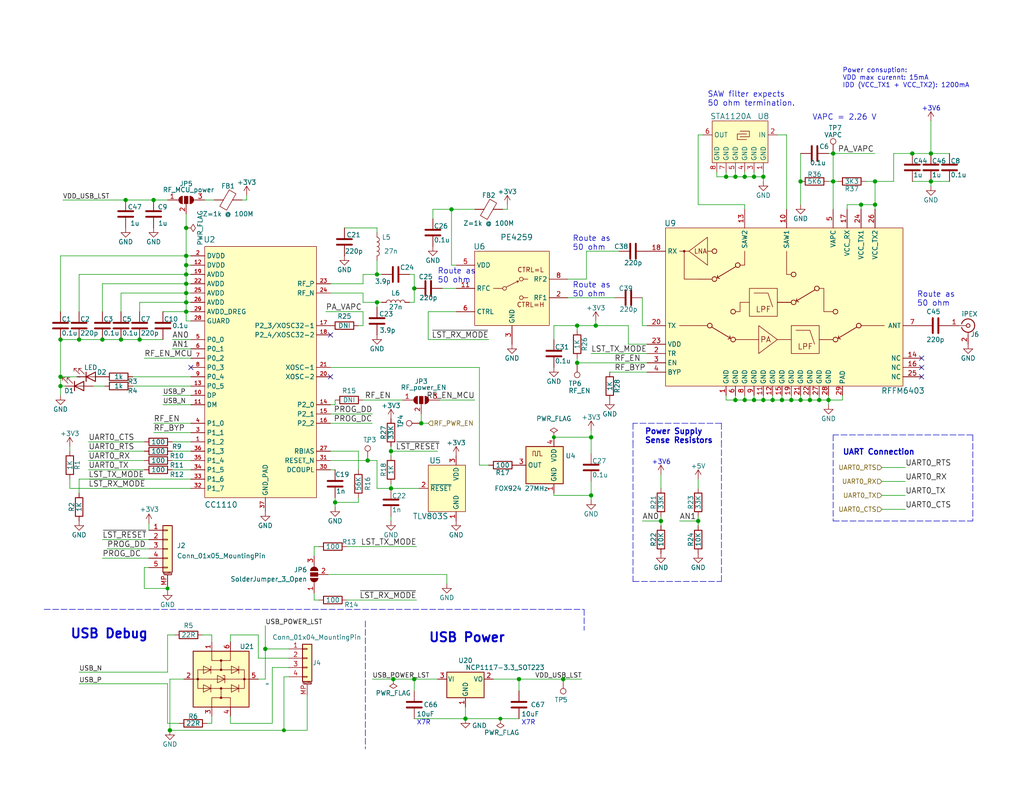
<source format=kicad_sch>
(kicad_sch (version 20211123) (generator eeschema)

  (uuid 31b0c6a8-031c-465a-a937-d97b09c540f9)

  (paper "USLetter")

  (title_block
    (title "OpenLST Reference Design")
    (date "2018-08-02")
    (rev "2.1")
    (comment 1 "Drawn by Ryan Kingsbury")
    (comment 2 "License")
    (comment 3 "This work is licensed under a Creative Commons Attribution-ShareAlike 4.0 International")
    (comment 4 "Copyright 2018 Planet Labs Inc")
  )

  (lib_symbols
    (symbol "Connector:Conn_Coaxial" (pin_names (offset 1.016) hide) (in_bom yes) (on_board yes)
      (property "Reference" "J" (id 0) (at 0.254 3.048 0)
        (effects (font (size 1.27 1.27)))
      )
      (property "Value" "Conn_Coaxial" (id 1) (at 2.921 0 90)
        (effects (font (size 1.27 1.27)))
      )
      (property "Footprint" "" (id 2) (at 0 0 0)
        (effects (font (size 1.27 1.27)) hide)
      )
      (property "Datasheet" " ~" (id 3) (at 0 0 0)
        (effects (font (size 1.27 1.27)) hide)
      )
      (property "ki_keywords" "BNC SMA SMB SMC LEMO coaxial connector CINCH RCA" (id 4) (at 0 0 0)
        (effects (font (size 1.27 1.27)) hide)
      )
      (property "ki_description" "coaxial connector (BNC, SMA, SMB, SMC, Cinch/RCA, LEMO, ...)" (id 5) (at 0 0 0)
        (effects (font (size 1.27 1.27)) hide)
      )
      (property "ki_fp_filters" "*BNC* *SMA* *SMB* *SMC* *Cinch* *LEMO*" (id 6) (at 0 0 0)
        (effects (font (size 1.27 1.27)) hide)
      )
      (symbol "Conn_Coaxial_0_1"
        (arc (start -1.778 -0.508) (mid 0.222 -1.808) (end 1.778 0)
          (stroke (width 0.254) (type default) (color 0 0 0 0))
          (fill (type none))
        )
        (polyline
          (pts
            (xy -2.54 0)
            (xy -0.508 0)
          )
          (stroke (width 0) (type default) (color 0 0 0 0))
          (fill (type none))
        )
        (polyline
          (pts
            (xy 0 -2.54)
            (xy 0 -1.778)
          )
          (stroke (width 0) (type default) (color 0 0 0 0))
          (fill (type none))
        )
        (circle (center 0 0) (radius 0.508)
          (stroke (width 0.2032) (type default) (color 0 0 0 0))
          (fill (type none))
        )
        (arc (start 1.778 0) (mid 0.222 1.8083) (end -1.778 0.508)
          (stroke (width 0.254) (type default) (color 0 0 0 0))
          (fill (type none))
        )
      )
      (symbol "Conn_Coaxial_1_1"
        (pin passive line (at -5.08 0 0) (length 2.54)
          (name "In" (effects (font (size 1.27 1.27))))
          (number "1" (effects (font (size 1.27 1.27))))
        )
        (pin passive line (at 0 -5.08 90) (length 2.54)
          (name "Ext" (effects (font (size 1.27 1.27))))
          (number "2" (effects (font (size 1.27 1.27))))
        )
      )
    )
    (symbol "Connector:TestPoint" (pin_numbers hide) (pin_names (offset 0.762) hide) (in_bom yes) (on_board yes)
      (property "Reference" "TP" (id 0) (at 0 6.858 0)
        (effects (font (size 1.27 1.27)))
      )
      (property "Value" "TestPoint" (id 1) (at 0 5.08 0)
        (effects (font (size 1.27 1.27)))
      )
      (property "Footprint" "" (id 2) (at 5.08 0 0)
        (effects (font (size 1.27 1.27)) hide)
      )
      (property "Datasheet" "~" (id 3) (at 5.08 0 0)
        (effects (font (size 1.27 1.27)) hide)
      )
      (property "ki_keywords" "test point tp" (id 4) (at 0 0 0)
        (effects (font (size 1.27 1.27)) hide)
      )
      (property "ki_description" "test point" (id 5) (at 0 0 0)
        (effects (font (size 1.27 1.27)) hide)
      )
      (property "ki_fp_filters" "Pin* Test*" (id 6) (at 0 0 0)
        (effects (font (size 1.27 1.27)) hide)
      )
      (symbol "TestPoint_0_1"
        (circle (center 0 3.302) (radius 0.762)
          (stroke (width 0) (type default) (color 0 0 0 0))
          (fill (type none))
        )
      )
      (symbol "TestPoint_1_1"
        (pin passive line (at 0 0 90) (length 2.54)
          (name "1" (effects (font (size 1.27 1.27))))
          (number "1" (effects (font (size 1.27 1.27))))
        )
      )
    )
    (symbol "Connector_Generic_MountingPin:Conn_01x04_MountingPin" (pin_names (offset 1.016) hide) (in_bom yes) (on_board yes)
      (property "Reference" "J" (id 0) (at 0 5.08 0)
        (effects (font (size 1.27 1.27)))
      )
      (property "Value" "Conn_01x04_MountingPin" (id 1) (at 1.27 -7.62 0)
        (effects (font (size 1.27 1.27)) (justify left))
      )
      (property "Footprint" "" (id 2) (at 0 0 0)
        (effects (font (size 1.27 1.27)) hide)
      )
      (property "Datasheet" "~" (id 3) (at 0 0 0)
        (effects (font (size 1.27 1.27)) hide)
      )
      (property "ki_keywords" "connector" (id 4) (at 0 0 0)
        (effects (font (size 1.27 1.27)) hide)
      )
      (property "ki_description" "Generic connectable mounting pin connector, single row, 01x04, script generated (kicad-library-utils/schlib/autogen/connector/)" (id 5) (at 0 0 0)
        (effects (font (size 1.27 1.27)) hide)
      )
      (property "ki_fp_filters" "Connector*:*_1x??-1MP*" (id 6) (at 0 0 0)
        (effects (font (size 1.27 1.27)) hide)
      )
      (symbol "Conn_01x04_MountingPin_1_1"
        (rectangle (start -1.27 -4.953) (end 0 -5.207)
          (stroke (width 0.1524) (type default) (color 0 0 0 0))
          (fill (type none))
        )
        (rectangle (start -1.27 -2.413) (end 0 -2.667)
          (stroke (width 0.1524) (type default) (color 0 0 0 0))
          (fill (type none))
        )
        (rectangle (start -1.27 0.127) (end 0 -0.127)
          (stroke (width 0.1524) (type default) (color 0 0 0 0))
          (fill (type none))
        )
        (rectangle (start -1.27 2.667) (end 0 2.413)
          (stroke (width 0.1524) (type default) (color 0 0 0 0))
          (fill (type none))
        )
        (rectangle (start -1.27 3.81) (end 1.27 -6.35)
          (stroke (width 0.254) (type default) (color 0 0 0 0))
          (fill (type background))
        )
        (polyline
          (pts
            (xy -1.016 -7.112)
            (xy 1.016 -7.112)
          )
          (stroke (width 0.1524) (type default) (color 0 0 0 0))
          (fill (type none))
        )
        (text "Mounting" (at 0 -6.731 0)
          (effects (font (size 0.381 0.381)))
        )
        (pin passive line (at -5.08 2.54 0) (length 3.81)
          (name "Pin_1" (effects (font (size 1.27 1.27))))
          (number "1" (effects (font (size 1.27 1.27))))
        )
        (pin passive line (at -5.08 0 0) (length 3.81)
          (name "Pin_2" (effects (font (size 1.27 1.27))))
          (number "2" (effects (font (size 1.27 1.27))))
        )
        (pin passive line (at -5.08 -2.54 0) (length 3.81)
          (name "Pin_3" (effects (font (size 1.27 1.27))))
          (number "3" (effects (font (size 1.27 1.27))))
        )
        (pin passive line (at -5.08 -5.08 0) (length 3.81)
          (name "Pin_4" (effects (font (size 1.27 1.27))))
          (number "4" (effects (font (size 1.27 1.27))))
        )
        (pin passive line (at 0 -10.16 90) (length 3.048)
          (name "MountPin" (effects (font (size 1.27 1.27))))
          (number "MP" (effects (font (size 1.27 1.27))))
        )
      )
    )
    (symbol "Connector_Generic_MountingPin:Conn_01x05_MountingPin" (pin_names (offset 1.016) hide) (in_bom yes) (on_board yes)
      (property "Reference" "J" (id 0) (at 0 7.62 0)
        (effects (font (size 1.27 1.27)))
      )
      (property "Value" "Conn_01x05_MountingPin" (id 1) (at 1.27 -7.62 0)
        (effects (font (size 1.27 1.27)) (justify left))
      )
      (property "Footprint" "" (id 2) (at 0 0 0)
        (effects (font (size 1.27 1.27)) hide)
      )
      (property "Datasheet" "~" (id 3) (at 0 0 0)
        (effects (font (size 1.27 1.27)) hide)
      )
      (property "ki_keywords" "connector" (id 4) (at 0 0 0)
        (effects (font (size 1.27 1.27)) hide)
      )
      (property "ki_description" "Generic connectable mounting pin connector, single row, 01x05, script generated (kicad-library-utils/schlib/autogen/connector/)" (id 5) (at 0 0 0)
        (effects (font (size 1.27 1.27)) hide)
      )
      (property "ki_fp_filters" "Connector*:*_1x??-1MP*" (id 6) (at 0 0 0)
        (effects (font (size 1.27 1.27)) hide)
      )
      (symbol "Conn_01x05_MountingPin_1_1"
        (rectangle (start -1.27 -4.953) (end 0 -5.207)
          (stroke (width 0.1524) (type default) (color 0 0 0 0))
          (fill (type none))
        )
        (rectangle (start -1.27 -2.413) (end 0 -2.667)
          (stroke (width 0.1524) (type default) (color 0 0 0 0))
          (fill (type none))
        )
        (rectangle (start -1.27 0.127) (end 0 -0.127)
          (stroke (width 0.1524) (type default) (color 0 0 0 0))
          (fill (type none))
        )
        (rectangle (start -1.27 2.667) (end 0 2.413)
          (stroke (width 0.1524) (type default) (color 0 0 0 0))
          (fill (type none))
        )
        (rectangle (start -1.27 5.207) (end 0 4.953)
          (stroke (width 0.1524) (type default) (color 0 0 0 0))
          (fill (type none))
        )
        (rectangle (start -1.27 6.35) (end 1.27 -6.35)
          (stroke (width 0.254) (type default) (color 0 0 0 0))
          (fill (type background))
        )
        (polyline
          (pts
            (xy -1.016 -7.112)
            (xy 1.016 -7.112)
          )
          (stroke (width 0.1524) (type default) (color 0 0 0 0))
          (fill (type none))
        )
        (text "Mounting" (at 0 -6.731 0)
          (effects (font (size 0.381 0.381)))
        )
        (pin passive line (at -5.08 5.08 0) (length 3.81)
          (name "Pin_1" (effects (font (size 1.27 1.27))))
          (number "1" (effects (font (size 1.27 1.27))))
        )
        (pin passive line (at -5.08 2.54 0) (length 3.81)
          (name "Pin_2" (effects (font (size 1.27 1.27))))
          (number "2" (effects (font (size 1.27 1.27))))
        )
        (pin passive line (at -5.08 0 0) (length 3.81)
          (name "Pin_3" (effects (font (size 1.27 1.27))))
          (number "3" (effects (font (size 1.27 1.27))))
        )
        (pin passive line (at -5.08 -2.54 0) (length 3.81)
          (name "Pin_4" (effects (font (size 1.27 1.27))))
          (number "4" (effects (font (size 1.27 1.27))))
        )
        (pin passive line (at -5.08 -5.08 0) (length 3.81)
          (name "Pin_5" (effects (font (size 1.27 1.27))))
          (number "5" (effects (font (size 1.27 1.27))))
        )
        (pin passive line (at 0 -10.16 90) (length 3.048)
          (name "MountPin" (effects (font (size 1.27 1.27))))
          (number "MP" (effects (font (size 1.27 1.27))))
        )
      )
    )
    (symbol "Device:C" (pin_numbers hide) (pin_names (offset 0.254)) (in_bom yes) (on_board yes)
      (property "Reference" "C" (id 0) (at 0.635 2.54 0)
        (effects (font (size 1.27 1.27)) (justify left))
      )
      (property "Value" "C" (id 1) (at 0.635 -2.54 0)
        (effects (font (size 1.27 1.27)) (justify left))
      )
      (property "Footprint" "" (id 2) (at 0.9652 -3.81 0)
        (effects (font (size 1.27 1.27)) hide)
      )
      (property "Datasheet" "~" (id 3) (at 0 0 0)
        (effects (font (size 1.27 1.27)) hide)
      )
      (property "ki_keywords" "cap capacitor" (id 4) (at 0 0 0)
        (effects (font (size 1.27 1.27)) hide)
      )
      (property "ki_description" "Unpolarized capacitor" (id 5) (at 0 0 0)
        (effects (font (size 1.27 1.27)) hide)
      )
      (property "ki_fp_filters" "C_*" (id 6) (at 0 0 0)
        (effects (font (size 1.27 1.27)) hide)
      )
      (symbol "C_0_1"
        (polyline
          (pts
            (xy -2.032 -0.762)
            (xy 2.032 -0.762)
          )
          (stroke (width 0.508) (type default) (color 0 0 0 0))
          (fill (type none))
        )
        (polyline
          (pts
            (xy -2.032 0.762)
            (xy 2.032 0.762)
          )
          (stroke (width 0.508) (type default) (color 0 0 0 0))
          (fill (type none))
        )
      )
      (symbol "C_1_1"
        (pin passive line (at 0 3.81 270) (length 2.794)
          (name "~" (effects (font (size 1.27 1.27))))
          (number "1" (effects (font (size 1.27 1.27))))
        )
        (pin passive line (at 0 -3.81 90) (length 2.794)
          (name "~" (effects (font (size 1.27 1.27))))
          (number "2" (effects (font (size 1.27 1.27))))
        )
      )
    )
    (symbol "Device:FerriteBead" (pin_numbers hide) (pin_names (offset 0)) (in_bom yes) (on_board yes)
      (property "Reference" "FB" (id 0) (at -3.81 0.635 90)
        (effects (font (size 1.27 1.27)))
      )
      (property "Value" "FerriteBead" (id 1) (at 3.81 0 90)
        (effects (font (size 1.27 1.27)))
      )
      (property "Footprint" "" (id 2) (at -1.778 0 90)
        (effects (font (size 1.27 1.27)) hide)
      )
      (property "Datasheet" "~" (id 3) (at 0 0 0)
        (effects (font (size 1.27 1.27)) hide)
      )
      (property "ki_keywords" "L ferrite bead inductor filter" (id 4) (at 0 0 0)
        (effects (font (size 1.27 1.27)) hide)
      )
      (property "ki_description" "Ferrite bead" (id 5) (at 0 0 0)
        (effects (font (size 1.27 1.27)) hide)
      )
      (property "ki_fp_filters" "Inductor_* L_* *Ferrite*" (id 6) (at 0 0 0)
        (effects (font (size 1.27 1.27)) hide)
      )
      (symbol "FerriteBead_0_1"
        (polyline
          (pts
            (xy 0 -1.27)
            (xy 0 -1.2192)
          )
          (stroke (width 0) (type default) (color 0 0 0 0))
          (fill (type none))
        )
        (polyline
          (pts
            (xy 0 1.27)
            (xy 0 1.2954)
          )
          (stroke (width 0) (type default) (color 0 0 0 0))
          (fill (type none))
        )
        (polyline
          (pts
            (xy -2.7686 0.4064)
            (xy -1.7018 2.2606)
            (xy 2.7686 -0.3048)
            (xy 1.6764 -2.159)
            (xy -2.7686 0.4064)
          )
          (stroke (width 0) (type default) (color 0 0 0 0))
          (fill (type none))
        )
      )
      (symbol "FerriteBead_1_1"
        (pin passive line (at 0 3.81 270) (length 2.54)
          (name "~" (effects (font (size 1.27 1.27))))
          (number "1" (effects (font (size 1.27 1.27))))
        )
        (pin passive line (at 0 -3.81 90) (length 2.54)
          (name "~" (effects (font (size 1.27 1.27))))
          (number "2" (effects (font (size 1.27 1.27))))
        )
      )
    )
    (symbol "Device:L" (pin_numbers hide) (pin_names (offset 1.016) hide) (in_bom yes) (on_board yes)
      (property "Reference" "L" (id 0) (at -1.27 0 90)
        (effects (font (size 1.27 1.27)))
      )
      (property "Value" "L" (id 1) (at 1.905 0 90)
        (effects (font (size 1.27 1.27)))
      )
      (property "Footprint" "" (id 2) (at 0 0 0)
        (effects (font (size 1.27 1.27)) hide)
      )
      (property "Datasheet" "~" (id 3) (at 0 0 0)
        (effects (font (size 1.27 1.27)) hide)
      )
      (property "ki_keywords" "inductor choke coil reactor magnetic" (id 4) (at 0 0 0)
        (effects (font (size 1.27 1.27)) hide)
      )
      (property "ki_description" "Inductor" (id 5) (at 0 0 0)
        (effects (font (size 1.27 1.27)) hide)
      )
      (property "ki_fp_filters" "Choke_* *Coil* Inductor_* L_*" (id 6) (at 0 0 0)
        (effects (font (size 1.27 1.27)) hide)
      )
      (symbol "L_0_1"
        (arc (start 0 -2.54) (mid 0.635 -1.905) (end 0 -1.27)
          (stroke (width 0) (type default) (color 0 0 0 0))
          (fill (type none))
        )
        (arc (start 0 -1.27) (mid 0.635 -0.635) (end 0 0)
          (stroke (width 0) (type default) (color 0 0 0 0))
          (fill (type none))
        )
        (arc (start 0 0) (mid 0.635 0.635) (end 0 1.27)
          (stroke (width 0) (type default) (color 0 0 0 0))
          (fill (type none))
        )
        (arc (start 0 1.27) (mid 0.635 1.905) (end 0 2.54)
          (stroke (width 0) (type default) (color 0 0 0 0))
          (fill (type none))
        )
      )
      (symbol "L_1_1"
        (pin passive line (at 0 3.81 270) (length 1.27)
          (name "1" (effects (font (size 1.27 1.27))))
          (number "1" (effects (font (size 1.27 1.27))))
        )
        (pin passive line (at 0 -3.81 90) (length 1.27)
          (name "2" (effects (font (size 1.27 1.27))))
          (number "2" (effects (font (size 1.27 1.27))))
        )
      )
    )
    (symbol "Device:LED" (pin_numbers hide) (pin_names (offset 1.016) hide) (in_bom yes) (on_board yes)
      (property "Reference" "D" (id 0) (at 0 2.54 0)
        (effects (font (size 1.27 1.27)))
      )
      (property "Value" "LED" (id 1) (at 0 -2.54 0)
        (effects (font (size 1.27 1.27)))
      )
      (property "Footprint" "" (id 2) (at 0 0 0)
        (effects (font (size 1.27 1.27)) hide)
      )
      (property "Datasheet" "~" (id 3) (at 0 0 0)
        (effects (font (size 1.27 1.27)) hide)
      )
      (property "ki_keywords" "LED diode" (id 4) (at 0 0 0)
        (effects (font (size 1.27 1.27)) hide)
      )
      (property "ki_description" "Light emitting diode" (id 5) (at 0 0 0)
        (effects (font (size 1.27 1.27)) hide)
      )
      (property "ki_fp_filters" "LED* LED_SMD:* LED_THT:*" (id 6) (at 0 0 0)
        (effects (font (size 1.27 1.27)) hide)
      )
      (symbol "LED_0_1"
        (polyline
          (pts
            (xy -1.27 -1.27)
            (xy -1.27 1.27)
          )
          (stroke (width 0.254) (type default) (color 0 0 0 0))
          (fill (type none))
        )
        (polyline
          (pts
            (xy -1.27 0)
            (xy 1.27 0)
          )
          (stroke (width 0) (type default) (color 0 0 0 0))
          (fill (type none))
        )
        (polyline
          (pts
            (xy 1.27 -1.27)
            (xy 1.27 1.27)
            (xy -1.27 0)
            (xy 1.27 -1.27)
          )
          (stroke (width 0.254) (type default) (color 0 0 0 0))
          (fill (type none))
        )
        (polyline
          (pts
            (xy -3.048 -0.762)
            (xy -4.572 -2.286)
            (xy -3.81 -2.286)
            (xy -4.572 -2.286)
            (xy -4.572 -1.524)
          )
          (stroke (width 0) (type default) (color 0 0 0 0))
          (fill (type none))
        )
        (polyline
          (pts
            (xy -1.778 -0.762)
            (xy -3.302 -2.286)
            (xy -2.54 -2.286)
            (xy -3.302 -2.286)
            (xy -3.302 -1.524)
          )
          (stroke (width 0) (type default) (color 0 0 0 0))
          (fill (type none))
        )
      )
      (symbol "LED_1_1"
        (pin passive line (at -3.81 0 0) (length 2.54)
          (name "K" (effects (font (size 1.27 1.27))))
          (number "1" (effects (font (size 1.27 1.27))))
        )
        (pin passive line (at 3.81 0 180) (length 2.54)
          (name "A" (effects (font (size 1.27 1.27))))
          (number "2" (effects (font (size 1.27 1.27))))
        )
      )
    )
    (symbol "Device:R" (pin_numbers hide) (pin_names (offset 0)) (in_bom yes) (on_board yes)
      (property "Reference" "R" (id 0) (at 2.032 0 90)
        (effects (font (size 1.27 1.27)))
      )
      (property "Value" "R" (id 1) (at 0 0 90)
        (effects (font (size 1.27 1.27)))
      )
      (property "Footprint" "" (id 2) (at -1.778 0 90)
        (effects (font (size 1.27 1.27)) hide)
      )
      (property "Datasheet" "~" (id 3) (at 0 0 0)
        (effects (font (size 1.27 1.27)) hide)
      )
      (property "ki_keywords" "R res resistor" (id 4) (at 0 0 0)
        (effects (font (size 1.27 1.27)) hide)
      )
      (property "ki_description" "Resistor" (id 5) (at 0 0 0)
        (effects (font (size 1.27 1.27)) hide)
      )
      (property "ki_fp_filters" "R_*" (id 6) (at 0 0 0)
        (effects (font (size 1.27 1.27)) hide)
      )
      (symbol "R_0_1"
        (rectangle (start -1.016 -2.54) (end 1.016 2.54)
          (stroke (width 0.254) (type default) (color 0 0 0 0))
          (fill (type none))
        )
      )
      (symbol "R_1_1"
        (pin passive line (at 0 3.81 270) (length 1.27)
          (name "~" (effects (font (size 1.27 1.27))))
          (number "1" (effects (font (size 1.27 1.27))))
        )
        (pin passive line (at 0 -3.81 90) (length 1.27)
          (name "~" (effects (font (size 1.27 1.27))))
          (number "2" (effects (font (size 1.27 1.27))))
        )
      )
    )
    (symbol "Jumper:SolderJumper_3_Open" (pin_names (offset 0) hide) (in_bom yes) (on_board yes)
      (property "Reference" "JP" (id 0) (at -2.54 -2.54 0)
        (effects (font (size 1.27 1.27)))
      )
      (property "Value" "SolderJumper_3_Open" (id 1) (at 0 2.794 0)
        (effects (font (size 1.27 1.27)))
      )
      (property "Footprint" "" (id 2) (at 0 0 0)
        (effects (font (size 1.27 1.27)) hide)
      )
      (property "Datasheet" "~" (id 3) (at 0 0 0)
        (effects (font (size 1.27 1.27)) hide)
      )
      (property "ki_keywords" "Solder Jumper SPDT" (id 4) (at 0 0 0)
        (effects (font (size 1.27 1.27)) hide)
      )
      (property "ki_description" "Solder Jumper, 3-pole, open" (id 5) (at 0 0 0)
        (effects (font (size 1.27 1.27)) hide)
      )
      (property "ki_fp_filters" "SolderJumper*Open*" (id 6) (at 0 0 0)
        (effects (font (size 1.27 1.27)) hide)
      )
      (symbol "SolderJumper_3_Open_0_1"
        (arc (start -1.016 1.016) (mid -2.032 0) (end -1.016 -1.016)
          (stroke (width 0) (type default) (color 0 0 0 0))
          (fill (type none))
        )
        (arc (start -1.016 1.016) (mid -2.032 0) (end -1.016 -1.016)
          (stroke (width 0) (type default) (color 0 0 0 0))
          (fill (type outline))
        )
        (rectangle (start -0.508 1.016) (end 0.508 -1.016)
          (stroke (width 0) (type default) (color 0 0 0 0))
          (fill (type outline))
        )
        (polyline
          (pts
            (xy -2.54 0)
            (xy -2.032 0)
          )
          (stroke (width 0) (type default) (color 0 0 0 0))
          (fill (type none))
        )
        (polyline
          (pts
            (xy -1.016 1.016)
            (xy -1.016 -1.016)
          )
          (stroke (width 0) (type default) (color 0 0 0 0))
          (fill (type none))
        )
        (polyline
          (pts
            (xy 0 -1.27)
            (xy 0 -1.016)
          )
          (stroke (width 0) (type default) (color 0 0 0 0))
          (fill (type none))
        )
        (polyline
          (pts
            (xy 1.016 1.016)
            (xy 1.016 -1.016)
          )
          (stroke (width 0) (type default) (color 0 0 0 0))
          (fill (type none))
        )
        (polyline
          (pts
            (xy 2.54 0)
            (xy 2.032 0)
          )
          (stroke (width 0) (type default) (color 0 0 0 0))
          (fill (type none))
        )
        (arc (start 1.016 -1.016) (mid 2.032 0) (end 1.016 1.016)
          (stroke (width 0) (type default) (color 0 0 0 0))
          (fill (type none))
        )
        (arc (start 1.016 -1.016) (mid 2.032 0) (end 1.016 1.016)
          (stroke (width 0) (type default) (color 0 0 0 0))
          (fill (type outline))
        )
      )
      (symbol "SolderJumper_3_Open_1_1"
        (pin passive line (at -5.08 0 0) (length 2.54)
          (name "A" (effects (font (size 1.27 1.27))))
          (number "1" (effects (font (size 1.27 1.27))))
        )
        (pin input line (at 0 -3.81 90) (length 2.54)
          (name "C" (effects (font (size 1.27 1.27))))
          (number "2" (effects (font (size 1.27 1.27))))
        )
        (pin passive line (at 5.08 0 180) (length 2.54)
          (name "B" (effects (font (size 1.27 1.27))))
          (number "3" (effects (font (size 1.27 1.27))))
        )
      )
    )
    (symbol "Oscillator:FT5HN" (in_bom yes) (on_board yes)
      (property "Reference" "U" (id 0) (at 1.27 11.43 0)
        (effects (font (size 1.27 1.27)))
      )
      (property "Value" "FT5HN" (id 1) (at 2.54 8.89 0)
        (effects (font (size 1.27 1.27)))
      )
      (property "Footprint" "Oscillator:Oscillator_SMD_Fox_FT5H_5.0x3.2mm" (id 2) (at 0 -16.51 0)
        (effects (font (size 1.27 1.27)) hide)
      )
      (property "Datasheet" "https://foxonline.com/wp-content/uploads/pdfs/T5HN_T5HV.pdf" (id 3) (at 1.27 -19.05 0)
        (effects (font (size 1.27 1.27)) hide)
      )
      (property "ki_keywords" "TXCO" (id 4) (at 0 0 0)
        (effects (font (size 1.27 1.27)) hide)
      )
      (property "ki_description" "HCMOS temperature compensated oscillator" (id 5) (at 0 0 0)
        (effects (font (size 1.27 1.27)) hide)
      )
      (property "ki_fp_filters" "Oscillator*SMD*Fox*FT5H*5.0x3.2mm*" (id 6) (at 0 0 0)
        (effects (font (size 1.27 1.27)) hide)
      )
      (symbol "FT5HN_0_1"
        (rectangle (start -5.08 5.08) (end 5.08 -5.08)
          (stroke (width 0.254) (type default) (color 0 0 0 0))
          (fill (type background))
        )
        (polyline
          (pts
            (xy 0.635 2.54)
            (xy 1.27 2.54)
            (xy 1.27 3.81)
            (xy 1.905 3.81)
            (xy 1.905 2.54)
            (xy 2.54 2.54)
            (xy 2.54 3.81)
            (xy 3.175 3.81)
            (xy 3.175 2.54)
          )
          (stroke (width 0) (type default) (color 0 0 0 0))
          (fill (type none))
        )
      )
      (symbol "FT5HN_1_1"
        (pin power_in line (at -2.54 -7.62 90) (length 2.54)
          (name "GND" (effects (font (size 1.27 1.27))))
          (number "1" (effects (font (size 1.27 1.27))))
        )
        (pin passive line (at -2.54 -7.62 90) (length 2.54) hide
          (name "GND" (effects (font (size 1.27 1.27))))
          (number "2" (effects (font (size 1.27 1.27))))
        )
        (pin output line (at 7.62 0 180) (length 2.54)
          (name "OUT" (effects (font (size 1.27 1.27))))
          (number "3" (effects (font (size 1.27 1.27))))
        )
        (pin power_in line (at -2.54 7.62 270) (length 2.54)
          (name "VDD" (effects (font (size 1.27 1.27))))
          (number "4" (effects (font (size 1.27 1.27))))
        )
      )
    )
    (symbol "Power_Protection:USBLC6-2P6" (pin_names hide) (in_bom yes) (on_board yes)
      (property "Reference" "U" (id 0) (at 2.54 8.89 0)
        (effects (font (size 1.27 1.27)) (justify left))
      )
      (property "Value" "USBLC6-2P6" (id 1) (at 2.54 -8.89 0)
        (effects (font (size 1.27 1.27)) (justify left))
      )
      (property "Footprint" "Package_TO_SOT_SMD:SOT-666" (id 2) (at 0 -12.7 0)
        (effects (font (size 1.27 1.27)) hide)
      )
      (property "Datasheet" "https://www.st.com/resource/en/datasheet/usblc6-2.pdf" (id 3) (at 5.08 8.89 0)
        (effects (font (size 1.27 1.27)) hide)
      )
      (property "ki_keywords" "usb ethernet video" (id 4) (at 0 0 0)
        (effects (font (size 1.27 1.27)) hide)
      )
      (property "ki_description" "Very low capacitance ESD protection diode, 2 data-line, SOT-666" (id 5) (at 0 0 0)
        (effects (font (size 1.27 1.27)) hide)
      )
      (property "ki_fp_filters" "SOT?666*" (id 6) (at 0 0 0)
        (effects (font (size 1.27 1.27)) hide)
      )
      (symbol "USBLC6-2P6_0_1"
        (rectangle (start -7.62 -7.62) (end 7.62 7.62)
          (stroke (width 0.254) (type default) (color 0 0 0 0))
          (fill (type background))
        )
        (circle (center -5.08 0) (radius 0.254)
          (stroke (width 0) (type default) (color 0 0 0 0))
          (fill (type outline))
        )
        (circle (center -2.54 0) (radius 0.254)
          (stroke (width 0) (type default) (color 0 0 0 0))
          (fill (type outline))
        )
        (rectangle (start -2.54 6.35) (end 2.54 -6.35)
          (stroke (width 0) (type default) (color 0 0 0 0))
          (fill (type none))
        )
        (circle (center 0 -6.35) (radius 0.254)
          (stroke (width 0) (type default) (color 0 0 0 0))
          (fill (type outline))
        )
        (polyline
          (pts
            (xy -5.08 -2.54)
            (xy -7.62 -2.54)
          )
          (stroke (width 0) (type default) (color 0 0 0 0))
          (fill (type none))
        )
        (polyline
          (pts
            (xy -5.08 0)
            (xy -5.08 -2.54)
          )
          (stroke (width 0) (type default) (color 0 0 0 0))
          (fill (type none))
        )
        (polyline
          (pts
            (xy -5.08 2.54)
            (xy -7.62 2.54)
          )
          (stroke (width 0) (type default) (color 0 0 0 0))
          (fill (type none))
        )
        (polyline
          (pts
            (xy -1.524 -2.794)
            (xy -3.556 -2.794)
          )
          (stroke (width 0) (type default) (color 0 0 0 0))
          (fill (type none))
        )
        (polyline
          (pts
            (xy -1.524 4.826)
            (xy -3.556 4.826)
          )
          (stroke (width 0) (type default) (color 0 0 0 0))
          (fill (type none))
        )
        (polyline
          (pts
            (xy 0 -7.62)
            (xy 0 -6.35)
          )
          (stroke (width 0) (type default) (color 0 0 0 0))
          (fill (type none))
        )
        (polyline
          (pts
            (xy 0 -6.35)
            (xy 0 1.27)
          )
          (stroke (width 0) (type default) (color 0 0 0 0))
          (fill (type none))
        )
        (polyline
          (pts
            (xy 0 1.27)
            (xy 0 6.35)
          )
          (stroke (width 0) (type default) (color 0 0 0 0))
          (fill (type none))
        )
        (polyline
          (pts
            (xy 0 6.35)
            (xy 0 7.62)
          )
          (stroke (width 0) (type default) (color 0 0 0 0))
          (fill (type none))
        )
        (polyline
          (pts
            (xy 1.524 -2.794)
            (xy 3.556 -2.794)
          )
          (stroke (width 0) (type default) (color 0 0 0 0))
          (fill (type none))
        )
        (polyline
          (pts
            (xy 1.524 4.826)
            (xy 3.556 4.826)
          )
          (stroke (width 0) (type default) (color 0 0 0 0))
          (fill (type none))
        )
        (polyline
          (pts
            (xy 5.08 -2.54)
            (xy 7.62 -2.54)
          )
          (stroke (width 0) (type default) (color 0 0 0 0))
          (fill (type none))
        )
        (polyline
          (pts
            (xy 5.08 0)
            (xy 5.08 -2.54)
          )
          (stroke (width 0) (type default) (color 0 0 0 0))
          (fill (type none))
        )
        (polyline
          (pts
            (xy 5.08 2.54)
            (xy 7.62 2.54)
          )
          (stroke (width 0) (type default) (color 0 0 0 0))
          (fill (type none))
        )
        (polyline
          (pts
            (xy -2.54 0)
            (xy -5.08 0)
            (xy -5.08 2.54)
          )
          (stroke (width 0) (type default) (color 0 0 0 0))
          (fill (type none))
        )
        (polyline
          (pts
            (xy 2.54 0)
            (xy 5.08 0)
            (xy 5.08 2.54)
          )
          (stroke (width 0) (type default) (color 0 0 0 0))
          (fill (type none))
        )
        (polyline
          (pts
            (xy -3.556 -4.826)
            (xy -1.524 -4.826)
            (xy -2.54 -2.794)
            (xy -3.556 -4.826)
          )
          (stroke (width 0) (type default) (color 0 0 0 0))
          (fill (type none))
        )
        (polyline
          (pts
            (xy -3.556 2.794)
            (xy -1.524 2.794)
            (xy -2.54 4.826)
            (xy -3.556 2.794)
          )
          (stroke (width 0) (type default) (color 0 0 0 0))
          (fill (type none))
        )
        (polyline
          (pts
            (xy -1.016 -1.016)
            (xy 1.016 -1.016)
            (xy 0 1.016)
            (xy -1.016 -1.016)
          )
          (stroke (width 0) (type default) (color 0 0 0 0))
          (fill (type none))
        )
        (polyline
          (pts
            (xy 1.016 1.016)
            (xy 0.762 1.016)
            (xy -1.016 1.016)
            (xy -1.016 0.508)
          )
          (stroke (width 0) (type default) (color 0 0 0 0))
          (fill (type none))
        )
        (polyline
          (pts
            (xy 3.556 -4.826)
            (xy 1.524 -4.826)
            (xy 2.54 -2.794)
            (xy 3.556 -4.826)
          )
          (stroke (width 0) (type default) (color 0 0 0 0))
          (fill (type none))
        )
        (polyline
          (pts
            (xy 3.556 2.794)
            (xy 1.524 2.794)
            (xy 2.54 4.826)
            (xy 3.556 2.794)
          )
          (stroke (width 0) (type default) (color 0 0 0 0))
          (fill (type none))
        )
        (circle (center 0 6.35) (radius 0.254)
          (stroke (width 0) (type default) (color 0 0 0 0))
          (fill (type outline))
        )
        (circle (center 2.54 0) (radius 0.254)
          (stroke (width 0) (type default) (color 0 0 0 0))
          (fill (type outline))
        )
        (circle (center 5.08 0) (radius 0.254)
          (stroke (width 0) (type default) (color 0 0 0 0))
          (fill (type outline))
        )
      )
      (symbol "USBLC6-2P6_1_1"
        (pin passive line (at -10.16 -2.54 0) (length 2.54)
          (name "I/O1" (effects (font (size 1.27 1.27))))
          (number "1" (effects (font (size 1.27 1.27))))
        )
        (pin passive line (at 0 -10.16 90) (length 2.54)
          (name "GND" (effects (font (size 1.27 1.27))))
          (number "2" (effects (font (size 1.27 1.27))))
        )
        (pin passive line (at 10.16 -2.54 180) (length 2.54)
          (name "I/O2" (effects (font (size 1.27 1.27))))
          (number "3" (effects (font (size 1.27 1.27))))
        )
        (pin passive line (at 10.16 2.54 180) (length 2.54)
          (name "I/O2" (effects (font (size 1.27 1.27))))
          (number "4" (effects (font (size 1.27 1.27))))
        )
        (pin passive line (at 0 10.16 270) (length 2.54)
          (name "VBUS" (effects (font (size 1.27 1.27))))
          (number "5" (effects (font (size 1.27 1.27))))
        )
        (pin passive line (at -10.16 2.54 0) (length 2.54)
          (name "I/O1" (effects (font (size 1.27 1.27))))
          (number "6" (effects (font (size 1.27 1.27))))
        )
      )
    )
    (symbol "Regulator_Linear:NCP1117-3.3_SOT223" (pin_names (offset 0.254)) (in_bom yes) (on_board yes)
      (property "Reference" "U" (id 0) (at -3.81 3.175 0)
        (effects (font (size 1.27 1.27)))
      )
      (property "Value" "NCP1117-3.3_SOT223" (id 1) (at 0 3.175 0)
        (effects (font (size 1.27 1.27)) (justify left))
      )
      (property "Footprint" "Package_TO_SOT_SMD:SOT-223-3_TabPin2" (id 2) (at 0 5.08 0)
        (effects (font (size 1.27 1.27)) hide)
      )
      (property "Datasheet" "http://www.onsemi.com/pub_link/Collateral/NCP1117-D.PDF" (id 3) (at 2.54 -6.35 0)
        (effects (font (size 1.27 1.27)) hide)
      )
      (property "ki_keywords" "REGULATOR LDO 3.3V" (id 4) (at 0 0 0)
        (effects (font (size 1.27 1.27)) hide)
      )
      (property "ki_description" "1A Low drop-out regulator, Fixed Output 3.3V, SOT-223" (id 5) (at 0 0 0)
        (effects (font (size 1.27 1.27)) hide)
      )
      (property "ki_fp_filters" "SOT?223*TabPin2*" (id 6) (at 0 0 0)
        (effects (font (size 1.27 1.27)) hide)
      )
      (symbol "NCP1117-3.3_SOT223_0_1"
        (rectangle (start -5.08 -5.08) (end 5.08 1.905)
          (stroke (width 0.254) (type default) (color 0 0 0 0))
          (fill (type background))
        )
      )
      (symbol "NCP1117-3.3_SOT223_1_1"
        (pin power_in line (at 0 -7.62 90) (length 2.54)
          (name "GND" (effects (font (size 1.27 1.27))))
          (number "1" (effects (font (size 1.27 1.27))))
        )
        (pin power_out line (at 7.62 0 180) (length 2.54)
          (name "VO" (effects (font (size 1.27 1.27))))
          (number "2" (effects (font (size 1.27 1.27))))
        )
        (pin power_in line (at -7.62 0 0) (length 2.54)
          (name "VI" (effects (font (size 1.27 1.27))))
          (number "3" (effects (font (size 1.27 1.27))))
        )
      )
    )
    (symbol "comm:ASR433" (in_bom yes) (on_board yes)
      (property "Reference" "U" (id 0) (at 7.62 6.35 0)
        (effects (font (size 1.27 1.27)))
      )
      (property "Value" "ASR433" (id 1) (at -5.08 6.35 0)
        (effects (font (size 1.27 1.27)))
      )
      (property "Footprint" "" (id 2) (at 0 5.08 0)
        (effects (font (size 1.27 1.27)) hide)
      )
      (property "Datasheet" "" (id 3) (at 0 5.08 0)
        (effects (font (size 1.27 1.27)) hide)
      )
      (symbol "ASR433_0_1"
        (rectangle (start -7.62 -6.35) (end 7.62 5.08)
          (stroke (width 0) (type default) (color 0 0 0 0))
          (fill (type background))
        )
        (polyline
          (pts
            (xy -1.778 1.524)
            (xy 0.762 1.524)
            (xy 0.762 0)
            (xy -1.778 0)
          )
          (stroke (width 0) (type default) (color 0 0 0 0))
          (fill (type none))
        )
        (polyline
          (pts
            (xy 0 2.286)
            (xy -2.54 2.286)
            (xy -2.54 0.762)
            (xy 0 0.762)
          )
          (stroke (width 0) (type default) (color 0 0 0 0))
          (fill (type none))
        )
      )
      (symbol "ASR433_1_1"
        (pin passive line (at -6.35 -8.89 90) (length 2.54)
          (name "GND" (effects (font (size 1.27 1.27))))
          (number "1" (effects (font (size 1.27 1.27))))
        )
        (pin passive line (at -10.16 1.27 0) (length 2.54)
          (name "IN" (effects (font (size 1.27 1.27))))
          (number "2" (effects (font (size 1.27 1.27))))
        )
        (pin passive line (at -3.81 -8.89 90) (length 2.54)
          (name "GND" (effects (font (size 1.27 1.27))))
          (number "3" (effects (font (size 1.27 1.27))))
        )
        (pin passive line (at -1.27 -8.89 90) (length 2.54)
          (name "GND" (effects (font (size 1.27 1.27))))
          (number "4" (effects (font (size 1.27 1.27))))
        )
        (pin passive line (at 1.27 -8.89 90) (length 2.54)
          (name "GND" (effects (font (size 1.27 1.27))))
          (number "5" (effects (font (size 1.27 1.27))))
        )
        (pin passive line (at 10.16 1.27 180) (length 2.54)
          (name "OUT" (effects (font (size 1.27 1.27))))
          (number "6" (effects (font (size 1.27 1.27))))
        )
        (pin passive line (at 3.81 -8.89 90) (length 2.54)
          (name "GND" (effects (font (size 1.27 1.27))))
          (number "7" (effects (font (size 1.27 1.27))))
        )
        (pin passive line (at 6.35 -8.89 90) (length 2.54)
          (name "GND" (effects (font (size 1.27 1.27))))
          (number "8" (effects (font (size 1.27 1.27))))
        )
      )
    )
    (symbol "comm:C11111" (in_bom yes) (on_board yes)
      (property "Reference" "U" (id 0) (at -1.27 34.29 0)
        (effects (font (size 1.27 1.27)))
      )
      (property "Value" "C11111" (id 1) (at 10.16 34.29 0)
        (effects (font (size 1.27 1.27)))
      )
      (property "Footprint" "" (id 2) (at -1.27 34.29 0)
        (effects (font (size 1.27 1.27)) hide)
      )
      (property "Datasheet" "" (id 3) (at -1.27 34.29 0)
        (effects (font (size 1.27 1.27)) hide)
      )
      (symbol "C11111_0_1"
        (rectangle (start -16.51 33.02) (end 13.97 -35.56)
          (stroke (width 0) (type default) (color 0 0 0 0))
          (fill (type background))
        )
      )
      (symbol "C11111_1_1"
        (pin bidirectional line (at -20.32 -20.32 0) (length 3.81)
          (name "P1_2" (effects (font (size 1.27 1.27))))
          (number "1" (effects (font (size 1.016 1.016))))
        )
        (pin bidirectional line (at -20.32 -7.62 0) (length 3.81)
          (name "DP" (effects (font (size 1.27 1.27))))
          (number "10" (effects (font (size 1.016 1.016))))
        )
        (pin bidirectional line (at -20.32 -10.16 0) (length 3.81)
          (name "DM" (effects (font (size 1.27 1.27))))
          (number "11" (effects (font (size 1.016 1.016))))
        )
        (pin power_in line (at -20.32 27.94 0) (length 3.81)
          (name "DVDD" (effects (font (size 1.27 1.27))))
          (number "12" (effects (font (size 1.016 1.016))))
        )
        (pin bidirectional line (at -20.32 -5.08 0) (length 3.81)
          (name "P0_5" (effects (font (size 1.27 1.27))))
          (number "13" (effects (font (size 1.016 1.016))))
        )
        (pin bidirectional line (at 17.78 -10.16 180) (length 3.81)
          (name "P2_0" (effects (font (size 1.27 1.27))))
          (number "14" (effects (font (size 1.016 1.016))))
        )
        (pin bidirectional line (at 17.78 -12.7 180) (length 3.81)
          (name "P2_1" (effects (font (size 1.27 1.27))))
          (number "15" (effects (font (size 1.016 1.016))))
        )
        (pin bidirectional line (at 17.78 -15.24 180) (length 3.81)
          (name "P2_2" (effects (font (size 1.27 1.27))))
          (number "16" (effects (font (size 1.016 1.016))))
        )
        (pin bidirectional line (at 17.78 11.43 180) (length 3.81)
          (name "P2_3/XOSC32-1" (effects (font (size 1.27 1.27))))
          (number "17" (effects (font (size 1.016 1.016))))
        )
        (pin bidirectional line (at 17.78 8.89 180) (length 3.81)
          (name "P2_4/XOSC32-2" (effects (font (size 1.27 1.27))))
          (number "18" (effects (font (size 1.016 1.016))))
        )
        (pin power_in line (at -20.32 25.4 0) (length 3.81)
          (name "AVDD" (effects (font (size 1.27 1.27))))
          (number "19" (effects (font (size 1.016 1.016))))
        )
        (pin power_in line (at -20.32 30.48 0) (length 3.81)
          (name "DVDD" (effects (font (size 1.27 1.27))))
          (number "2" (effects (font (size 1.016 1.016))))
        )
        (pin bidirectional line (at 17.78 -2.54 180) (length 3.81)
          (name "XOSC-2" (effects (font (size 1.27 1.27))))
          (number "20" (effects (font (size 1.016 1.016))))
        )
        (pin bidirectional line (at 17.78 0 180) (length 3.81)
          (name "XOSC-1" (effects (font (size 1.27 1.27))))
          (number "21" (effects (font (size 1.016 1.016))))
        )
        (pin power_in line (at -20.32 22.86 0) (length 3.81)
          (name "AVDD" (effects (font (size 1.27 1.27))))
          (number "22" (effects (font (size 1.016 1.016))))
        )
        (pin bidirectional line (at 17.78 22.86 180) (length 3.81)
          (name "RF_P" (effects (font (size 1.27 1.27))))
          (number "23" (effects (font (size 1.016 1.016))))
        )
        (pin bidirectional line (at 17.78 20.32 180) (length 3.81)
          (name "RF_N" (effects (font (size 1.27 1.27))))
          (number "24" (effects (font (size 1.016 1.016))))
        )
        (pin power_in line (at -20.32 20.32 0) (length 3.81)
          (name "AVDD" (effects (font (size 1.27 1.27))))
          (number "25" (effects (font (size 1.016 1.016))))
        )
        (pin power_in line (at -20.32 17.78 0) (length 3.81)
          (name "AVDD" (effects (font (size 1.27 1.27))))
          (number "26" (effects (font (size 1.016 1.016))))
        )
        (pin bidirectional line (at 17.78 -22.86 180) (length 3.81)
          (name "RBIAS" (effects (font (size 1.27 1.27))))
          (number "27" (effects (font (size 1.016 1.016))))
        )
        (pin power_in line (at -20.32 12.7 0) (length 3.81)
          (name "GUARD" (effects (font (size 1.27 1.27))))
          (number "28" (effects (font (size 1.016 1.016))))
        )
        (pin power_in line (at -20.32 15.24 0) (length 3.81)
          (name "AVDD_DREG" (effects (font (size 1.27 1.27))))
          (number "29" (effects (font (size 1.016 1.016))))
        )
        (pin bidirectional line (at -20.32 -17.78 0) (length 3.81)
          (name "P1_1" (effects (font (size 1.27 1.27))))
          (number "3" (effects (font (size 1.016 1.016))))
        )
        (pin passive line (at 17.78 -27.94 180) (length 3.81)
          (name "DCOUPL" (effects (font (size 1.27 1.27))))
          (number "30" (effects (font (size 1.016 1.016))))
        )
        (pin bidirectional line (at 17.78 -25.4 180) (length 3.81)
          (name "RESET_N" (effects (font (size 1.27 1.27))))
          (number "31" (effects (font (size 1.016 1.016))))
        )
        (pin bidirectional line (at -20.32 -33.02 0) (length 3.81)
          (name "P1_7" (effects (font (size 1.27 1.27))))
          (number "32" (effects (font (size 1.016 1.016))))
        )
        (pin bidirectional line (at -20.32 -30.48 0) (length 3.81)
          (name "P1_6" (effects (font (size 1.27 1.27))))
          (number "33" (effects (font (size 1.016 1.016))))
        )
        (pin bidirectional line (at -20.32 -27.94 0) (length 3.81)
          (name "P1_5" (effects (font (size 1.27 1.27))))
          (number "34" (effects (font (size 1.016 1.016))))
        )
        (pin bidirectional line (at -20.32 -25.4 0) (length 3.81)
          (name "P1_4" (effects (font (size 1.27 1.27))))
          (number "35" (effects (font (size 1.016 1.016))))
        )
        (pin bidirectional line (at -20.32 -22.86 0) (length 3.81)
          (name "P1_3" (effects (font (size 1.27 1.27))))
          (number "36" (effects (font (size 1.016 1.016))))
        )
        (pin passive line (at 0 -39.37 90) (length 3.81)
          (name "GND_PAD" (effects (font (size 1.27 1.27))))
          (number "37" (effects (font (size 1.016 1.016))))
        )
        (pin bidirectional line (at -20.32 -15.24 0) (length 3.81)
          (name "P1_0" (effects (font (size 1.27 1.27))))
          (number "4" (effects (font (size 1.016 1.016))))
        )
        (pin bidirectional line (at -20.32 7.62 0) (length 3.81)
          (name "P0_0" (effects (font (size 1.27 1.27))))
          (number "5" (effects (font (size 1.016 1.016))))
        )
        (pin bidirectional line (at -20.32 5.08 0) (length 3.81)
          (name "P0_1" (effects (font (size 1.27 1.27))))
          (number "6" (effects (font (size 1.016 1.016))))
        )
        (pin bidirectional line (at -20.32 2.54 0) (length 3.81)
          (name "P0_2" (effects (font (size 1.27 1.27))))
          (number "7" (effects (font (size 1.016 1.016))))
        )
        (pin bidirectional line (at -20.32 0 0) (length 3.81)
          (name "P0_3" (effects (font (size 1.27 1.27))))
          (number "8" (effects (font (size 1.016 1.016))))
        )
        (pin bidirectional line (at -20.32 -2.54 0) (length 3.81)
          (name "P0_4" (effects (font (size 1.27 1.27))))
          (number "9" (effects (font (size 1.016 1.016))))
        )
      )
    )
    (symbol "comm:PE4259" (in_bom yes) (on_board yes)
      (property "Reference" "U" (id 0) (at -8.89 11.43 0)
        (effects (font (size 1.27 1.27)))
      )
      (property "Value" "PE4259" (id 1) (at -6.35 13.97 0)
        (effects (font (size 1.27 1.27)))
      )
      (property "Footprint" "" (id 2) (at -1.27 11.43 0)
        (effects (font (size 1.27 1.27)) hide)
      )
      (property "Datasheet" "" (id 3) (at -1.27 11.43 0)
        (effects (font (size 1.27 1.27)) hide)
      )
      (symbol "PE4259_0_0"
        (text "CTRL=H" (at 5.08 -4.445 0)
          (effects (font (size 1.27 1.27)))
        )
        (text "CTRL=L" (at 5.08 5.08 0)
          (effects (font (size 1.27 1.27)))
        )
      )
      (symbol "PE4259_0_1"
        (rectangle (start -10.16 10.16) (end 10.16 -10.16)
          (stroke (width 0) (type default) (color 0 0 0 0))
          (fill (type background))
        )
        (circle (center -2.032 0) (radius 0.508)
          (stroke (width 0) (type default) (color 0 0 0 0))
          (fill (type none))
        )
        (polyline
          (pts
            (xy -3.81 0)
            (xy -5.08 0)
          )
          (stroke (width 0) (type default) (color 0 0 0 0))
          (fill (type none))
        )
        (polyline
          (pts
            (xy -3.81 0)
            (xy -2.54 0)
          )
          (stroke (width 0) (type default) (color 0 0 0 0))
          (fill (type none))
        )
        (polyline
          (pts
            (xy -1.524 0.381)
            (xy 1.778 2.032)
          )
          (stroke (width 0) (type default) (color 0 0 0 0))
          (fill (type none))
        )
        (polyline
          (pts
            (xy 1.651 2.032)
            (xy 1.27 2.032)
          )
          (stroke (width 0) (type default) (color 0 0 0 0))
          (fill (type none))
        )
        (polyline
          (pts
            (xy 1.778 2.032)
            (xy 1.524 1.524)
          )
          (stroke (width 0) (type default) (color 0 0 0 0))
          (fill (type none))
        )
        (polyline
          (pts
            (xy 3.048 -2.54)
            (xy 4.318 -2.54)
          )
          (stroke (width 0) (type default) (color 0 0 0 0))
          (fill (type none))
        )
        (polyline
          (pts
            (xy 3.048 2.54)
            (xy 4.318 2.54)
          )
          (stroke (width 0) (type default) (color 0 0 0 0))
          (fill (type none))
        )
        (circle (center 2.54 -2.54) (radius 0.508)
          (stroke (width 0) (type default) (color 0 0 0 0))
          (fill (type none))
        )
        (circle (center 2.54 2.54) (radius 0.508)
          (stroke (width 0) (type default) (color 0 0 0 0))
          (fill (type none))
        )
      )
      (symbol "PE4259_1_1"
        (pin passive line (at 0 -15.24 90) (length 5.08) hide
          (name "GND" (effects (font (size 1.27 1.27))))
          (number "1" (effects (font (size 1.27 1.27))))
        )
        (pin passive line (at 0 -15.24 90) (length 5.08) hide
          (name "GND" (effects (font (size 1.27 1.27))))
          (number "10" (effects (font (size 1.27 1.27))))
        )
        (pin passive line (at -15.24 0 0) (length 5.08)
          (name "RFC" (effects (font (size 1.27 1.27))))
          (number "11" (effects (font (size 1.27 1.27))))
        )
        (pin passive line (at 0 -15.24 90) (length 5.08) hide
          (name "GND" (effects (font (size 1.27 1.27))))
          (number "12" (effects (font (size 1.27 1.27))))
        )
        (pin passive line (at 0 -15.24 90) (length 5.08) hide
          (name "GND" (effects (font (size 1.27 1.27))))
          (number "13" (effects (font (size 1.27 1.27))))
        )
        (pin passive line (at 15.24 -2.54 180) (length 5.08)
          (name "RF1" (effects (font (size 1.27 1.27))))
          (number "2" (effects (font (size 1.27 1.27))))
        )
        (pin passive line (at 0 -15.24 90) (length 5.08)
          (name "GND" (effects (font (size 1.27 1.27))))
          (number "3" (effects (font (size 1.27 1.27))))
        )
        (pin passive line (at 0 -15.24 90) (length 5.08) hide
          (name "GND" (effects (font (size 1.27 1.27))))
          (number "4" (effects (font (size 1.27 1.27))))
        )
        (pin passive line (at -15.24 6.35 0) (length 5.08)
          (name "VDD" (effects (font (size 1.27 1.27))))
          (number "5" (effects (font (size 1.27 1.27))))
        )
        (pin passive line (at -15.24 -6.35 0) (length 5.08)
          (name "CTRL" (effects (font (size 1.27 1.27))))
          (number "6" (effects (font (size 1.27 1.27))))
        )
        (pin passive line (at 0 -15.24 90) (length 5.08) hide
          (name "GND" (effects (font (size 1.27 1.27))))
          (number "7" (effects (font (size 1.27 1.27))))
        )
        (pin passive line (at 15.24 2.54 180) (length 5.08)
          (name "RF2" (effects (font (size 1.27 1.27))))
          (number "8" (effects (font (size 1.27 1.27))))
        )
        (pin passive line (at 0 -15.24 90) (length 5.08) hide
          (name "GND" (effects (font (size 1.27 1.27))))
          (number "9" (effects (font (size 1.27 1.27))))
        )
      )
    )
    (symbol "comm:RFFM6403" (in_bom yes) (on_board yes)
      (property "Reference" "U" (id 0) (at -30.48 22.86 0)
        (effects (font (size 1.27 1.27)))
      )
      (property "Value" "RFFM6403" (id 1) (at 30.48 -22.86 0)
        (effects (font (size 1.27 1.27)))
      )
      (property "Footprint" "" (id 2) (at 0 24.13 0)
        (effects (font (size 1.27 1.27)) hide)
      )
      (property "Datasheet" "" (id 3) (at 0 24.13 0)
        (effects (font (size 1.27 1.27)) hide)
      )
      (symbol "RFFM6403_0_0"
        (rectangle (start -31.75 21.59) (end 33.02 -21.59)
          (stroke (width 0) (type default) (color 0 0 0 0))
          (fill (type background))
        )
        (circle (center -26.67 15.24) (radius 0.254)
          (stroke (width 0) (type default) (color 0 0 0 0))
          (fill (type outline))
        )
        (polyline
          (pts
            (xy -25.4 15.24)
            (xy -27.94 15.24)
          )
          (stroke (width 0) (type default) (color 0 0 0 0))
          (fill (type none))
        )
        (polyline
          (pts
            (xy -22.86 7.62)
            (xy -19.05 7.62)
          )
          (stroke (width 0) (type default) (color 0 0 0 0))
          (fill (type none))
        )
        (polyline
          (pts
            (xy -22.86 7.62)
            (xy -19.05 7.62)
          )
          (stroke (width 0) (type default) (color 0 0 0 0))
          (fill (type none))
        )
        (polyline
          (pts
            (xy -21.59 -5.08)
            (xy -27.94 -5.08)
          )
          (stroke (width 0) (type default) (color 0 0 0 0))
          (fill (type none))
        )
        (polyline
          (pts
            (xy -20.32 15.24)
            (xy -19.05 15.24)
          )
          (stroke (width 0) (type default) (color 0 0 0 0))
          (fill (type none))
        )
        (polyline
          (pts
            (xy -1.27 -8.89)
            (xy 2.54 -8.89)
          )
          (stroke (width 0) (type default) (color 0 0 0 0))
          (fill (type none))
        )
        (polyline
          (pts
            (xy -1.27 1.27)
            (xy 2.54 1.27)
          )
          (stroke (width 0) (type default) (color 0 0 0 0))
          (fill (type none))
        )
        (polyline
          (pts
            (xy -1.27 1.27)
            (xy 2.54 1.27)
          )
          (stroke (width 0) (type default) (color 0 0 0 0))
          (fill (type none))
        )
        (polyline
          (pts
            (xy 1.27 10.16)
            (xy 1.27 15.24)
          )
          (stroke (width 0) (type default) (color 0 0 0 0))
          (fill (type none))
        )
        (polyline
          (pts
            (xy 10.16 -8.89)
            (xy 13.97 -8.89)
          )
          (stroke (width 0) (type default) (color 0 0 0 0))
          (fill (type none))
        )
        (polyline
          (pts
            (xy 10.16 -8.89)
            (xy 13.97 -8.89)
          )
          (stroke (width 0) (type default) (color 0 0 0 0))
          (fill (type none))
        )
        (polyline
          (pts
            (xy -22.86 7.62)
            (xy -26.67 7.62)
            (xy -26.67 15.24)
          )
          (stroke (width 0) (type default) (color 0 0 0 0))
          (fill (type none))
        )
        (polyline
          (pts
            (xy -11.43 11.43)
            (xy -10.16 11.43)
            (xy -10.16 15.24)
          )
          (stroke (width 0) (type default) (color 0 0 0 0))
          (fill (type none))
        )
        (polyline
          (pts
            (xy 2.54 8.89)
            (xy 1.27 8.89)
            (xy 1.27 10.16)
          )
          (stroke (width 0) (type default) (color 0 0 0 0))
          (fill (type none))
        )
        (text "LNA" (at -22.225 15.24 0)
          (effects (font (size 1.27 1.27)))
        )
        (text "LPF" (at -5.08 -0.635 0)
          (effects (font (size 1.524 1.524)))
        )
        (text "LPF" (at 6.35 -10.795 0)
          (effects (font (size 1.524 1.524)))
        )
        (text "PA" (at -4.445 -8.89 0)
          (effects (font (size 1.524 1.524)))
        )
      )
      (symbol "RFFM6403_0_1"
        (circle (center -19.685 -5.08) (radius 0.635)
          (stroke (width 0) (type default) (color 0 0 0 0))
          (fill (type none))
        )
        (circle (center -19.685 -5.08) (radius 0.635)
          (stroke (width 0) (type default) (color 0 0 0 0))
          (fill (type none))
        )
        (circle (center -18.415 7.62) (radius 0.635)
          (stroke (width 0) (type default) (color 0 0 0 0))
          (fill (type none))
        )
        (circle (center -18.415 7.62) (radius 0.635)
          (stroke (width 0) (type default) (color 0 0 0 0))
          (fill (type none))
        )
        (circle (center -18.415 15.24) (radius 0.635)
          (stroke (width 0) (type default) (color 0 0 0 0))
          (fill (type none))
        )
        (circle (center -18.415 15.24) (radius 0.635)
          (stroke (width 0) (type default) (color 0 0 0 0))
          (fill (type none))
        )
        (circle (center -13.335 -8.89) (radius 0.635)
          (stroke (width 0) (type default) (color 0 0 0 0))
          (fill (type none))
        )
        (circle (center -13.335 -8.89) (radius 0.635)
          (stroke (width 0) (type default) (color 0 0 0 0))
          (fill (type none))
        )
        (circle (center -13.335 -1.27) (radius 0.635)
          (stroke (width 0) (type default) (color 0 0 0 0))
          (fill (type none))
        )
        (circle (center -13.335 -1.27) (radius 0.635)
          (stroke (width 0) (type default) (color 0 0 0 0))
          (fill (type none))
        )
        (circle (center -12.065 11.43) (radius 0.635)
          (stroke (width 0) (type default) (color 0 0 0 0))
          (fill (type none))
        )
        (circle (center -12.065 11.43) (radius 0.635)
          (stroke (width 0) (type default) (color 0 0 0 0))
          (fill (type none))
        )
        (rectangle (start -8.89 5.08) (end -1.27 -2.54)
          (stroke (width 0) (type default) (color 0 0 0 0))
          (fill (type none))
        )
        (polyline
          (pts
            (xy -20.32 -5.08)
            (xy -21.59 -5.08)
          )
          (stroke (width 0) (type default) (color 0 0 0 0))
          (fill (type none))
        )
        (polyline
          (pts
            (xy -17.653 8.001)
            (xy -17.018 7.747)
          )
          (stroke (width 0) (type default) (color 0 0 0 0))
          (fill (type none))
        )
        (polyline
          (pts
            (xy -17.653 8.001)
            (xy -17.018 7.747)
          )
          (stroke (width 0) (type default) (color 0 0 0 0))
          (fill (type none))
        )
        (polyline
          (pts
            (xy -14.097 -8.509)
            (xy -14.732 -8.763)
          )
          (stroke (width 0) (type default) (color 0 0 0 0))
          (fill (type none))
        )
        (polyline
          (pts
            (xy -14.097 -8.509)
            (xy -14.732 -8.763)
          )
          (stroke (width 0) (type default) (color 0 0 0 0))
          (fill (type none))
        )
        (polyline
          (pts
            (xy -12.7 -8.89)
            (xy -6.35 -8.89)
          )
          (stroke (width 0) (type default) (color 0 0 0 0))
          (fill (type none))
        )
        (polyline
          (pts
            (xy 3.937 1.651)
            (xy 4.572 1.397)
          )
          (stroke (width 0) (type default) (color 0 0 0 0))
          (fill (type none))
        )
        (polyline
          (pts
            (xy 3.937 1.651)
            (xy 4.572 1.397)
          )
          (stroke (width 0) (type default) (color 0 0 0 0))
          (fill (type none))
        )
        (polyline
          (pts
            (xy 15.367 -8.509)
            (xy 16.002 -8.763)
          )
          (stroke (width 0) (type default) (color 0 0 0 0))
          (fill (type none))
        )
        (polyline
          (pts
            (xy 15.367 -8.509)
            (xy 16.002 -8.763)
          )
          (stroke (width 0) (type default) (color 0 0 0 0))
          (fill (type none))
        )
        (polyline
          (pts
            (xy 21.59 -5.08)
            (xy 27.94 -5.08)
          )
          (stroke (width 0) (type default) (color 0 0 0 0))
          (fill (type none))
        )
        (polyline
          (pts
            (xy -19.177 -5.461)
            (xy -14.097 -8.509)
            (xy -14.224 -7.874)
          )
          (stroke (width 0) (type default) (color 0 0 0 0))
          (fill (type none))
        )
        (polyline
          (pts
            (xy -19.177 -5.461)
            (xy -14.097 -8.509)
            (xy -14.224 -7.874)
          )
          (stroke (width 0) (type default) (color 0 0 0 0))
          (fill (type none))
        )
        (polyline
          (pts
            (xy -12.573 11.049)
            (xy -17.653 8.001)
            (xy -17.526 8.636)
          )
          (stroke (width 0) (type default) (color 0 0 0 0))
          (fill (type none))
        )
        (polyline
          (pts
            (xy -12.573 11.049)
            (xy -17.653 8.001)
            (xy -17.526 8.636)
          )
          (stroke (width 0) (type default) (color 0 0 0 0))
          (fill (type none))
        )
        (polyline
          (pts
            (xy -7.62 3.81)
            (xy -3.81 3.81)
            (xy -2.54 0)
          )
          (stroke (width 0) (type default) (color 0 0 0 0))
          (fill (type none))
        )
        (polyline
          (pts
            (xy 3.81 -6.35)
            (xy 7.62 -6.35)
            (xy 8.89 -10.16)
          )
          (stroke (width 0) (type default) (color 0 0 0 0))
          (fill (type none))
        )
        (polyline
          (pts
            (xy 9.017 4.699)
            (xy 3.937 1.651)
            (xy 4.064 2.286)
          )
          (stroke (width 0) (type default) (color 0 0 0 0))
          (fill (type none))
        )
        (polyline
          (pts
            (xy 9.017 4.699)
            (xy 3.937 1.651)
            (xy 4.064 2.286)
          )
          (stroke (width 0) (type default) (color 0 0 0 0))
          (fill (type none))
        )
        (polyline
          (pts
            (xy 20.447 -5.461)
            (xy 15.367 -8.509)
            (xy 15.494 -7.874)
          )
          (stroke (width 0) (type default) (color 0 0 0 0))
          (fill (type none))
        )
        (polyline
          (pts
            (xy 20.447 -5.461)
            (xy 15.367 -8.509)
            (xy 15.494 -7.874)
          )
          (stroke (width 0) (type default) (color 0 0 0 0))
          (fill (type none))
        )
        (polyline
          (pts
            (xy -20.32 11.43)
            (xy -20.32 19.05)
            (xy -25.4 15.24)
            (xy -20.32 11.43)
          )
          (stroke (width 0) (type default) (color 0 0 0 0))
          (fill (type none))
        )
        (polyline
          (pts
            (xy -12.7 -1.27)
            (xy -11.43 -1.27)
            (xy -11.43 1.27)
            (xy -8.89 1.27)
          )
          (stroke (width 0) (type default) (color 0 0 0 0))
          (fill (type none))
        )
        (polyline
          (pts
            (xy -6.35 -12.7)
            (xy -6.35 -5.08)
            (xy -1.27 -8.89)
            (xy -6.35 -12.7)
          )
          (stroke (width 0) (type default) (color 0 0 0 0))
          (fill (type none))
        )
        (polyline
          (pts
            (xy 13.97 -1.27)
            (xy 11.43 -1.27)
            (xy 11.43 5.08)
            (xy 10.16 5.08)
          )
          (stroke (width 0) (type default) (color 0 0 0 0))
          (fill (type none))
        )
        (rectangle (start 2.54 -5.08) (end 10.16 -12.7)
          (stroke (width 0) (type default) (color 0 0 0 0))
          (fill (type none))
        )
        (circle (center 3.175 1.27) (radius 0.635)
          (stroke (width 0) (type default) (color 0 0 0 0))
          (fill (type none))
        )
        (circle (center 3.175 1.27) (radius 0.635)
          (stroke (width 0) (type default) (color 0 0 0 0))
          (fill (type none))
        )
        (circle (center 3.175 8.89) (radius 0.635)
          (stroke (width 0) (type default) (color 0 0 0 0))
          (fill (type none))
        )
        (circle (center 3.175 8.89) (radius 0.635)
          (stroke (width 0) (type default) (color 0 0 0 0))
          (fill (type none))
        )
        (circle (center 9.525 5.08) (radius 0.635)
          (stroke (width 0) (type default) (color 0 0 0 0))
          (fill (type none))
        )
        (circle (center 9.525 5.08) (radius 0.635)
          (stroke (width 0) (type default) (color 0 0 0 0))
          (fill (type none))
        )
        (circle (center 14.605 -8.89) (radius 0.635)
          (stroke (width 0) (type default) (color 0 0 0 0))
          (fill (type none))
        )
        (circle (center 14.605 -8.89) (radius 0.635)
          (stroke (width 0) (type default) (color 0 0 0 0))
          (fill (type none))
        )
        (circle (center 14.605 -1.27) (radius 0.635)
          (stroke (width 0) (type default) (color 0 0 0 0))
          (fill (type none))
        )
        (circle (center 14.605 -1.27) (radius 0.635)
          (stroke (width 0) (type default) (color 0 0 0 0))
          (fill (type none))
        )
        (circle (center 20.955 -5.08) (radius 0.635)
          (stroke (width 0) (type default) (color 0 0 0 0))
          (fill (type none))
        )
        (circle (center 20.955 -5.08) (radius 0.635)
          (stroke (width 0) (type default) (color 0 0 0 0))
          (fill (type none))
        )
      )
      (symbol "RFFM6403_1_1"
        (pin passive line (at -15.24 -24.13 90) (length 2.54)
          (name "GND" (effects (font (size 1.27 1.27))))
          (number "1" (effects (font (size 1.27 1.27))))
        )
        (pin passive line (at 1.27 26.67 270) (length 5.08)
          (name "SAW1" (effects (font (size 1.27 1.27))))
          (number "10" (effects (font (size 1.27 1.27))))
        )
        (pin passive line (at -5.08 -24.13 90) (length 2.54)
          (name "GND" (effects (font (size 1.27 1.27))))
          (number "11" (effects (font (size 1.27 1.27))))
        )
        (pin passive line (at -2.54 -24.13 90) (length 2.54)
          (name "GND" (effects (font (size 1.27 1.27))))
          (number "12" (effects (font (size 1.27 1.27))))
        )
        (pin passive line (at -10.16 26.67 270) (length 5.08)
          (name "SAW2" (effects (font (size 1.27 1.27))))
          (number "13" (effects (font (size 1.27 1.27))))
        )
        (pin passive line (at 38.1 -13.97 180) (length 5.08)
          (name "NC" (effects (font (size 1.27 1.27))))
          (number "14" (effects (font (size 1.27 1.27))))
        )
        (pin passive line (at 0 -24.13 90) (length 2.54)
          (name "GND" (effects (font (size 1.27 1.27))))
          (number "15" (effects (font (size 1.27 1.27))))
        )
        (pin passive line (at 38.1 -16.51 180) (length 5.08)
          (name "NC" (effects (font (size 1.27 1.27))))
          (number "16" (effects (font (size 1.27 1.27))))
        )
        (pin passive line (at 17.78 26.67 270) (length 5.08)
          (name "VCC_RX" (effects (font (size 1.27 1.27))))
          (number "17" (effects (font (size 1.27 1.27))))
        )
        (pin passive line (at -36.83 15.24 0) (length 5.08)
          (name "RX" (effects (font (size 1.27 1.27))))
          (number "18" (effects (font (size 1.27 1.27))))
        )
        (pin passive line (at 2.54 -24.13 90) (length 2.54)
          (name "GND" (effects (font (size 1.27 1.27))))
          (number "19" (effects (font (size 1.27 1.27))))
        )
        (pin passive line (at -36.83 -12.7 0) (length 5.08)
          (name "TR" (effects (font (size 1.27 1.27))))
          (number "2" (effects (font (size 1.27 1.27))))
        )
        (pin passive line (at -36.83 -5.08 0) (length 5.08)
          (name "TX" (effects (font (size 1.27 1.27))))
          (number "20" (effects (font (size 1.27 1.27))))
        )
        (pin passive line (at 5.08 -24.13 90) (length 2.54)
          (name "GND" (effects (font (size 1.27 1.27))))
          (number "21" (effects (font (size 1.27 1.27))))
        )
        (pin passive line (at 7.62 -24.13 90) (length 2.54)
          (name "GND" (effects (font (size 1.27 1.27))))
          (number "22" (effects (font (size 1.27 1.27))))
        )
        (pin passive line (at -36.83 -10.16 0) (length 5.08)
          (name "VDD" (effects (font (size 1.27 1.27))))
          (number "23" (effects (font (size 1.27 1.27))))
        )
        (pin passive line (at 21.59 26.67 270) (length 5.08)
          (name "VCC_TX1" (effects (font (size 1.27 1.27))))
          (number "24" (effects (font (size 1.27 1.27))))
        )
        (pin passive line (at 38.1 -19.05 180) (length 5.08)
          (name "NC" (effects (font (size 1.27 1.27))))
          (number "25" (effects (font (size 1.27 1.27))))
        )
        (pin passive line (at 25.4 26.67 270) (length 5.08)
          (name "VCC_TX2" (effects (font (size 1.27 1.27))))
          (number "26" (effects (font (size 1.27 1.27))))
        )
        (pin passive line (at 10.16 -24.13 90) (length 2.54)
          (name "GND" (effects (font (size 1.27 1.27))))
          (number "27" (effects (font (size 1.27 1.27))))
        )
        (pin passive line (at 12.7 -24.13 90) (length 2.54)
          (name "GND" (effects (font (size 1.27 1.27))))
          (number "28" (effects (font (size 1.27 1.27))))
        )
        (pin passive line (at 16.51 -24.13 90) (length 2.54)
          (name "PAD" (effects (font (size 1.27 1.27))))
          (number "29" (effects (font (size 1.27 1.27))))
        )
        (pin passive line (at -36.83 -15.24 0) (length 5.08)
          (name "EN" (effects (font (size 1.27 1.27))))
          (number "3" (effects (font (size 1.27 1.27))))
        )
        (pin passive line (at -36.83 -17.78 0) (length 5.08)
          (name "BYP" (effects (font (size 1.27 1.27))))
          (number "4" (effects (font (size 1.27 1.27))))
        )
        (pin passive line (at 13.97 26.67 270) (length 5.08)
          (name "VAPC" (effects (font (size 1.27 1.27))))
          (number "5" (effects (font (size 1.27 1.27))))
        )
        (pin passive line (at -12.7 -24.13 90) (length 2.54)
          (name "GND" (effects (font (size 1.27 1.27))))
          (number "6" (effects (font (size 1.27 1.27))))
        )
        (pin passive line (at 38.1 -5.08 180) (length 5.08)
          (name "ANT" (effects (font (size 1.27 1.27))))
          (number "7" (effects (font (size 1.27 1.27))))
        )
        (pin passive line (at -10.16 -24.13 90) (length 2.54)
          (name "GND" (effects (font (size 1.27 1.27))))
          (number "8" (effects (font (size 1.27 1.27))))
        )
        (pin passive line (at -7.62 -24.13 90) (length 2.54)
          (name "GND" (effects (font (size 1.27 1.27))))
          (number "9" (effects (font (size 1.27 1.27))))
        )
      )
    )
    (symbol "comm:TLV803S" (in_bom yes) (on_board yes)
      (property "Reference" "U" (id 0) (at -1.27 0 0)
        (effects (font (size 1.27 1.27)))
      )
      (property "Value" "TLV803S" (id 1) (at -1.27 -15.24 0)
        (effects (font (size 1.27 1.27)))
      )
      (property "Footprint" "" (id 2) (at -1.27 0 0)
        (effects (font (size 1.27 1.27)) hide)
      )
      (property "Datasheet" "" (id 3) (at -1.27 0 0)
        (effects (font (size 1.27 1.27)) hide)
      )
      (symbol "TLV803S_0_0"
        (rectangle (start 7.62 -1.27) (end -2.54 -13.97)
          (stroke (width 0) (type default) (color 0 0 0 0))
          (fill (type background))
        )
      )
      (symbol "TLV803S_1_1"
        (pin passive line (at 5.08 -16.51 90) (length 2.54)
          (name "GND" (effects (font (size 1.27 1.27))))
          (number "1" (effects (font (size 1.27 1.27))))
        )
        (pin passive line (at -5.08 -7.62 0) (length 2.54)
          (name "~{RESET}" (effects (font (size 1.27 1.27))))
          (number "2" (effects (font (size 1.27 1.27))))
        )
        (pin passive line (at 5.08 1.27 270) (length 2.54)
          (name "VDD" (effects (font (size 1.27 1.27))))
          (number "3" (effects (font (size 1.27 1.27))))
        )
      )
    )
    (symbol "power:+3V3" (power) (pin_names (offset 0)) (in_bom yes) (on_board yes)
      (property "Reference" "#PWR" (id 0) (at 0 -3.81 0)
        (effects (font (size 1.27 1.27)) hide)
      )
      (property "Value" "+3V3" (id 1) (at 0 3.556 0)
        (effects (font (size 1.27 1.27)))
      )
      (property "Footprint" "" (id 2) (at 0 0 0)
        (effects (font (size 1.27 1.27)) hide)
      )
      (property "Datasheet" "" (id 3) (at 0 0 0)
        (effects (font (size 1.27 1.27)) hide)
      )
      (property "ki_keywords" "power-flag" (id 4) (at 0 0 0)
        (effects (font (size 1.27 1.27)) hide)
      )
      (property "ki_description" "Power symbol creates a global label with name \"+3V3\"" (id 5) (at 0 0 0)
        (effects (font (size 1.27 1.27)) hide)
      )
      (symbol "+3V3_0_1"
        (polyline
          (pts
            (xy -0.762 1.27)
            (xy 0 2.54)
          )
          (stroke (width 0) (type default) (color 0 0 0 0))
          (fill (type none))
        )
        (polyline
          (pts
            (xy 0 0)
            (xy 0 2.54)
          )
          (stroke (width 0) (type default) (color 0 0 0 0))
          (fill (type none))
        )
        (polyline
          (pts
            (xy 0 2.54)
            (xy 0.762 1.27)
          )
          (stroke (width 0) (type default) (color 0 0 0 0))
          (fill (type none))
        )
      )
      (symbol "+3V3_1_1"
        (pin power_in line (at 0 0 90) (length 0) hide
          (name "+3V3" (effects (font (size 1.27 1.27))))
          (number "1" (effects (font (size 1.27 1.27))))
        )
      )
    )
    (symbol "power:+3V8" (power) (pin_names (offset 0)) (in_bom yes) (on_board yes)
      (property "Reference" "#PWR" (id 0) (at 0 -3.81 0)
        (effects (font (size 1.27 1.27)) hide)
      )
      (property "Value" "+3V8" (id 1) (at 0 3.556 0)
        (effects (font (size 1.27 1.27)))
      )
      (property "Footprint" "" (id 2) (at 0 0 0)
        (effects (font (size 1.27 1.27)) hide)
      )
      (property "Datasheet" "" (id 3) (at 0 0 0)
        (effects (font (size 1.27 1.27)) hide)
      )
      (property "ki_keywords" "power-flag" (id 4) (at 0 0 0)
        (effects (font (size 1.27 1.27)) hide)
      )
      (property "ki_description" "Power symbol creates a global label with name \"+3V8\"" (id 5) (at 0 0 0)
        (effects (font (size 1.27 1.27)) hide)
      )
      (symbol "+3V8_0_1"
        (polyline
          (pts
            (xy -0.762 1.27)
            (xy 0 2.54)
          )
          (stroke (width 0) (type default) (color 0 0 0 0))
          (fill (type none))
        )
        (polyline
          (pts
            (xy 0 0)
            (xy 0 2.54)
          )
          (stroke (width 0) (type default) (color 0 0 0 0))
          (fill (type none))
        )
        (polyline
          (pts
            (xy 0 2.54)
            (xy 0.762 1.27)
          )
          (stroke (width 0) (type default) (color 0 0 0 0))
          (fill (type none))
        )
      )
      (symbol "+3V8_1_1"
        (pin power_in line (at 0 0 90) (length 0) hide
          (name "+3V8" (effects (font (size 1.27 1.27))))
          (number "1" (effects (font (size 1.27 1.27))))
        )
      )
    )
    (symbol "power:+5V" (power) (pin_names (offset 0)) (in_bom yes) (on_board yes)
      (property "Reference" "#PWR" (id 0) (at 0 -3.81 0)
        (effects (font (size 1.27 1.27)) hide)
      )
      (property "Value" "+5V" (id 1) (at 0 3.556 0)
        (effects (font (size 1.27 1.27)))
      )
      (property "Footprint" "" (id 2) (at 0 0 0)
        (effects (font (size 1.27 1.27)) hide)
      )
      (property "Datasheet" "" (id 3) (at 0 0 0)
        (effects (font (size 1.27 1.27)) hide)
      )
      (property "ki_keywords" "power-flag" (id 4) (at 0 0 0)
        (effects (font (size 1.27 1.27)) hide)
      )
      (property "ki_description" "Power symbol creates a global label with name \"+5V\"" (id 5) (at 0 0 0)
        (effects (font (size 1.27 1.27)) hide)
      )
      (symbol "+5V_0_1"
        (polyline
          (pts
            (xy -0.762 1.27)
            (xy 0 2.54)
          )
          (stroke (width 0) (type default) (color 0 0 0 0))
          (fill (type none))
        )
        (polyline
          (pts
            (xy 0 0)
            (xy 0 2.54)
          )
          (stroke (width 0) (type default) (color 0 0 0 0))
          (fill (type none))
        )
        (polyline
          (pts
            (xy 0 2.54)
            (xy 0.762 1.27)
          )
          (stroke (width 0) (type default) (color 0 0 0 0))
          (fill (type none))
        )
      )
      (symbol "+5V_1_1"
        (pin power_in line (at 0 0 90) (length 0) hide
          (name "+5V" (effects (font (size 1.27 1.27))))
          (number "1" (effects (font (size 1.27 1.27))))
        )
      )
    )
    (symbol "power:GND" (power) (pin_names (offset 0)) (in_bom yes) (on_board yes)
      (property "Reference" "#PWR" (id 0) (at 0 -6.35 0)
        (effects (font (size 1.27 1.27)) hide)
      )
      (property "Value" "GND" (id 1) (at 0 -3.81 0)
        (effects (font (size 1.27 1.27)))
      )
      (property "Footprint" "" (id 2) (at 0 0 0)
        (effects (font (size 1.27 1.27)) hide)
      )
      (property "Datasheet" "" (id 3) (at 0 0 0)
        (effects (font (size 1.27 1.27)) hide)
      )
      (property "ki_keywords" "power-flag" (id 4) (at 0 0 0)
        (effects (font (size 1.27 1.27)) hide)
      )
      (property "ki_description" "Power symbol creates a global label with name \"GND\" , ground" (id 5) (at 0 0 0)
        (effects (font (size 1.27 1.27)) hide)
      )
      (symbol "GND_0_1"
        (polyline
          (pts
            (xy 0 0)
            (xy 0 -1.27)
            (xy 1.27 -1.27)
            (xy 0 -2.54)
            (xy -1.27 -1.27)
            (xy 0 -1.27)
          )
          (stroke (width 0) (type default) (color 0 0 0 0))
          (fill (type none))
        )
      )
      (symbol "GND_1_1"
        (pin power_in line (at 0 0 270) (length 0) hide
          (name "GND" (effects (font (size 1.27 1.27))))
          (number "1" (effects (font (size 1.27 1.27))))
        )
      )
    )
    (symbol "power:PWR_FLAG" (power) (pin_numbers hide) (pin_names (offset 0) hide) (in_bom yes) (on_board yes)
      (property "Reference" "#FLG" (id 0) (at 0 1.905 0)
        (effects (font (size 1.27 1.27)) hide)
      )
      (property "Value" "PWR_FLAG" (id 1) (at 0 3.81 0)
        (effects (font (size 1.27 1.27)))
      )
      (property "Footprint" "" (id 2) (at 0 0 0)
        (effects (font (size 1.27 1.27)) hide)
      )
      (property "Datasheet" "~" (id 3) (at 0 0 0)
        (effects (font (size 1.27 1.27)) hide)
      )
      (property "ki_keywords" "power-flag" (id 4) (at 0 0 0)
        (effects (font (size 1.27 1.27)) hide)
      )
      (property "ki_description" "Special symbol for telling ERC where power comes from" (id 5) (at 0 0 0)
        (effects (font (size 1.27 1.27)) hide)
      )
      (symbol "PWR_FLAG_0_0"
        (pin power_out line (at 0 0 90) (length 0)
          (name "pwr" (effects (font (size 1.27 1.27))))
          (number "1" (effects (font (size 1.27 1.27))))
        )
      )
      (symbol "PWR_FLAG_0_1"
        (polyline
          (pts
            (xy 0 0)
            (xy 0 1.27)
            (xy -1.016 1.905)
            (xy 0 2.54)
            (xy 1.016 1.905)
            (xy 0 1.27)
          )
          (stroke (width 0) (type default) (color 0 0 0 0))
          (fill (type none))
        )
      )
    )
  )

  (junction (at 254 49.53) (diameter 1.016) (color 0 0 0 0)
    (uuid 01c59306-91a3-452b-92b5-9af8f8f257d6)
  )
  (junction (at 157.48 99.06) (diameter 1.016) (color 0 0 0 0)
    (uuid 0a79db37-f1d9-40b1-a24d-8bdfb8f637e2)
  )
  (junction (at 27.94 92.71) (diameter 1.016) (color 0 0 0 0)
    (uuid 0d095387-710d-4633-a6c3-04eab60b585a)
  )
  (junction (at 50.8 80.01) (diameter 1.016) (color 0 0 0 0)
    (uuid 10fa1a8c-62cb-4b8f-b916-b18d737ff71b)
  )
  (junction (at 153.67 185.42) (diameter 1.016) (color 0 0 0 0)
    (uuid 188eabba-12a3-47b7-9be1-03f0c5a948eb)
  )
  (junction (at 50.8 62.23) (diameter 1.016) (color 0 0 0 0)
    (uuid 19515fa4-c166-4b6e-837d-c01a89e98000)
  )
  (junction (at 21.59 92.71) (diameter 1.016) (color 0 0 0 0)
    (uuid 23345f3e-d08d-4834-b1dc-64de02569916)
  )
  (junction (at 100.33 125.73) (diameter 1.016) (color 0 0 0 0)
    (uuid 29cd9e70-9b68-44f7-96b2-fe993c246832)
  )
  (junction (at 215.9 109.22) (diameter 1.016) (color 0 0 0 0)
    (uuid 2ad4b4ba-3abd-4313-bed9-1edce936a95e)
  )
  (junction (at 102.87 74.93) (diameter 1.016) (color 0 0 0 0)
    (uuid 2e1d63b8-5189-41bb-8b6a-c4ada546b2d5)
  )
  (junction (at 107.315 185.42) (diameter 1.016) (color 0 0 0 0)
    (uuid 2f33286e-7553-4442-acf0-23c61fcd6ab0)
  )
  (junction (at 113.03 78.74) (diameter 1.016) (color 0 0 0 0)
    (uuid 2f5467a7-bd49-433c-92f2-60a842e66f7b)
  )
  (junction (at 161.29 119.38) (diameter 1.016) (color 0 0 0 0)
    (uuid 315d2b15-cfe6-4672-b3ad-24773f3df12c)
  )
  (junction (at 151.13 119.38) (diameter 0) (color 0 0 0 0)
    (uuid 321cd315-9e6e-42ee-99ca-73bf5e993863)
  )
  (junction (at 114.935 115.57) (diameter 1.016) (color 0 0 0 0)
    (uuid 41524d81-a7f7-45af-a8c6-15609b68d1fd)
  )
  (junction (at 50.8 69.85) (diameter 1.016) (color 0 0 0 0)
    (uuid 43f341b3-06e9-4e7a-a26e-5365b89d76bf)
  )
  (junction (at 208.28 48.26) (diameter 1.016) (color 0 0 0 0)
    (uuid 45a58c23-3e6d-4df0-af01-6d5948b0075c)
  )
  (junction (at 106.68 123.19) (diameter 1.016) (color 0 0 0 0)
    (uuid 47484446-e64c-4a82-88af-15de92cf6ad4)
  )
  (junction (at 203.2 109.22) (diameter 1.016) (color 0 0 0 0)
    (uuid 48034820-9d25-4020-8e74-d44c1441e803)
  )
  (junction (at 50.8 72.39) (diameter 1.016) (color 0 0 0 0)
    (uuid 4d51bc15-1f84-46be-8e16-e836b10f854e)
  )
  (junction (at 38.1 92.71) (diameter 1.016) (color 0 0 0 0)
    (uuid 5099f397-6fe7-454f-899c-34e2b5f22ca7)
  )
  (junction (at 106.68 133.35) (diameter 1.016) (color 0 0 0 0)
    (uuid 5206328f-de7d-41ba-bad8-f1768b7701cb)
  )
  (junction (at 234.95 55.88) (diameter 1.016) (color 0 0 0 0)
    (uuid 524d7aa8-362f-459a-b2ae-4ca2a0b1612b)
  )
  (junction (at 208.28 109.22) (diameter 1.016) (color 0 0 0 0)
    (uuid 5641be26-f5e9-482f-8616-297f17f4eae2)
  )
  (junction (at 161.29 135.255) (diameter 1.016) (color 0 0 0 0)
    (uuid 5a319d05-1a85-43fe-a179-ebcee7212a03)
  )
  (junction (at 41.91 54.61) (diameter 1.016) (color 0 0 0 0)
    (uuid 6474aa6c-825c-4f0f-9938-759b68df02a5)
  )
  (junction (at 91.44 137.16) (diameter 1.016) (color 0 0 0 0)
    (uuid 7114de55-86d9-46c1-a412-07f5eb895435)
  )
  (junction (at 113.03 185.42) (diameter 1.016) (color 0 0 0 0)
    (uuid 71aa3829-956e-4ff9-af3f-b06e50ab2b5a)
  )
  (junction (at 50.8 85.09) (diameter 1.016) (color 0 0 0 0)
    (uuid 750e60a2-e808-4253-8275-b79930fb2714)
  )
  (junction (at 16.51 102.87) (diameter 1.016) (color 0 0 0 0)
    (uuid 799d9f4a-bb6b-44d5-9f4c-3a30db59943d)
  )
  (junction (at 200.66 109.22) (diameter 1.016) (color 0 0 0 0)
    (uuid 7df9ce6f-7f38-4582-a049-7f92faf1abc9)
  )
  (junction (at 162.56 88.9) (diameter 1.016) (color 0 0 0 0)
    (uuid 80ace02d-cb21-4f08-bc25-572a9e56ff99)
  )
  (junction (at 180.34 142.24) (diameter 1.016) (color 0 0 0 0)
    (uuid 82907d2e-4560-49c2-9cfc-01b127317195)
  )
  (junction (at 227.33 41.91) (diameter 1.016) (color 0 0 0 0)
    (uuid 8313e187-c805-4927-8002-313a51839243)
  )
  (junction (at 213.36 109.22) (diameter 1.016) (color 0 0 0 0)
    (uuid 86143bb0-7899-4df8-b1df-baa3c0ac7889)
  )
  (junction (at 238.76 49.53) (diameter 1.016) (color 0 0 0 0)
    (uuid 8fd0b33a-45bf-4216-9d7e-a62e1c071730)
  )
  (junction (at 210.82 109.22) (diameter 1.016) (color 0 0 0 0)
    (uuid 90d503cf-92b2-4120-a4b0-03a2eddde893)
  )
  (junction (at 200.66 48.26) (diameter 1.016) (color 0 0 0 0)
    (uuid 93afd2e8-e16c-4e06-b872-cf0e624aee35)
  )
  (junction (at 50.8 77.47) (diameter 1.016) (color 0 0 0 0)
    (uuid 9e18f8b3-9e1a-4022-9224-10c12ca8a28d)
  )
  (junction (at 198.12 48.26) (diameter 1.016) (color 0 0 0 0)
    (uuid a09cb1c4-cc63-49c7-a35f-4b80c3ba2217)
  )
  (junction (at 34.29 54.61) (diameter 1.016) (color 0 0 0 0)
    (uuid a12b751e-ae7a-468c-af3d-31ed4d501b01)
  )
  (junction (at 127 196.215) (diameter 1.016) (color 0 0 0 0)
    (uuid a311f3c6-42e3-4584-9725-4a62ff91b6e3)
  )
  (junction (at 254 41.91) (diameter 1.016) (color 0 0 0 0)
    (uuid a4911204-1308-4d17-90a9-1ff5f9c57c9b)
  )
  (junction (at 16.51 92.71) (diameter 1.016) (color 0 0 0 0)
    (uuid ab0ea55a-63b3-4ece-836d-2844713a821f)
  )
  (junction (at 190.5 142.24) (diameter 1.016) (color 0 0 0 0)
    (uuid ab34b936-8ca5-4be1-8599-504cb86609fc)
  )
  (junction (at 45.72 160.655) (diameter 0) (color 0 0 0 0)
    (uuid ab4c6aa6-5889-4395-8d27-4e7365494072)
  )
  (junction (at 136.525 196.215) (diameter 0) (color 0 0 0 0)
    (uuid ac0df04e-fcb7-49cc-b5a0-2c57970cfcb2)
  )
  (junction (at 227.33 49.53) (diameter 1.016) (color 0 0 0 0)
    (uuid b5cea0b5-192f-476b-a3c8-0c26e2231699)
  )
  (junction (at 220.98 109.22) (diameter 1.016) (color 0 0 0 0)
    (uuid bc01f3e7-a131-4f66-8abc-cc13e855d5e5)
  )
  (junction (at 123.19 57.15) (diameter 1.016) (color 0 0 0 0)
    (uuid bcacf97a-a49b-480c-96ed-a857f56faeb2)
  )
  (junction (at 77.47 199.39) (diameter 0) (color 0 0 0 0)
    (uuid bd1ae869-1fa0-4332-8022-302f75047c3c)
  )
  (junction (at 205.74 48.26) (diameter 1.016) (color 0 0 0 0)
    (uuid be118b00-015b-445a-8fc5-7bf35350fda8)
  )
  (junction (at 16.51 105.41) (diameter 1.016) (color 0 0 0 0)
    (uuid c220da05-2a98-47be-9327-0c73c5263c41)
  )
  (junction (at 141.605 185.42) (diameter 1.016) (color 0 0 0 0)
    (uuid c38f28b6-5bd4-4cf9-b273-1e7b230f6b42)
  )
  (junction (at 218.44 49.53) (diameter 1.016) (color 0 0 0 0)
    (uuid cd2580a0-9e4c-4895-a13c-3b2ee33bafc4)
  )
  (junction (at 50.8 74.93) (diameter 1.016) (color 0 0 0 0)
    (uuid cd48b13f-c989-4ac1-a7f0-053afcd77527)
  )
  (junction (at 218.44 109.22) (diameter 1.016) (color 0 0 0 0)
    (uuid d337c492-7429-4618-b378-df29f72737e3)
  )
  (junction (at 157.48 88.9) (diameter 1.016) (color 0 0 0 0)
    (uuid d5c86a84-6c8b-48b5-b583-2fe7052421ab)
  )
  (junction (at 203.2 48.26) (diameter 1.016) (color 0 0 0 0)
    (uuid dd3da890-32ef-4a5a-aea4-e5d2141f1ff1)
  )
  (junction (at 102.87 82.55) (diameter 1.016) (color 0 0 0 0)
    (uuid dd5f7736-b8aa-44f2-a044-e514d63d48f3)
  )
  (junction (at 226.06 109.22) (diameter 1.016) (color 0 0 0 0)
    (uuid e002a979-85bc-451a-a77b-29ce2a8f19f9)
  )
  (junction (at 50.8 82.55) (diameter 1.016) (color 0 0 0 0)
    (uuid e7376da1-2f59-4570-81e8-46fca0289df0)
  )
  (junction (at 205.74 109.22) (diameter 1.016) (color 0 0 0 0)
    (uuid e8312cc4-6502-4783-b578-55c01e0393af)
  )
  (junction (at 33.02 92.71) (diameter 1.016) (color 0 0 0 0)
    (uuid ea7c53f9-3aa8-4198-9879-de95a5257915)
  )
  (junction (at 248.92 41.91) (diameter 1.016) (color 0 0 0 0)
    (uuid f240e733-157e-4a15-812f-78f42d8a8322)
  )
  (junction (at 46.355 199.39) (diameter 1.016) (color 0 0 0 0)
    (uuid f48f1d12-9008-4743-81e2-bdec45db64a1)
  )
  (junction (at 72.39 177.165) (diameter 1.016) (color 0 0 0 0)
    (uuid f879c0e8-5893-4eb4-8e59-2292a632100f)
  )
  (junction (at 238.76 55.88) (diameter 1.016) (color 0 0 0 0)
    (uuid fc13962a-a464-4fa2-b9a6-4c26667104ee)
  )
  (junction (at 223.52 109.22) (diameter 1.016) (color 0 0 0 0)
    (uuid fd34aa56-ded2-4e97-965a-a39457716f0c)
  )

  (no_connect (at 90.17 91.44) (uuid 07da0a64-f33b-469a-973d-c9b25dd8db9e))
  (no_connect (at 90.17 102.87) (uuid 39387e56-b387-4959-94ce-73d8a78be2b3))
  (no_connect (at 251.46 102.87) (uuid db1a56a6-b7b9-4146-8cd1-d658900b5370))
  (no_connect (at 52.07 100.33) (uuid df72d2fc-ccdb-4b79-8a89-20cce0c913c5))
  (no_connect (at 251.46 100.33) (uuid ee771831-bd6c-4140-95ae-f4245c540cb3))
  (no_connect (at 251.46 97.79) (uuid f69c727c-cf15-44ef-bbb7-55c493ba44b2))

  (wire (pts (xy 44.45 85.09) (xy 50.8 85.09))
    (stroke (width 0) (type solid) (color 0 0 0 0))
    (uuid 001f07de-c19f-406c-b57a-a7031dae9029)
  )
  (wire (pts (xy 33.02 85.09) (xy 33.02 80.01))
    (stroke (width 0) (type solid) (color 0 0 0 0))
    (uuid 018609aa-4a55-47cc-a055-9d5ffe6dc215)
  )
  (wire (pts (xy 45.72 160.655) (xy 45.72 161.29))
    (stroke (width 0) (type default) (color 0 0 0 0))
    (uuid 01b78dbf-3409-41aa-9496-f65444fa6c41)
  )
  (wire (pts (xy 200.66 107.95) (xy 200.66 109.22))
    (stroke (width 0) (type solid) (color 0 0 0 0))
    (uuid 0373717a-7c25-4cdc-8b84-630b3315e48e)
  )
  (wire (pts (xy 141.605 185.42) (xy 153.67 185.42))
    (stroke (width 0) (type solid) (color 0 0 0 0))
    (uuid 059e8dca-9ef5-4b78-b8b5-aeb79e8f2bfd)
  )
  (wire (pts (xy 153.67 185.42) (xy 158.75 185.42))
    (stroke (width 0) (type solid) (color 0 0 0 0))
    (uuid 059e8dca-9ef5-4b78-b8b5-aeb79e8f2bfe)
  )
  (wire (pts (xy 218.44 109.22) (xy 218.44 107.95))
    (stroke (width 0) (type solid) (color 0 0 0 0))
    (uuid 0710b66f-ed0f-4f67-aa8a-31dd493d8f35)
  )
  (wire (pts (xy 91.44 135.89) (xy 91.44 137.16))
    (stroke (width 0) (type solid) (color 0 0 0 0))
    (uuid 09154a0d-12c0-48b5-9163-39dfdea66f78)
  )
  (wire (pts (xy 99.06 109.22) (xy 109.855 109.22))
    (stroke (width 0) (type solid) (color 0 0 0 0))
    (uuid 09a75c36-fcdf-40c7-95be-3890ff327f77)
  )
  (wire (pts (xy 16.51 102.87) (xy 20.955 102.87))
    (stroke (width 0) (type solid) (color 0 0 0 0))
    (uuid 0b6b40ce-ef74-431c-877d-a5a7c35123ec)
  )
  (wire (pts (xy 218.44 49.53) (xy 218.44 55.88))
    (stroke (width 0) (type solid) (color 0 0 0 0))
    (uuid 0c0d9994-3ef0-4a04-88b7-fc1eb3001b96)
  )
  (wire (pts (xy 44.45 110.49) (xy 52.07 110.49))
    (stroke (width 0) (type solid) (color 0 0 0 0))
    (uuid 0c4711d2-f924-4aaf-b681-013f2e628010)
  )
  (polyline (pts (xy 227.33 118.745) (xy 227.33 142.24))
    (stroke (width 0) (type dash) (color 0 0 0 0))
    (uuid 0c9843d3-6f79-438b-95f0-dfbdac5cc9dc)
  )

  (wire (pts (xy 254 49.53) (xy 254 50.8))
    (stroke (width 0) (type solid) (color 0 0 0 0))
    (uuid 0d027b60-4a36-4ddb-b001-ac52e50f2d2d)
  )
  (wire (pts (xy 90.17 100.33) (xy 130.81 100.33))
    (stroke (width 0) (type solid) (color 0 0 0 0))
    (uuid 0d2c17bc-b8aa-45c1-b925-6665cb347660)
  )
  (wire (pts (xy 50.8 85.09) (xy 50.8 87.63))
    (stroke (width 0) (type solid) (color 0 0 0 0))
    (uuid 0e72e75f-373b-435d-b33b-09ebfd173830)
  )
  (wire (pts (xy 21.59 74.93) (xy 50.8 74.93))
    (stroke (width 0) (type solid) (color 0 0 0 0))
    (uuid 0e846a0c-79e7-488b-ba52-6f3e26c690b2)
  )
  (wire (pts (xy 210.82 109.22) (xy 210.82 107.95))
    (stroke (width 0) (type solid) (color 0 0 0 0))
    (uuid 0f609822-a8cd-43ce-84e2-f7d94f29511a)
  )
  (wire (pts (xy 234.95 55.88) (xy 238.76 55.88))
    (stroke (width 0) (type solid) (color 0 0 0 0))
    (uuid 109b5d79-35e2-4194-b65b-12103b73437d)
  )
  (wire (pts (xy 67.31 54.61) (xy 66.04 54.61))
    (stroke (width 0) (type solid) (color 0 0 0 0))
    (uuid 10e88112-67c2-446f-b77b-b8a3b994c6ea)
  )
  (wire (pts (xy 16.51 92.71) (xy 21.59 92.71))
    (stroke (width 0) (type solid) (color 0 0 0 0))
    (uuid 113ffbe2-2693-4119-bdb8-11dea62ba7f3)
  )
  (wire (pts (xy 21.59 92.71) (xy 27.94 92.71))
    (stroke (width 0) (type solid) (color 0 0 0 0))
    (uuid 113ffbe2-2693-4119-bdb8-11dea62ba7f4)
  )
  (wire (pts (xy 27.94 92.71) (xy 33.02 92.71))
    (stroke (width 0) (type solid) (color 0 0 0 0))
    (uuid 113ffbe2-2693-4119-bdb8-11dea62ba7f5)
  )
  (wire (pts (xy 33.02 92.71) (xy 38.1 92.71))
    (stroke (width 0) (type solid) (color 0 0 0 0))
    (uuid 113ffbe2-2693-4119-bdb8-11dea62ba7f6)
  )
  (wire (pts (xy 38.1 92.71) (xy 44.45 92.71))
    (stroke (width 0) (type solid) (color 0 0 0 0))
    (uuid 113ffbe2-2693-4119-bdb8-11dea62ba7f7)
  )
  (wire (pts (xy 25.4 105.41) (xy 28.575 105.41))
    (stroke (width 0) (type solid) (color 0 0 0 0))
    (uuid 1146694e-218f-4201-8413-2bbbd0b538b8)
  )
  (wire (pts (xy 200.66 109.22) (xy 203.2 109.22))
    (stroke (width 0) (type solid) (color 0 0 0 0))
    (uuid 11aedbf9-ee99-46e0-b57c-61a564fc0c9d)
  )
  (wire (pts (xy 226.06 109.22) (xy 229.87 109.22))
    (stroke (width 0) (type solid) (color 0 0 0 0))
    (uuid 11b61e24-b47d-4468-a231-e50344252b5c)
  )
  (wire (pts (xy 106.68 123.19) (xy 119.38 123.19))
    (stroke (width 0) (type solid) (color 0 0 0 0))
    (uuid 11ba78fb-ebb8-4e98-bba1-f0585b1932a3)
  )
  (wire (pts (xy 113.03 196.215) (xy 127 196.215))
    (stroke (width 0) (type solid) (color 0 0 0 0))
    (uuid 1348c5ac-2fb1-4a67-8dfd-2636db4fd5c6)
  )
  (polyline (pts (xy 172.72 158.75) (xy 196.85 158.75))
    (stroke (width 0) (type dash) (color 0 0 0 0))
    (uuid 141d3c1a-1762-448a-9cfa-f89bf7413dc7)
  )

  (wire (pts (xy 213.36 109.22) (xy 215.9 109.22))
    (stroke (width 0) (type solid) (color 0 0 0 0))
    (uuid 1522b5bc-ebf8-41de-9572-261e3a69705d)
  )
  (wire (pts (xy 191.77 36.83) (xy 190.5 36.83))
    (stroke (width 0) (type solid) (color 0 0 0 0))
    (uuid 15ac16c8-52ac-44ce-a521-a190b21f0924)
  )
  (wire (pts (xy 97.79 123.19) (xy 97.79 128.27))
    (stroke (width 0) (type solid) (color 0 0 0 0))
    (uuid 166b26ff-bfb3-406d-ad92-203f5b99e068)
  )
  (wire (pts (xy 171.45 88.9) (xy 171.45 93.98))
    (stroke (width 0) (type solid) (color 0 0 0 0))
    (uuid 167037b1-d01c-491f-a1c7-b20d8f415ca8)
  )
  (wire (pts (xy 220.98 109.22) (xy 223.52 109.22))
    (stroke (width 0) (type solid) (color 0 0 0 0))
    (uuid 192212d3-ee44-4e56-bc2e-76b0d5b77d7d)
  )
  (wire (pts (xy 50.8 77.47) (xy 50.8 80.01))
    (stroke (width 0) (type solid) (color 0 0 0 0))
    (uuid 1a979674-d889-47de-966a-8123d483e225)
  )
  (wire (pts (xy 50.8 72.39) (xy 50.8 74.93))
    (stroke (width 0) (type solid) (color 0 0 0 0))
    (uuid 1b5f8d9f-c23f-4236-9fd7-834c95ba777f)
  )
  (wire (pts (xy 121.92 156.845) (xy 121.92 159.385))
    (stroke (width 0) (type default) (color 0 0 0 0))
    (uuid 1bae8a9a-73a5-4b80-aafe-d6267ec1f9e3)
  )
  (wire (pts (xy 89.535 156.845) (xy 121.92 156.845))
    (stroke (width 0) (type default) (color 0 0 0 0))
    (uuid 1c0e3b13-fd8d-4bae-8029-f091c72eefff)
  )
  (wire (pts (xy 166.37 101.6) (xy 176.53 101.6))
    (stroke (width 0) (type solid) (color 0 0 0 0))
    (uuid 1d9b658c-72c4-4fa8-8714-18f25c995c9e)
  )
  (wire (pts (xy 114.935 115.57) (xy 116.84 115.57))
    (stroke (width 0) (type solid) (color 0 0 0 0))
    (uuid 1dc67f17-17fc-4b94-a2b7-70a0b6a5895f)
  )
  (wire (pts (xy 19.05 130.81) (xy 19.05 133.35))
    (stroke (width 0) (type solid) (color 0 0 0 0))
    (uuid 1e1bea3b-7b95-4b92-8311-8c0cf9ab3b11)
  )
  (wire (pts (xy 151.13 119.38) (xy 161.29 119.38))
    (stroke (width 0) (type solid) (color 0 0 0 0))
    (uuid 1ec1b280-1569-452e-b090-747caa7aaf5a)
  )
  (wire (pts (xy 161.29 119.38) (xy 161.29 117.475))
    (stroke (width 0) (type solid) (color 0 0 0 0))
    (uuid 1ec1b280-1569-452e-b090-747caa7aaf5b)
  )
  (wire (pts (xy 124.46 85.09) (xy 116.84 85.09))
    (stroke (width 0) (type solid) (color 0 0 0 0))
    (uuid 1f347094-93bf-4b07-9085-d23f0392ce6c)
  )
  (wire (pts (xy 161.29 119.38) (xy 161.29 123.825))
    (stroke (width 0) (type solid) (color 0 0 0 0))
    (uuid 206c2727-0113-4166-a45e-63cd4490f544)
  )
  (wire (pts (xy 45.72 173.355) (xy 45.72 183.515))
    (stroke (width 0) (type solid) (color 0 0 0 0))
    (uuid 23adf46f-58d5-49e7-a049-169b28eff4df)
  )
  (polyline (pts (xy 196.85 158.75) (xy 196.85 120.65))
    (stroke (width 0) (type dash) (color 0 0 0 0))
    (uuid 23d25f05-5e54-4add-8440-1b652a8f7209)
  )

  (wire (pts (xy 240.665 139.065) (xy 247.015 139.065))
    (stroke (width 0) (type solid) (color 0 0 0 0))
    (uuid 24e7097d-1990-444b-8d4e-bac95a486c84)
  )
  (wire (pts (xy 57.785 175.26) (xy 57.785 173.355))
    (stroke (width 0) (type solid) (color 0 0 0 0))
    (uuid 26f203a9-b1fb-4798-898c-bbb5c7b4fd8f)
  )
  (wire (pts (xy 90.17 125.73) (xy 100.33 125.73))
    (stroke (width 0) (type solid) (color 0 0 0 0))
    (uuid 29ab046f-fabe-47c6-935c-bbb7ccacdac1)
  )
  (wire (pts (xy 100.33 125.73) (xy 102.87 125.73))
    (stroke (width 0) (type solid) (color 0 0 0 0))
    (uuid 29ab046f-fabe-47c6-935c-bbb7ccacdac2)
  )
  (wire (pts (xy 21.59 85.09) (xy 21.59 74.93))
    (stroke (width 0) (type solid) (color 0 0 0 0))
    (uuid 2b149225-5dc2-45e9-91fc-16c401e34f41)
  )
  (wire (pts (xy 27.94 77.47) (xy 50.8 77.47))
    (stroke (width 0) (type solid) (color 0 0 0 0))
    (uuid 2b38cbfa-8e29-4a9f-a100-1bf551f2379b)
  )
  (wire (pts (xy 198.12 109.22) (xy 200.66 109.22))
    (stroke (width 0) (type solid) (color 0 0 0 0))
    (uuid 2c47ad53-33de-48d0-bff8-867bbe6ccf17)
  )
  (polyline (pts (xy 265.43 118.745) (xy 265.43 142.24))
    (stroke (width 0) (type dash) (color 0 0 0 0))
    (uuid 2fed46af-ab5c-4f22-ad2e-9dac43568b3a)
  )

  (wire (pts (xy 200.66 48.26) (xy 200.66 46.99))
    (stroke (width 0) (type solid) (color 0 0 0 0))
    (uuid 319e19cc-8189-4657-9354-e7d7cb79752d)
  )
  (wire (pts (xy 99.06 74.93) (xy 102.87 74.93))
    (stroke (width 0) (type solid) (color 0 0 0 0))
    (uuid 32085c14-c8ff-4c74-bb8f-f38df5e2722c)
  )
  (wire (pts (xy 45.72 160.02) (xy 45.72 160.655))
    (stroke (width 0) (type default) (color 0 0 0 0))
    (uuid 33e728c2-576d-43c1-b4ab-b23eac1eb59d)
  )
  (wire (pts (xy 44.45 107.95) (xy 52.07 107.95))
    (stroke (width 0) (type solid) (color 0 0 0 0))
    (uuid 34712cd0-50ed-45a2-b52a-b463af69f139)
  )
  (wire (pts (xy 138.43 55.88) (xy 138.43 57.15))
    (stroke (width 0) (type solid) (color 0 0 0 0))
    (uuid 351e7051-f1c9-4aa2-8c25-261cf1a35681)
  )
  (wire (pts (xy 116.84 92.71) (xy 133.35 92.71))
    (stroke (width 0) (type solid) (color 0 0 0 0))
    (uuid 35c1ac7b-c789-4037-960a-7da6b39d1275)
  )
  (wire (pts (xy 205.74 109.22) (xy 208.28 109.22))
    (stroke (width 0) (type solid) (color 0 0 0 0))
    (uuid 377ad559-3999-4409-81a7-04291c175624)
  )
  (polyline (pts (xy 265.43 118.745) (xy 227.33 118.745))
    (stroke (width 0) (type dash) (color 0 0 0 0))
    (uuid 385a79cc-0097-4e5c-bd36-c7e34fd821ea)
  )

  (wire (pts (xy 229.87 109.22) (xy 229.87 107.95))
    (stroke (width 0) (type solid) (color 0 0 0 0))
    (uuid 38844825-51c0-4f8e-9567-c34438335e7d)
  )
  (wire (pts (xy 130.81 127) (xy 130.81 100.33))
    (stroke (width 0) (type solid) (color 0 0 0 0))
    (uuid 3b73e0c8-243f-471d-8ab9-f1844142f0a7)
  )
  (wire (pts (xy 50.8 80.01) (xy 50.8 82.55))
    (stroke (width 0) (type solid) (color 0 0 0 0))
    (uuid 3b8b6c41-2a6e-4dbf-8bc2-90b6df22e0b4)
  )
  (wire (pts (xy 226.06 109.22) (xy 226.06 110.49))
    (stroke (width 0) (type solid) (color 0 0 0 0))
    (uuid 3c0cba5d-8a1f-4fe4-bcef-cbb4e4900909)
  )
  (wire (pts (xy 67.31 53.34) (xy 67.31 54.61))
    (stroke (width 0) (type solid) (color 0 0 0 0))
    (uuid 3c7b332a-4c7a-4be5-a625-ceb96b7861ae)
  )
  (wire (pts (xy 195.58 48.26) (xy 198.12 48.26))
    (stroke (width 0) (type solid) (color 0 0 0 0))
    (uuid 3d9b2b5b-9a1d-48d3-bee2-c14975f3b3b4)
  )
  (wire (pts (xy 212.09 36.83) (xy 214.63 36.83))
    (stroke (width 0) (type solid) (color 0 0 0 0))
    (uuid 3e04bef0-7da8-4f01-8f5f-fca31f526381)
  )
  (wire (pts (xy 55.245 173.355) (xy 57.785 173.355))
    (stroke (width 0) (type solid) (color 0 0 0 0))
    (uuid 3ed27699-bb6a-4f70-9a2c-a62edae58f99)
  )
  (wire (pts (xy 102.87 125.73) (xy 102.87 133.35))
    (stroke (width 0) (type solid) (color 0 0 0 0))
    (uuid 3ee5e65d-a9c9-4286-9944-68ba1a61bfab)
  )
  (wire (pts (xy 254 33.02) (xy 254 41.91))
    (stroke (width 0) (type solid) (color 0 0 0 0))
    (uuid 3ff13a61-1e0c-4855-9d52-4fc1ece5382c)
  )
  (wire (pts (xy 99.06 88.9) (xy 99.06 85.09))
    (stroke (width 0) (type solid) (color 0 0 0 0))
    (uuid 4379819c-3929-474f-9d68-fda9f54ff7ab)
  )
  (wire (pts (xy 205.74 48.26) (xy 208.28 48.26))
    (stroke (width 0) (type solid) (color 0 0 0 0))
    (uuid 43d12444-e377-4197-9968-783a58bc8424)
  )
  (wire (pts (xy 157.48 88.9) (xy 162.56 88.9))
    (stroke (width 0) (type solid) (color 0 0 0 0))
    (uuid 46f58c7c-d3d5-4dd3-b2f6-b6348c8f541b)
  )
  (wire (pts (xy 151.13 88.9) (xy 157.48 88.9))
    (stroke (width 0) (type solid) (color 0 0 0 0))
    (uuid 4c25f994-e097-45ed-9313-a42e3921ec7f)
  )
  (wire (pts (xy 223.52 109.22) (xy 223.52 107.95))
    (stroke (width 0) (type solid) (color 0 0 0 0))
    (uuid 4c3d8401-f612-4aa4-83e5-cabfa7c0f8b4)
  )
  (wire (pts (xy 107.315 185.42) (xy 113.03 185.42))
    (stroke (width 0) (type solid) (color 0 0 0 0))
    (uuid 4e0c1450-4220-49bf-a471-18367ec7cb1a)
  )
  (wire (pts (xy 99.06 82.55) (xy 99.06 80.01))
    (stroke (width 0) (type solid) (color 0 0 0 0))
    (uuid 4f299961-cb99-4155-869d-50162b2f4adb)
  )
  (polyline (pts (xy 12.065 166.37) (xy 154.305 166.37))
    (stroke (width 0) (type dash) (color 0 0 0 0))
    (uuid 50389179-35d1-47b7-b3d6-0fb15410f90d)
  )

  (wire (pts (xy 106.68 121.92) (xy 106.68 123.19))
    (stroke (width 0) (type solid) (color 0 0 0 0))
    (uuid 54344b2a-2650-4b56-91ff-bdecd1faf38e)
  )
  (wire (pts (xy 50.8 74.93) (xy 52.07 74.93))
    (stroke (width 0) (type solid) (color 0 0 0 0))
    (uuid 54d13763-408b-4a41-9186-7e3af4a919ac)
  )
  (wire (pts (xy 238.76 49.53) (xy 238.76 55.88))
    (stroke (width 0) (type solid) (color 0 0 0 0))
    (uuid 55d8989a-e63a-4fe3-8f86-b0e3191accfc)
  )
  (wire (pts (xy 52.07 92.71) (xy 46.99 92.71))
    (stroke (width 0) (type solid) (color 0 0 0 0))
    (uuid 56ce3273-3ee0-4329-bbcd-d8b69a8f3070)
  )
  (wire (pts (xy 97.79 137.16) (xy 91.44 137.16))
    (stroke (width 0) (type solid) (color 0 0 0 0))
    (uuid 581955b6-e8e4-4d61-a578-7709ab29ac75)
  )
  (polyline (pts (xy 159.385 166.37) (xy 159.385 172.085))
    (stroke (width 0) (type dash) (color 0 0 0 0))
    (uuid 59fc9f67-3071-4a3e-bf95-8e565640fbe7)
  )

  (wire (pts (xy 223.52 109.22) (xy 226.06 109.22))
    (stroke (width 0) (type solid) (color 0 0 0 0))
    (uuid 5c23ba07-6096-4e98-b472-ec8a3c15d914)
  )
  (wire (pts (xy 214.63 36.83) (xy 214.63 57.15))
    (stroke (width 0) (type solid) (color 0 0 0 0))
    (uuid 5e00478d-591e-4800-86e9-0db75327ffde)
  )
  (wire (pts (xy 134.62 185.42) (xy 141.605 185.42))
    (stroke (width 0) (type solid) (color 0 0 0 0))
    (uuid 5e547642-a505-4bbe-86b4-91097382ca0a)
  )
  (wire (pts (xy 231.14 57.15) (xy 231.14 55.88))
    (stroke (width 0) (type solid) (color 0 0 0 0))
    (uuid 5fbab6f0-2fe5-438b-9916-372b40015674)
  )
  (wire (pts (xy 45.72 186.69) (xy 45.72 197.485))
    (stroke (width 0) (type solid) (color 0 0 0 0))
    (uuid 602711c7-ab6a-413f-aa75-921555f8d673)
  )
  (wire (pts (xy 175.26 81.28) (xy 175.26 88.9))
    (stroke (width 0) (type solid) (color 0 0 0 0))
    (uuid 6148ea10-01a1-4644-ba84-1ee54146d684)
  )
  (wire (pts (xy 162.56 88.9) (xy 171.45 88.9))
    (stroke (width 0) (type solid) (color 0 0 0 0))
    (uuid 635fb2b2-74b7-4a48-bb98-29135b228a90)
  )
  (wire (pts (xy 99.06 77.47) (xy 90.17 77.47))
    (stroke (width 0) (type solid) (color 0 0 0 0))
    (uuid 6365cebb-414f-484d-9061-826154abad6e)
  )
  (wire (pts (xy 39.37 120.65) (xy 24.13 120.65))
    (stroke (width 0) (type solid) (color 0 0 0 0))
    (uuid 63e5da63-984b-4325-825d-29e69a73e506)
  )
  (wire (pts (xy 90.17 123.19) (xy 97.79 123.19))
    (stroke (width 0) (type solid) (color 0 0 0 0))
    (uuid 6433c154-fe65-4b82-8e3c-617090328608)
  )
  (wire (pts (xy 190.5 36.83) (xy 190.5 55.88))
    (stroke (width 0) (type solid) (color 0 0 0 0))
    (uuid 65309526-ca44-4883-a14c-aa0a4ad629a8)
  )
  (wire (pts (xy 157.48 99.06) (xy 176.53 99.06))
    (stroke (width 0) (type solid) (color 0 0 0 0))
    (uuid 655486e1-3625-4e66-8a89-83850994e9b1)
  )
  (wire (pts (xy 46.99 120.65) (xy 52.07 120.65))
    (stroke (width 0) (type solid) (color 0 0 0 0))
    (uuid 65f8db90-bcee-42cd-aff6-f9c60f72bc15)
  )
  (wire (pts (xy 123.19 72.39) (xy 124.46 72.39))
    (stroke (width 0) (type solid) (color 0 0 0 0))
    (uuid 66bf476c-e461-4d98-9190-21f83347191c)
  )
  (wire (pts (xy 136.525 196.215) (xy 141.605 196.215))
    (stroke (width 0) (type solid) (color 0 0 0 0))
    (uuid 676cba9d-b307-41f4-8769-528571e70eb8)
  )
  (wire (pts (xy 19.05 133.35) (xy 52.07 133.35))
    (stroke (width 0) (type solid) (color 0 0 0 0))
    (uuid 679b6ff4-ae13-41cd-ba2f-d2c2284c2873)
  )
  (wire (pts (xy 46.355 199.39) (xy 77.47 199.39))
    (stroke (width 0) (type solid) (color 0 0 0 0))
    (uuid 694af52a-d924-4cb4-a1d0-340b1574d9e5)
  )
  (wire (pts (xy 77.47 184.785) (xy 77.47 199.39))
    (stroke (width 0) (type solid) (color 0 0 0 0))
    (uuid 694af52a-d924-4cb4-a1d0-340b1574d9e6)
  )
  (wire (pts (xy 78.74 184.785) (xy 77.47 184.785))
    (stroke (width 0) (type solid) (color 0 0 0 0))
    (uuid 694af52a-d924-4cb4-a1d0-340b1574d9e7)
  )
  (wire (pts (xy 154.94 81.28) (xy 167.64 81.28))
    (stroke (width 0) (type solid) (color 0 0 0 0))
    (uuid 6979c3c4-9cfc-4090-8611-8da498b03b45)
  )
  (wire (pts (xy 34.29 54.61) (xy 41.91 54.61))
    (stroke (width 0) (type solid) (color 0 0 0 0))
    (uuid 69b52d80-69ad-48b4-b665-c0c61f72ca5c)
  )
  (wire (pts (xy 101.6 185.42) (xy 107.315 185.42))
    (stroke (width 0) (type solid) (color 0 0 0 0))
    (uuid 6a3f6217-6b38-4055-8146-358c82bc1f08)
  )
  (wire (pts (xy 123.19 57.15) (xy 129.54 57.15))
    (stroke (width 0) (type solid) (color 0 0 0 0))
    (uuid 6a80006e-9704-4dc7-8552-a3db52873233)
  )
  (wire (pts (xy 215.9 109.22) (xy 215.9 107.95))
    (stroke (width 0) (type solid) (color 0 0 0 0))
    (uuid 6b384fbc-84c7-404b-b3ab-6d2b76900679)
  )
  (wire (pts (xy 70.485 179.705) (xy 78.74 179.705))
    (stroke (width 0) (type solid) (color 0 0 0 0))
    (uuid 6bd6d4c7-5f56-4394-a946-93777ef9718d)
  )
  (wire (pts (xy 240.665 135.255) (xy 247.015 135.255))
    (stroke (width 0) (type solid) (color 0 0 0 0))
    (uuid 6d5bbaa9-e04b-459f-bf13-fe6c008de1c8)
  )
  (polyline (pts (xy 172.72 115.57) (xy 172.72 120.65))
    (stroke (width 0) (type dash) (color 0 0 0 0))
    (uuid 6e5cdfa3-54f3-49b2-b1bb-d02c4c191cdf)
  )

  (wire (pts (xy 97.79 88.9) (xy 99.06 88.9))
    (stroke (width 0) (type solid) (color 0 0 0 0))
    (uuid 73468ba7-6cdc-4032-bbd4-28e07c379c25)
  )
  (wire (pts (xy 114.935 113.03) (xy 114.935 115.57))
    (stroke (width 0) (type solid) (color 0 0 0 0))
    (uuid 75dc6861-985b-4dcc-ae41-3b01b23b2c9e)
  )
  (wire (pts (xy 16.51 105.41) (xy 17.78 105.41))
    (stroke (width 0) (type solid) (color 0 0 0 0))
    (uuid 760fd7ce-6820-406f-aaf1-acdbe1764e42)
  )
  (wire (pts (xy 113.03 74.93) (xy 113.03 78.74))
    (stroke (width 0) (type solid) (color 0 0 0 0))
    (uuid 76643cc2-fb16-4b06-b4bf-d87e9ec768d8)
  )
  (wire (pts (xy 113.03 78.74) (xy 113.03 82.55))
    (stroke (width 0) (type solid) (color 0 0 0 0))
    (uuid 76643cc2-fb16-4b06-b4bf-d87e9ec768d9)
  )
  (polyline (pts (xy 196.85 115.57) (xy 172.72 115.57))
    (stroke (width 0) (type dash) (color 0 0 0 0))
    (uuid 782d0c58-d462-4e36-bc2d-8c8e66955acf)
  )

  (wire (pts (xy 208.28 109.22) (xy 208.28 107.95))
    (stroke (width 0) (type solid) (color 0 0 0 0))
    (uuid 79cd4230-8bca-4907-99b2-4ff7f990ba6b)
  )
  (wire (pts (xy 200.66 48.26) (xy 203.2 48.26))
    (stroke (width 0) (type solid) (color 0 0 0 0))
    (uuid 79ed2e8a-306d-42b6-8f6f-c947a821b344)
  )
  (wire (pts (xy 123.19 57.15) (xy 123.19 72.39))
    (stroke (width 0) (type solid) (color 0 0 0 0))
    (uuid 7a45da04-9607-4770-b85f-b923c3ad2189)
  )
  (wire (pts (xy 62.865 173.355) (xy 62.865 175.26))
    (stroke (width 0) (type solid) (color 0 0 0 0))
    (uuid 7abebd6e-3e83-4d03-8beb-614fa529bddb)
  )
  (wire (pts (xy 203.2 55.88) (xy 203.2 57.15))
    (stroke (width 0) (type solid) (color 0 0 0 0))
    (uuid 7b8e73f4-8719-4e99-bafa-f343abcc656f)
  )
  (wire (pts (xy 254 49.53) (xy 259.08 49.53))
    (stroke (width 0) (type solid) (color 0 0 0 0))
    (uuid 7b8e97d9-90a6-4c2a-b2d1-0c0315433566)
  )
  (wire (pts (xy 50.8 69.85) (xy 52.07 69.85))
    (stroke (width 0) (type solid) (color 0 0 0 0))
    (uuid 7d0e0291-71de-4189-8f7d-2298754407f1)
  )
  (wire (pts (xy 190.5 142.24) (xy 185.42 142.24))
    (stroke (width 0) (type solid) (color 0 0 0 0))
    (uuid 7d1c63d1-a8b5-46cf-8191-b4302f30026f)
  )
  (wire (pts (xy 118.11 57.15) (xy 118.11 59.69))
    (stroke (width 0) (type solid) (color 0 0 0 0))
    (uuid 7dd4ec1f-fcda-49f2-9e1d-8f133a85d0db)
  )
  (wire (pts (xy 141.605 185.42) (xy 141.605 188.595))
    (stroke (width 0) (type solid) (color 0 0 0 0))
    (uuid 7ebeda66-9682-4a99-b807-2f8e35cf37ee)
  )
  (wire (pts (xy 99.06 82.55) (xy 102.87 82.55))
    (stroke (width 0) (type solid) (color 0 0 0 0))
    (uuid 836eec7c-fbf7-467e-9160-a1fb985d7965)
  )
  (wire (pts (xy 102.87 82.55) (xy 104.14 82.55))
    (stroke (width 0) (type solid) (color 0 0 0 0))
    (uuid 836eec7c-fbf7-467e-9160-a1fb985d7966)
  )
  (polyline (pts (xy 172.72 120.65) (xy 172.72 158.75))
    (stroke (width 0) (type dash) (color 0 0 0 0))
    (uuid 8428dbb0-0d99-43d6-b277-60623ffe8362)
  )

  (wire (pts (xy 70.485 173.355) (xy 62.865 173.355))
    (stroke (width 0) (type solid) (color 0 0 0 0))
    (uuid 847d8cbb-f8b4-4ef7-b94a-4ebeba8829fc)
  )
  (wire (pts (xy 157.48 90.17) (xy 157.48 88.9))
    (stroke (width 0) (type solid) (color 0 0 0 0))
    (uuid 84e60649-87ce-446b-9b41-8379c6f5f706)
  )
  (wire (pts (xy 127 196.215) (xy 136.525 196.215))
    (stroke (width 0) (type solid) (color 0 0 0 0))
    (uuid 88a13519-2d9a-4739-98a2-a6808614972c)
  )
  (wire (pts (xy 160.02 76.2) (xy 154.94 76.2))
    (stroke (width 0) (type solid) (color 0 0 0 0))
    (uuid 88e25da9-c291-4ef9-b838-38374b532784)
  )
  (wire (pts (xy 21.59 130.81) (xy 52.07 130.81))
    (stroke (width 0) (type solid) (color 0 0 0 0))
    (uuid 8979dc7e-f18d-4026-ab5b-e25b6573fb73)
  )
  (wire (pts (xy 102.87 133.35) (xy 106.68 133.35))
    (stroke (width 0) (type solid) (color 0 0 0 0))
    (uuid 89ab63f3-a5eb-418a-8dbc-aa545fe2fda3)
  )
  (wire (pts (xy 208.28 46.99) (xy 208.28 48.26))
    (stroke (width 0) (type solid) (color 0 0 0 0))
    (uuid 8a184c8d-2256-4956-8857-565d532421c3)
  )
  (wire (pts (xy 210.82 109.22) (xy 213.36 109.22))
    (stroke (width 0) (type solid) (color 0 0 0 0))
    (uuid 8a395b98-221b-4cd6-a75c-522465851d3a)
  )
  (wire (pts (xy 90.17 110.49) (xy 91.44 110.49))
    (stroke (width 0) (type solid) (color 0 0 0 0))
    (uuid 8a511972-6230-4497-bf58-3bf0d5a2b0bb)
  )
  (wire (pts (xy 46.355 185.42) (xy 50.165 185.42))
    (stroke (width 0) (type solid) (color 0 0 0 0))
    (uuid 8c0859bf-34fe-4751-8689-96fdb6ee060e)
  )
  (wire (pts (xy 238.76 49.53) (xy 243.84 49.53))
    (stroke (width 0) (type solid) (color 0 0 0 0))
    (uuid 8d77db4e-6af2-44db-80f8-eaacb7c307b3)
  )
  (wire (pts (xy 120.015 109.22) (xy 129.54 109.22))
    (stroke (width 0) (type solid) (color 0 0 0 0))
    (uuid 8e213fbb-2736-48d5-b40e-8c19a30e95aa)
  )
  (wire (pts (xy 38.1 85.09) (xy 38.1 82.55))
    (stroke (width 0) (type solid) (color 0 0 0 0))
    (uuid 8e2d5558-3ef2-4127-b8dc-234d5ce7d871)
  )
  (wire (pts (xy 36.195 102.87) (xy 52.07 102.87))
    (stroke (width 0) (type solid) (color 0 0 0 0))
    (uuid 8ee3adec-fb01-490b-a3d5-c4eda133a51e)
  )
  (wire (pts (xy 162.56 88.9) (xy 162.56 87.63))
    (stroke (width 0) (type solid) (color 0 0 0 0))
    (uuid 8f1cc797-05b5-4a78-93d8-2693db8fa96a)
  )
  (wire (pts (xy 231.14 55.88) (xy 234.95 55.88))
    (stroke (width 0) (type solid) (color 0 0 0 0))
    (uuid 8f61a282-34e8-44b1-842f-26e644239ec8)
  )
  (wire (pts (xy 72.39 177.165) (xy 78.74 177.165))
    (stroke (width 0) (type solid) (color 0 0 0 0))
    (uuid 9084fab6-2376-44a8-a2d2-3b383caac079)
  )
  (wire (pts (xy 180.34 142.24) (xy 180.34 143.51))
    (stroke (width 0) (type solid) (color 0 0 0 0))
    (uuid 91bb5605-ee93-47ce-8b47-082c7cb0d74e)
  )
  (wire (pts (xy 243.84 41.91) (xy 248.92 41.91))
    (stroke (width 0) (type solid) (color 0 0 0 0))
    (uuid 91c03e93-a810-411a-be83-b8a16dda5618)
  )
  (wire (pts (xy 248.92 41.91) (xy 254 41.91))
    (stroke (width 0) (type solid) (color 0 0 0 0))
    (uuid 91c03e93-a810-411a-be83-b8a16dda5619)
  )
  (wire (pts (xy 85.725 149.225) (xy 86.995 149.225))
    (stroke (width 0) (type default) (color 0 0 0 0))
    (uuid 92456932-37c6-435c-8d70-0bae68895a88)
  )
  (wire (pts (xy 176.53 96.52) (xy 161.29 96.52))
    (stroke (width 0) (type solid) (color 0 0 0 0))
    (uuid 92999079-c9b5-4e73-8e23-b257343d8a37)
  )
  (wire (pts (xy 99.06 85.09) (xy 88.9 85.09))
    (stroke (width 0) (type solid) (color 0 0 0 0))
    (uuid 92a13905-a032-40c2-a66e-1f7a1591878e)
  )
  (polyline (pts (xy 227.33 142.24) (xy 265.43 142.24))
    (stroke (width 0) (type dash) (color 0 0 0 0))
    (uuid 93b6690a-1b8f-4c80-a7ef-977cdf6f920e)
  )

  (wire (pts (xy 90.17 115.57) (xy 101.6 115.57))
    (stroke (width 0) (type solid) (color 0 0 0 0))
    (uuid 94d320cd-6eac-440c-bde0-344a8a565c6e)
  )
  (wire (pts (xy 50.8 74.93) (xy 50.8 77.47))
    (stroke (width 0) (type solid) (color 0 0 0 0))
    (uuid 950b441d-dca9-4246-b8e4-b044da04c1f9)
  )
  (wire (pts (xy 50.8 82.55) (xy 52.07 82.55))
    (stroke (width 0) (type solid) (color 0 0 0 0))
    (uuid 964ab87e-9f66-4e7e-ae1f-1a03d2bb00ab)
  )
  (wire (pts (xy 90.17 113.03) (xy 101.6 113.03))
    (stroke (width 0) (type solid) (color 0 0 0 0))
    (uuid 967ad674-4fdb-4590-bba2-78200aa5c49d)
  )
  (wire (pts (xy 90.17 128.27) (xy 91.44 128.27))
    (stroke (width 0) (type solid) (color 0 0 0 0))
    (uuid 96a09475-4977-46b1-9ca4-9249e3c3e17e)
  )
  (wire (pts (xy 120.65 78.74) (xy 124.46 78.74))
    (stroke (width 0) (type solid) (color 0 0 0 0))
    (uuid 96adb8b7-79cd-4fe6-95a1-a5944cb60b05)
  )
  (wire (pts (xy 215.9 109.22) (xy 218.44 109.22))
    (stroke (width 0) (type solid) (color 0 0 0 0))
    (uuid 9750df8a-5795-4bfb-b264-dfd9cb37036c)
  )
  (wire (pts (xy 106.68 133.35) (xy 114.3 133.35))
    (stroke (width 0) (type solid) (color 0 0 0 0))
    (uuid 97dee1c5-1752-40ec-895c-59c7251891d6)
  )
  (wire (pts (xy 102.87 74.93) (xy 102.87 71.12))
    (stroke (width 0) (type solid) (color 0 0 0 0))
    (uuid 98631438-24a5-4be5-97df-07b393f677ac)
  )
  (wire (pts (xy 40.64 147.32) (xy 27.94 147.32))
    (stroke (width 0) (type solid) (color 0 0 0 0))
    (uuid 9942928c-6d04-4425-a9e4-f3e8957c3313)
  )
  (wire (pts (xy 113.03 82.55) (xy 111.76 82.55))
    (stroke (width 0) (type solid) (color 0 0 0 0))
    (uuid 99889696-89ef-4390-8c65-b5d8d436ce33)
  )
  (wire (pts (xy 151.13 134.62) (xy 151.13 135.255))
    (stroke (width 0) (type solid) (color 0 0 0 0))
    (uuid 99892513-8b7f-4d00-bfb9-52bfb79d164b)
  )
  (wire (pts (xy 151.13 135.255) (xy 161.29 135.255))
    (stroke (width 0) (type solid) (color 0 0 0 0))
    (uuid 99892513-8b7f-4d00-bfb9-52bfb79d164c)
  )
  (wire (pts (xy 161.29 135.255) (xy 161.29 136.525))
    (stroke (width 0) (type solid) (color 0 0 0 0))
    (uuid 99892513-8b7f-4d00-bfb9-52bfb79d164d)
  )
  (wire (pts (xy 91.44 137.16) (xy 91.44 138.43))
    (stroke (width 0) (type solid) (color 0 0 0 0))
    (uuid 9a336e60-212c-4b0f-b392-b5a1c8b9f766)
  )
  (wire (pts (xy 203.2 46.99) (xy 203.2 48.26))
    (stroke (width 0) (type solid) (color 0 0 0 0))
    (uuid 9ef6fa2c-4e0e-417e-bdc1-c6a0df6e4cfc)
  )
  (wire (pts (xy 27.94 85.09) (xy 27.94 77.47))
    (stroke (width 0) (type solid) (color 0 0 0 0))
    (uuid 9ff02183-ed72-4e70-85ff-dde8c81e6605)
  )
  (wire (pts (xy 48.895 197.485) (xy 45.72 197.485))
    (stroke (width 0) (type solid) (color 0 0 0 0))
    (uuid a00d60aa-6b4b-4a5a-8c72-cacb30198886)
  )
  (wire (pts (xy 33.02 80.01) (xy 50.8 80.01))
    (stroke (width 0) (type solid) (color 0 0 0 0))
    (uuid a10396ae-a1e6-4d63-bd03-8767d74cde3b)
  )
  (wire (pts (xy 91.44 110.49) (xy 91.44 109.22))
    (stroke (width 0) (type solid) (color 0 0 0 0))
    (uuid a176db7b-8c29-491e-ac4f-d39af84cb433)
  )
  (wire (pts (xy 21.59 186.69) (xy 45.72 186.69))
    (stroke (width 0) (type solid) (color 0 0 0 0))
    (uuid a2bac812-9657-4c5b-ad98-f1a22472482d)
  )
  (wire (pts (xy 227.33 49.53) (xy 228.6 49.53))
    (stroke (width 0) (type solid) (color 0 0 0 0))
    (uuid a3030fc4-abe6-450b-9278-60bdb37256d8)
  )
  (wire (pts (xy 50.8 69.85) (xy 50.8 72.39))
    (stroke (width 0) (type solid) (color 0 0 0 0))
    (uuid a343497b-c29d-483a-9660-8a714e911b40)
  )
  (wire (pts (xy 85.725 163.83) (xy 85.725 161.925))
    (stroke (width 0) (type default) (color 0 0 0 0))
    (uuid a3830a89-6504-4aa9-908f-667390bf83a9)
  )
  (wire (pts (xy 248.92 49.53) (xy 254 49.53))
    (stroke (width 0) (type solid) (color 0 0 0 0))
    (uuid a3c70de4-00e0-449b-bdee-b021bdb0c95f)
  )
  (wire (pts (xy 39.37 160.655) (xy 45.72 160.655))
    (stroke (width 0) (type default) (color 0 0 0 0))
    (uuid a66a5f79-4120-4178-84d5-8b23626ac9b5)
  )
  (wire (pts (xy 106.68 123.19) (xy 106.68 124.46))
    (stroke (width 0) (type solid) (color 0 0 0 0))
    (uuid a7534b1c-6bd7-4b3c-b826-0f8aecc26bfe)
  )
  (wire (pts (xy 39.37 125.73) (xy 24.13 125.73))
    (stroke (width 0) (type solid) (color 0 0 0 0))
    (uuid a9660e5a-ff1c-47bd-ae35-d302e675c3aa)
  )
  (wire (pts (xy 157.48 99.06) (xy 157.48 97.79))
    (stroke (width 0) (type solid) (color 0 0 0 0))
    (uuid a975c995-433a-422c-93e5-dd40ad786ad9)
  )
  (wire (pts (xy 205.74 109.22) (xy 205.74 107.95))
    (stroke (width 0) (type solid) (color 0 0 0 0))
    (uuid a9b46b85-8dba-476f-b832-2edbf54671f0)
  )
  (wire (pts (xy 41.91 54.61) (xy 45.72 54.61))
    (stroke (width 0) (type solid) (color 0 0 0 0))
    (uuid aa33eebd-6e7c-4ba0-a8cd-1020840d9e55)
  )
  (wire (pts (xy 50.8 77.47) (xy 52.07 77.47))
    (stroke (width 0) (type solid) (color 0 0 0 0))
    (uuid aac38559-f386-4ec1-a157-c1f05f398a5c)
  )
  (wire (pts (xy 198.12 107.95) (xy 198.12 109.22))
    (stroke (width 0) (type solid) (color 0 0 0 0))
    (uuid aaf740c2-faa2-495f-84be-619dec460268)
  )
  (wire (pts (xy 106.68 140.97) (xy 106.68 142.24))
    (stroke (width 0) (type solid) (color 0 0 0 0))
    (uuid ab821e9d-e355-46b3-805a-1f64f3b1b203)
  )
  (wire (pts (xy 62.865 195.58) (xy 62.865 197.485))
    (stroke (width 0) (type solid) (color 0 0 0 0))
    (uuid adcdd075-6c08-4dd0-b191-6ff6f5997428)
  )
  (wire (pts (xy 203.2 48.26) (xy 205.74 48.26))
    (stroke (width 0) (type solid) (color 0 0 0 0))
    (uuid b0156381-b893-4c65-9b74-da3b21d9b566)
  )
  (wire (pts (xy 138.43 57.15) (xy 137.16 57.15))
    (stroke (width 0) (type solid) (color 0 0 0 0))
    (uuid b149c046-7381-463d-8cc5-3e6d338c5c33)
  )
  (wire (pts (xy 218.44 109.22) (xy 220.98 109.22))
    (stroke (width 0) (type solid) (color 0 0 0 0))
    (uuid b150f2ba-8e4c-4aab-9773-282dab7d0bdb)
  )
  (wire (pts (xy 195.58 46.99) (xy 195.58 48.26))
    (stroke (width 0) (type solid) (color 0 0 0 0))
    (uuid b29d3e36-c2e5-4784-b486-bba4b7abc50d)
  )
  (wire (pts (xy 50.8 80.01) (xy 52.07 80.01))
    (stroke (width 0) (type solid) (color 0 0 0 0))
    (uuid b33cf266-84d0-4c7c-a18c-865e9f48e2f0)
  )
  (wire (pts (xy 99.06 80.01) (xy 90.17 80.01))
    (stroke (width 0) (type solid) (color 0 0 0 0))
    (uuid b367b5bf-7a24-4358-9d1e-f79ddc82a910)
  )
  (wire (pts (xy 62.865 197.485) (xy 74.295 197.485))
    (stroke (width 0) (type solid) (color 0 0 0 0))
    (uuid b3ab69df-5f2a-45f2-8cce-6cf6acb18aa7)
  )
  (wire (pts (xy 19.05 121.92) (xy 19.05 123.19))
    (stroke (width 0) (type solid) (color 0 0 0 0))
    (uuid b3cb7d03-5bef-4d3f-823f-001cb79fd627)
  )
  (wire (pts (xy 203.2 109.22) (xy 203.2 107.95))
    (stroke (width 0) (type solid) (color 0 0 0 0))
    (uuid b4630b16-3a28-4a7a-883e-31b0a0cdf4a3)
  )
  (wire (pts (xy 74.295 182.245) (xy 74.295 197.485))
    (stroke (width 0) (type solid) (color 0 0 0 0))
    (uuid b47beb3d-1e9d-4224-8dbb-f545fef39d56)
  )
  (wire (pts (xy 78.74 182.245) (xy 74.295 182.245))
    (stroke (width 0) (type solid) (color 0 0 0 0))
    (uuid b47beb3d-1e9d-4224-8dbb-f545fef39d57)
  )
  (wire (pts (xy 50.8 82.55) (xy 50.8 85.09))
    (stroke (width 0) (type solid) (color 0 0 0 0))
    (uuid b511643a-40b1-400d-8189-5eebb4df6d85)
  )
  (wire (pts (xy 39.37 123.19) (xy 24.13 123.19))
    (stroke (width 0) (type solid) (color 0 0 0 0))
    (uuid b81aeb5d-43a7-4688-8d97-2d73822fd324)
  )
  (wire (pts (xy 50.8 87.63) (xy 52.07 87.63))
    (stroke (width 0) (type solid) (color 0 0 0 0))
    (uuid b8de970d-f9b3-4edd-a4c1-79bb1ba723bf)
  )
  (wire (pts (xy 46.99 125.73) (xy 52.07 125.73))
    (stroke (width 0) (type solid) (color 0 0 0 0))
    (uuid b8e393ea-6246-40cb-af9d-35795b2dad95)
  )
  (wire (pts (xy 50.8 85.09) (xy 52.07 85.09))
    (stroke (width 0) (type solid) (color 0 0 0 0))
    (uuid b9abca4b-f17e-49da-9cf2-36b785c7066a)
  )
  (wire (pts (xy 227.33 41.91) (xy 238.76 41.91))
    (stroke (width 0) (type solid) (color 0 0 0 0))
    (uuid b9b9b3ba-dfea-4d21-9c31-3a251539ceab)
  )
  (wire (pts (xy 127 193.04) (xy 127 196.215))
    (stroke (width 0) (type solid) (color 0 0 0 0))
    (uuid ba8cc42c-f528-4161-907e-cbec8d2ee7c5)
  )
  (wire (pts (xy 85.725 151.765) (xy 85.725 149.225))
    (stroke (width 0) (type default) (color 0 0 0 0))
    (uuid bbb8c1e5-f664-4093-bab7-b0e8d11c86b9)
  )
  (wire (pts (xy 180.34 140.97) (xy 180.34 142.24))
    (stroke (width 0) (type solid) (color 0 0 0 0))
    (uuid be05d8b3-36b3-46f4-a361-863fc8bfbb67)
  )
  (wire (pts (xy 106.68 132.08) (xy 106.68 133.35))
    (stroke (width 0) (type solid) (color 0 0 0 0))
    (uuid bf84d9fe-6459-41be-a870-c95042cc3f78)
  )
  (wire (pts (xy 16.51 85.09) (xy 16.51 69.85))
    (stroke (width 0) (type solid) (color 0 0 0 0))
    (uuid bfb94146-2417-495c-afbe-daff6e2e6224)
  )
  (wire (pts (xy 190.5 55.88) (xy 203.2 55.88))
    (stroke (width 0) (type solid) (color 0 0 0 0))
    (uuid c08adf76-b285-415a-a901-0bee7fb554a4)
  )
  (wire (pts (xy 205.74 46.99) (xy 205.74 48.26))
    (stroke (width 0) (type solid) (color 0 0 0 0))
    (uuid c38db051-81da-4345-8e5b-a7cf92048822)
  )
  (wire (pts (xy 161.29 131.445) (xy 161.29 135.255))
    (stroke (width 0) (type solid) (color 0 0 0 0))
    (uuid c3ec03c1-d68d-41aa-b2f5-70870d7100ea)
  )
  (wire (pts (xy 83.82 189.865) (xy 83.82 199.39))
    (stroke (width 0) (type default) (color 0 0 0 0))
    (uuid c451a500-ee53-46bf-9a7f-85dcc42b6c04)
  )
  (wire (pts (xy 47.625 173.355) (xy 45.72 173.355))
    (stroke (width 0) (type solid) (color 0 0 0 0))
    (uuid c4ac730c-b9d8-4e68-898f-921e1d197d81)
  )
  (wire (pts (xy 94.615 149.225) (xy 113.665 149.225))
    (stroke (width 0) (type solid) (color 0 0 0 0))
    (uuid c6654a9d-4cbb-48d0-a16d-092d139d39d0)
  )
  (wire (pts (xy 102.87 82.55) (xy 102.87 83.82))
    (stroke (width 0) (type solid) (color 0 0 0 0))
    (uuid c6ee1b1a-978a-4ce9-8ce2-7b98dcba6384)
  )
  (wire (pts (xy 50.8 72.39) (xy 52.07 72.39))
    (stroke (width 0) (type solid) (color 0 0 0 0))
    (uuid c9b7ba65-58a6-471e-b4dc-f071eee93d01)
  )
  (wire (pts (xy 16.51 69.85) (xy 50.8 69.85))
    (stroke (width 0) (type solid) (color 0 0 0 0))
    (uuid cb64e1e3-a20b-4d0d-9852-74e7a2db52d2)
  )
  (wire (pts (xy 40.64 144.78) (xy 40.64 142.875))
    (stroke (width 0) (type default) (color 0 0 0 0))
    (uuid cbbf09b8-e36f-4a08-a82f-0864088fce39)
  )
  (wire (pts (xy 36.195 105.41) (xy 52.07 105.41))
    (stroke (width 0) (type solid) (color 0 0 0 0))
    (uuid cc3c8d8b-72e6-4409-b53a-5c41e1952a54)
  )
  (wire (pts (xy 227.33 41.91) (xy 227.33 49.53))
    (stroke (width 0) (type solid) (color 0 0 0 0))
    (uuid cd155476-5634-4503-a819-b2363846c25d)
  )
  (wire (pts (xy 254 41.91) (xy 259.08 41.91))
    (stroke (width 0) (type solid) (color 0 0 0 0))
    (uuid cd195e82-0816-4ac7-a522-9bd375b58ec9)
  )
  (wire (pts (xy 39.37 154.94) (xy 39.37 160.655))
    (stroke (width 0) (type default) (color 0 0 0 0))
    (uuid cd1c64f4-6e78-4355-8f39-a960c37a1518)
  )
  (wire (pts (xy 52.07 115.57) (xy 41.91 115.57))
    (stroke (width 0) (type solid) (color 0 0 0 0))
    (uuid ce68e74f-46c4-471a-bb68-0a1d2d36e7b4)
  )
  (polyline (pts (xy 154.305 166.37) (xy 159.385 166.37))
    (stroke (width 0) (type dash) (color 0 0 0 0))
    (uuid d0323b2a-0d06-47b4-aaa1-63f36f2ebdf5)
  )

  (wire (pts (xy 38.1 82.55) (xy 50.8 82.55))
    (stroke (width 0) (type solid) (color 0 0 0 0))
    (uuid d0acf503-0287-4f12-a3a1-ed6526d69b81)
  )
  (wire (pts (xy 16.51 92.71) (xy 16.51 102.87))
    (stroke (width 0) (type solid) (color 0 0 0 0))
    (uuid d0f15985-7d7b-4048-994a-65bcb688b4a1)
  )
  (wire (pts (xy 16.51 102.87) (xy 16.51 105.41))
    (stroke (width 0) (type solid) (color 0 0 0 0))
    (uuid d0f15985-7d7b-4048-994a-65bcb688b4a2)
  )
  (wire (pts (xy 16.51 105.41) (xy 16.51 107.95))
    (stroke (width 0) (type solid) (color 0 0 0 0))
    (uuid d0f15985-7d7b-4048-994a-65bcb688b4a3)
  )
  (wire (pts (xy 46.99 123.19) (xy 52.07 123.19))
    (stroke (width 0) (type solid) (color 0 0 0 0))
    (uuid d290f9c6-590c-4735-a434-3b632c88ffb8)
  )
  (wire (pts (xy 94.615 163.83) (xy 113.665 163.83))
    (stroke (width 0) (type solid) (color 0 0 0 0))
    (uuid d2c8f905-e555-41f4-8168-eea8be832fa5)
  )
  (wire (pts (xy 34.29 54.61) (xy 17.145 54.61))
    (stroke (width 0) (type solid) (color 0 0 0 0))
    (uuid d33926db-1156-4050-92fb-d71cc22303ac)
  )
  (wire (pts (xy 238.76 55.88) (xy 238.76 57.15))
    (stroke (width 0) (type solid) (color 0 0 0 0))
    (uuid d38648ce-b87c-4efe-96d0-611248799e09)
  )
  (wire (pts (xy 220.98 109.22) (xy 220.98 107.95))
    (stroke (width 0) (type solid) (color 0 0 0 0))
    (uuid d4bbd0a8-671b-4865-8612-ff960cb91c3d)
  )
  (wire (pts (xy 46.99 128.27) (xy 52.07 128.27))
    (stroke (width 0) (type solid) (color 0 0 0 0))
    (uuid d52cd717-f4c3-441c-ab95-57fd2e3990b4)
  )
  (wire (pts (xy 102.87 63.5) (xy 102.87 62.23))
    (stroke (width 0) (type solid) (color 0 0 0 0))
    (uuid d6338f31-daac-4ead-9090-402dc77df3a0)
  )
  (wire (pts (xy 111.76 74.93) (xy 113.03 74.93))
    (stroke (width 0) (type solid) (color 0 0 0 0))
    (uuid d633ca27-8f34-4409-81ec-34d89481dca1)
  )
  (wire (pts (xy 52.07 118.11) (xy 41.91 118.11))
    (stroke (width 0) (type solid) (color 0 0 0 0))
    (uuid d67f9b0e-275f-4dfc-9094-a32d66c82ef7)
  )
  (wire (pts (xy 86.995 163.83) (xy 85.725 163.83))
    (stroke (width 0) (type default) (color 0 0 0 0))
    (uuid d785c266-ea66-4cbf-a7a7-fe64ddbfca3f)
  )
  (wire (pts (xy 55.88 54.61) (xy 58.42 54.61))
    (stroke (width 0) (type solid) (color 0 0 0 0))
    (uuid d7d1d85f-01f7-48bb-abec-fc4754f8487e)
  )
  (wire (pts (xy 243.84 49.53) (xy 243.84 41.91))
    (stroke (width 0) (type solid) (color 0 0 0 0))
    (uuid d7e7daf7-27e4-49a5-ba95-e7e02c98f37c)
  )
  (wire (pts (xy 213.36 109.22) (xy 213.36 107.95))
    (stroke (width 0) (type solid) (color 0 0 0 0))
    (uuid d8be0673-540c-4605-8019-c9eda3126bd4)
  )
  (wire (pts (xy 218.44 41.91) (xy 218.44 49.53))
    (stroke (width 0) (type solid) (color 0 0 0 0))
    (uuid d9f76303-1b03-4c0c-9b64-af6119949d18)
  )
  (polyline (pts (xy 99.695 169.545) (xy 99.695 204.47))
    (stroke (width 0) (type dash) (color 0 0 0 0))
    (uuid da65acd4-a327-459a-a7f7-b7cf20e13bd4)
  )

  (wire (pts (xy 175.26 88.9) (xy 176.53 88.9))
    (stroke (width 0) (type solid) (color 0 0 0 0))
    (uuid da8b23ec-42be-43f1-8a5e-239717cfe466)
  )
  (wire (pts (xy 70.485 179.705) (xy 70.485 173.355))
    (stroke (width 0) (type solid) (color 0 0 0 0))
    (uuid daf7e652-3fff-4c5e-aba0-7faad60d1db9)
  )
  (wire (pts (xy 21.59 183.515) (xy 45.72 183.515))
    (stroke (width 0) (type solid) (color 0 0 0 0))
    (uuid dc1399c5-f109-45b9-87bd-0a03da2a53f5)
  )
  (wire (pts (xy 116.84 85.09) (xy 116.84 92.71))
    (stroke (width 0) (type solid) (color 0 0 0 0))
    (uuid dd0cc9d9-5091-4105-93b7-7ba2b256a195)
  )
  (wire (pts (xy 39.37 128.27) (xy 24.13 128.27))
    (stroke (width 0) (type solid) (color 0 0 0 0))
    (uuid dd5a4d2c-6ee6-4a52-a18e-240856b10640)
  )
  (wire (pts (xy 203.2 109.22) (xy 205.74 109.22))
    (stroke (width 0) (type solid) (color 0 0 0 0))
    (uuid dd8cbbdf-8636-45d1-bd6f-e080a141ada1)
  )
  (wire (pts (xy 39.37 154.94) (xy 40.64 154.94))
    (stroke (width 0) (type solid) (color 0 0 0 0))
    (uuid ddba8fa4-1024-48c8-81ad-669a90684c03)
  )
  (wire (pts (xy 171.45 93.98) (xy 176.53 93.98))
    (stroke (width 0) (type solid) (color 0 0 0 0))
    (uuid deb30bb5-9fff-4431-9ec9-a22b32cc8ac5)
  )
  (wire (pts (xy 208.28 48.26) (xy 208.28 49.53))
    (stroke (width 0) (type solid) (color 0 0 0 0))
    (uuid df1e089f-f140-427a-b986-51f173bc0cd9)
  )
  (wire (pts (xy 102.87 62.23) (xy 93.98 62.23))
    (stroke (width 0) (type solid) (color 0 0 0 0))
    (uuid df8873e8-3556-4909-b139-e0545041b2cc)
  )
  (wire (pts (xy 27.94 152.4) (xy 40.64 152.4))
    (stroke (width 0) (type solid) (color 0 0 0 0))
    (uuid e04dccd5-03b9-4fdb-a892-6917746ff057)
  )
  (wire (pts (xy 226.06 107.95) (xy 226.06 109.22))
    (stroke (width 0) (type solid) (color 0 0 0 0))
    (uuid e2a8d5d5-9800-495a-9e2d-93dc3c08b336)
  )
  (wire (pts (xy 208.28 109.22) (xy 210.82 109.22))
    (stroke (width 0) (type solid) (color 0 0 0 0))
    (uuid e349e8df-da80-48e9-b306-9f402739cc7f)
  )
  (wire (pts (xy 190.5 140.97) (xy 190.5 142.24))
    (stroke (width 0) (type solid) (color 0 0 0 0))
    (uuid e42a40c0-52a3-4f35-bfbd-9bfa983fcff1)
  )
  (wire (pts (xy 99.06 77.47) (xy 99.06 74.93))
    (stroke (width 0) (type solid) (color 0 0 0 0))
    (uuid e4bf8525-4603-4e18-aec0-5f19b64d8360)
  )
  (wire (pts (xy 160.02 68.58) (xy 168.91 68.58))
    (stroke (width 0) (type solid) (color 0 0 0 0))
    (uuid e65794ec-64ad-420e-aa6d-6d88203c82c8)
  )
  (wire (pts (xy 56.515 197.485) (xy 57.785 197.485))
    (stroke (width 0) (type solid) (color 0 0 0 0))
    (uuid e6b85693-9b07-443f-982d-6e4fb9070884)
  )
  (wire (pts (xy 50.8 58.42) (xy 50.8 62.23))
    (stroke (width 0) (type solid) (color 0 0 0 0))
    (uuid e6c01902-5936-4589-a752-5ab550e7acb5)
  )
  (wire (pts (xy 50.8 62.23) (xy 50.8 69.85))
    (stroke (width 0) (type solid) (color 0 0 0 0))
    (uuid e6c01902-5936-4589-a752-5ab550e7acb6)
  )
  (wire (pts (xy 52.07 95.25) (xy 46.99 95.25))
    (stroke (width 0) (type solid) (color 0 0 0 0))
    (uuid e6f86d11-c777-4a7b-a341-dd4ba83f8cb9)
  )
  (wire (pts (xy 180.34 129.54) (xy 180.34 133.35))
    (stroke (width 0) (type solid) (color 0 0 0 0))
    (uuid e71b94af-508e-4158-a7ad-271d2eae5a2f)
  )
  (polyline (pts (xy 196.85 115.57) (xy 196.85 120.65))
    (stroke (width 0) (type dash) (color 0 0 0 0))
    (uuid e7dafeac-7c6e-4fea-b775-d1a09c5169a2)
  )

  (wire (pts (xy 160.02 68.58) (xy 160.02 76.2))
    (stroke (width 0) (type solid) (color 0 0 0 0))
    (uuid e94598bb-7ec3-489b-ab95-57bf4218786a)
  )
  (wire (pts (xy 46.355 185.42) (xy 46.355 199.39))
    (stroke (width 0) (type solid) (color 0 0 0 0))
    (uuid e9ea0baf-69ea-4b3f-8623-67273d3e79a0)
  )
  (wire (pts (xy 57.785 195.58) (xy 57.785 197.485))
    (stroke (width 0) (type solid) (color 0 0 0 0))
    (uuid eaa5afd6-abbc-47d3-8f17-072ee3ad360b)
  )
  (wire (pts (xy 234.95 57.15) (xy 234.95 55.88))
    (stroke (width 0) (type solid) (color 0 0 0 0))
    (uuid eb804c81-1308-469f-92ca-8ff6986c632d)
  )
  (wire (pts (xy 21.59 130.81) (xy 21.59 134.62))
    (stroke (width 0) (type solid) (color 0 0 0 0))
    (uuid eb934a01-5e67-4db4-90b6-e19d80ac31de)
  )
  (wire (pts (xy 227.33 49.53) (xy 227.33 57.15))
    (stroke (width 0) (type solid) (color 0 0 0 0))
    (uuid ec29b0e6-b46d-4b6f-b059-1466585b7d77)
  )
  (wire (pts (xy 83.82 199.39) (xy 77.47 199.39))
    (stroke (width 0) (type default) (color 0 0 0 0))
    (uuid ec7b669a-c94b-408b-8617-8714897ebfbd)
  )
  (wire (pts (xy 151.13 88.9) (xy 151.13 92.71))
    (stroke (width 0) (type solid) (color 0 0 0 0))
    (uuid ecd6095c-906a-48ce-8e3b-deebf30394fe)
  )
  (wire (pts (xy 226.06 49.53) (xy 227.33 49.53))
    (stroke (width 0) (type solid) (color 0 0 0 0))
    (uuid ee8c5262-3f39-45cc-9d85-0ad196a39952)
  )
  (wire (pts (xy 40.64 149.86) (xy 29.21 149.86))
    (stroke (width 0) (type solid) (color 0 0 0 0))
    (uuid efcb3cc7-472b-44ec-86ad-fcc124a008aa)
  )
  (wire (pts (xy 198.12 46.99) (xy 198.12 48.26))
    (stroke (width 0) (type solid) (color 0 0 0 0))
    (uuid f09574f5-5266-490e-95f6-10d20f5ca3bd)
  )
  (wire (pts (xy 240.665 131.445) (xy 247.015 131.445))
    (stroke (width 0) (type solid) (color 0 0 0 0))
    (uuid f13d0f04-0f92-4a5a-ad1e-4ad66d186fd4)
  )
  (wire (pts (xy 190.5 130.81) (xy 190.5 133.35))
    (stroke (width 0) (type solid) (color 0 0 0 0))
    (uuid f17258eb-3d0f-46cd-9942-17400bc7cede)
  )
  (wire (pts (xy 240.665 127.635) (xy 247.015 127.635))
    (stroke (width 0) (type solid) (color 0 0 0 0))
    (uuid f1849a56-3c4f-42c0-a217-e2d2d3a2688f)
  )
  (wire (pts (xy 180.34 142.24) (xy 175.26 142.24))
    (stroke (width 0) (type solid) (color 0 0 0 0))
    (uuid f1a03134-9e8e-4a2f-945a-9ef03c20a547)
  )
  (wire (pts (xy 198.12 48.26) (xy 200.66 48.26))
    (stroke (width 0) (type solid) (color 0 0 0 0))
    (uuid f3009903-8ab8-4f98-b59a-47851906c024)
  )
  (wire (pts (xy 113.03 185.42) (xy 113.03 188.595))
    (stroke (width 0) (type solid) (color 0 0 0 0))
    (uuid f3ed857f-5db4-4eca-b82c-411c3bbbebb0)
  )
  (wire (pts (xy 113.03 185.42) (xy 119.38 185.42))
    (stroke (width 0) (type solid) (color 0 0 0 0))
    (uuid f766df24-00ec-4065-8f1d-b225dafcf279)
  )
  (wire (pts (xy 133.35 127) (xy 130.81 127))
    (stroke (width 0) (type solid) (color 0 0 0 0))
    (uuid f7a46454-7e1e-4d2c-a1c2-043b88b067b0)
  )
  (wire (pts (xy 70.485 185.42) (xy 72.39 185.42))
    (stroke (width 0) (type solid) (color 0 0 0 0))
    (uuid fa910fe4-d7ae-46a4-afc8-bf80a0f594e5)
  )
  (wire (pts (xy 72.39 170.815) (xy 72.39 177.165))
    (stroke (width 0) (type solid) (color 0 0 0 0))
    (uuid fa910fe4-d7ae-46a4-afc8-bf80a0f594e6)
  )
  (wire (pts (xy 72.39 177.165) (xy 72.39 185.42))
    (stroke (width 0) (type solid) (color 0 0 0 0))
    (uuid fa910fe4-d7ae-46a4-afc8-bf80a0f594e7)
  )
  (wire (pts (xy 226.06 41.91) (xy 227.33 41.91))
    (stroke (width 0) (type solid) (color 0 0 0 0))
    (uuid fbc0fd41-e766-4af8-a01a-91958a7e3b5a)
  )
  (wire (pts (xy 190.5 142.24) (xy 190.5 143.51))
    (stroke (width 0) (type solid) (color 0 0 0 0))
    (uuid fc003b68-2e2c-4afc-aba9-5fea6156c719)
  )
  (wire (pts (xy 118.11 57.15) (xy 123.19 57.15))
    (stroke (width 0) (type solid) (color 0 0 0 0))
    (uuid fc461800-3596-4718-80aa-8bd7451a9c71)
  )
  (wire (pts (xy 97.79 135.89) (xy 97.79 137.16))
    (stroke (width 0) (type solid) (color 0 0 0 0))
    (uuid fdd62f51-1ad1-465c-9fad-0c274ea49d84)
  )
  (wire (pts (xy 39.37 97.79) (xy 52.07 97.79))
    (stroke (width 0) (type solid) (color 0 0 0 0))
    (uuid fe31f114-5356-4728-bbe3-a67226569d75)
  )
  (wire (pts (xy 102.87 74.93) (xy 104.14 74.93))
    (stroke (width 0) (type solid) (color 0 0 0 0))
    (uuid fe50a9dc-b1f8-4376-ab0b-e0b888b2cc95)
  )
  (wire (pts (xy 236.22 49.53) (xy 238.76 49.53))
    (stroke (width 0) (type solid) (color 0 0 0 0))
    (uuid ff82c424-0ff6-4921-a3bf-10bdfa8fa6a3)
  )

  (text "Route as\n50 ohm" (at 156.21 81.28 0)
    (effects (font (size 1.524 1.524)) (justify left bottom))
    (uuid 0a238fce-8d69-4522-bc63-c17ff2133127)
  )
  (text "Route as\n50 ohm" (at 156.21 68.58 0)
    (effects (font (size 1.524 1.524)) (justify left bottom))
    (uuid 0b36ee26-a866-401c-a440-0ed5e327bb25)
  )
  (text "VAPC = 2.26 V" (at 221.615 33.02 0)
    (effects (font (size 1.524 1.524)) (justify left bottom))
    (uuid 34c5926e-f214-4a7d-ad97-125a4f483c45)
  )
  (text "Route as\n50 ohm" (at 119.38 77.47 0)
    (effects (font (size 1.524 1.524)) (justify left bottom))
    (uuid 4dd3b53c-806e-4e98-9ae9-c544d8c00ed7)
  )
  (text "X7R\n" (at 113.665 198.12 0)
    (effects (font (size 1.27 1.27)) (justify left bottom))
    (uuid 5a0b7889-8ee0-4bd8-8fcf-e2302cf2be5d)
  )
  (text "Route as\n50 ohm" (at 250.19 83.82 0)
    (effects (font (size 1.524 1.524)) (justify left bottom))
    (uuid 5a8159b5-45a8-4d84-9662-cd724be18d8e)
  )
  (text "+3V6" (at 177.8 127 0)
    (effects (font (size 1.27 1.27)) (justify left bottom))
    (uuid acb6b986-1f3b-4edb-aa2e-75610b0c4335)
  )
  (text "X7R\n" (at 142.24 198.12 0)
    (effects (font (size 1.27 1.27)) (justify left bottom))
    (uuid adfb5956-9405-49fb-a10a-95ed07835bcf)
  )
  (text "+3V6" (at 251.46 30.48 0)
    (effects (font (size 1.27 1.27)) (justify left bottom))
    (uuid e2a39ec0-b479-47f8-86e6-7e825d5861c3)
  )
  (text "USB Power\n\n" (at 116.84 179.705 0)
    (effects (font (size 2.5 2.5) (thickness 0.5) bold) (justify left bottom))
    (uuid e8c843f8-b195-4ee0-a849-73779dcfba02)
  )
  (text "Power consuption:\nVDD max curennt: 15mA\nIDD (VCC_TX1 + VCC_TX2): 1200mA\n"
    (at 229.87 24.13 0)
    (effects (font (size 1.27 1.27)) (justify left bottom))
    (uuid eca62d12-6a22-4d58-99b7-9b5e17b86c8c)
  )
  (text "Power Supply\nSense Resistors" (at 175.895 121.285 0)
    (effects (font (size 1.524 1.524) (thickness 0.3048) bold) (justify left bottom))
    (uuid efc41f36-bf35-41b7-be80-a064ab20f850)
  )
  (text "SAW filter expects\n50 ohm termination." (at 193.04 29.21 0)
    (effects (font (size 1.524 1.524)) (justify left bottom))
    (uuid f3e8b90b-fef2-45da-87cc-4fff70337f1d)
  )
  (text "UART Connection" (at 229.87 124.46 0)
    (effects (font (size 1.524 1.524) (thickness 0.3048) bold) (justify left bottom))
    (uuid f9e0c7cf-ef26-4b9a-b96f-c1382c82b5cd)
  )
  (text "USB Debug\n" (at 19.05 174.625 0)
    (effects (font (size 2.5 2.5) (thickness 0.5) bold) (justify left bottom))
    (uuid ffbd0ebf-b38b-4b5a-9945-43a384c02bd9)
  )

  (label "UART0_CTS" (at 247.015 139.065 0)
    (effects (font (size 1.524 1.524)) (justify left bottom))
    (uuid 176d06db-ede4-4430-a3f7-cd9acd7da1d2)
  )
  (label "RF_EN" (at 41.91 115.57 0)
    (effects (font (size 1.524 1.524)) (justify left bottom))
    (uuid 1d90addb-0c59-4818-92e8-7359f1b960f2)
  )
  (label "RF_EN" (at 106.68 109.22 180)
    (effects (font (size 1.524 1.524)) (justify right bottom))
    (uuid 21e347bb-2514-4f4b-a600-a60f322c79da)
  )
  (label "LST_TX_MODE" (at 113.665 149.225 180)
    (effects (font (size 1.524 1.524)) (justify right bottom))
    (uuid 23c59a0e-0d81-4218-a9ec-65148236eae8)
  )
  (label "~{LST_RX_MODE}" (at 24.13 133.35 0)
    (effects (font (size 1.524 1.524)) (justify left bottom))
    (uuid 27b414a0-1fca-4f64-a37d-42bebe42df3a)
  )
  (label "RF_EN" (at 167.64 99.06 0)
    (effects (font (size 1.524 1.524)) (justify left bottom))
    (uuid 289e5bf7-be4a-4bc7-b50d-59e3b32cb226)
  )
  (label "LST_TX_MODE" (at 24.13 130.81 0)
    (effects (font (size 1.524 1.524)) (justify left bottom))
    (uuid 303c868f-01b3-4762-bf2c-47c93075a904)
  )
  (label "AN1" (at 185.42 142.24 0)
    (effects (font (size 1.524 1.524)) (justify left bottom))
    (uuid 324b40c4-c945-46fd-91dc-c816dc855b4f)
  )
  (label "PROG_DC" (at 27.94 152.4 0)
    (effects (font (size 1.524 1.524)) (justify left bottom))
    (uuid 403ec0e2-ac12-469e-8a33-c3af71816c6e)
  )
  (label "LST_TX_MODE" (at 161.29 96.52 0)
    (effects (font (size 1.524 1.524)) (justify left bottom))
    (uuid 4aaed958-0f05-4ca3-bd8c-5f4c64d0cb36)
  )
  (label "~{LST_RX_MODE}" (at 133.35 92.71 180)
    (effects (font (size 1.524 1.524)) (justify right bottom))
    (uuid 4b4fc120-7cae-4c9a-9682-01d04abc05d2)
  )
  (label "UART0_TX" (at 247.015 135.255 0)
    (effects (font (size 1.524 1.524)) (justify left bottom))
    (uuid 54121a38-6253-4887-a680-7319838567dd)
  )
  (label "RF_EN_MCU" (at 129.54 109.22 180)
    (effects (font (size 1.524 1.524)) (justify right bottom))
    (uuid 5c9950f2-c437-4ab3-b506-32aa07c58878)
  )
  (label "USB_POWER_LST" (at 72.39 170.815 0)
    (effects (font (size 1.27 1.27)) (justify left bottom))
    (uuid 5ddb3c15-87d5-488c-bdf8-cfd745f4f3eb)
  )
  (label "UART0_CTS" (at 24.13 120.65 0)
    (effects (font (size 1.524 1.524)) (justify left bottom))
    (uuid 68225a62-eb68-441e-8b3b-821e913f8a5f)
  )
  (label "PROG_DD" (at 101.6 113.03 180)
    (effects (font (size 1.524 1.524)) (justify right bottom))
    (uuid 6feb3512-b0e2-40c2-8fba-9c82d708fcbe)
  )
  (label "UART0_TX" (at 24.13 128.27 0)
    (effects (font (size 1.524 1.524)) (justify left bottom))
    (uuid 803c37c5-96b3-4a96-8328-5a459ffab675)
  )
  (label "PROG_DC" (at 101.6 115.57 180)
    (effects (font (size 1.524 1.524)) (justify right bottom))
    (uuid 98a6e13c-27ae-4a01-89fc-937a6637128a)
  )
  (label "PA_VAPC" (at 88.9 85.09 0)
    (effects (font (size 1.524 1.524)) (justify left bottom))
    (uuid 9c5168c0-6287-4607-bcb7-c3c9c3a0f921)
  )
  (label "USB_POWER_LST" (at 101.6 185.42 0)
    (effects (font (size 1.27 1.27)) (justify left bottom))
    (uuid 9ca080c6-e8aa-49d8-8f19-872a80ab2ef2)
  )
  (label "USB_N" (at 21.59 183.515 0)
    (effects (font (size 1.27 1.27)) (justify left bottom))
    (uuid 9eb9738c-5d5d-4db8-b678-4b3c8fb83fc6)
  )
  (label "RF_BYP" (at 167.64 101.6 0)
    (effects (font (size 1.524 1.524)) (justify left bottom))
    (uuid a31d21a4-9276-4545-902e-0f9fb0e0c314)
  )
  (label "AN1" (at 46.99 95.25 0)
    (effects (font (size 1.524 1.524)) (justify left bottom))
    (uuid a62d8abc-3835-4d10-a06a-c20db88783c1)
  )
  (label "VDD_USB_LST" (at 158.75 185.42 180)
    (effects (font (size 1.27 1.27)) (justify right bottom))
    (uuid aa68cc34-dcbd-41fa-ac11-c25e0c77fb68)
  )
  (label "UART0_RTS" (at 247.015 127.635 0)
    (effects (font (size 1.524 1.524)) (justify left bottom))
    (uuid b0a20191-a9e3-437d-b626-2ef1fbaf8cbb)
  )
  (label "UART0_RTS" (at 24.13 123.19 0)
    (effects (font (size 1.524 1.524)) (justify left bottom))
    (uuid b0a9c65b-c426-4c4e-ad19-262f292ee2c8)
  )
  (label "PA_VAPC" (at 228.6 41.91 0)
    (effects (font (size 1.524 1.524)) (justify left bottom))
    (uuid b56fd56f-0679-40a2-9e7e-74cc0266311c)
  )
  (label "AN0" (at 46.99 92.71 0)
    (effects (font (size 1.524 1.524)) (justify left bottom))
    (uuid c327ff34-50e3-4475-871b-c769d2076776)
  )
  (label "~{LST_RESET}" (at 27.94 147.32 0)
    (effects (font (size 1.524 1.524)) (justify left bottom))
    (uuid c810655a-b884-4e4a-979a-8761e8c41d42)
  )
  (label "RF_EN_MCU" (at 39.37 97.79 0)
    (effects (font (size 1.524 1.524)) (justify left bottom))
    (uuid cb9fb312-4745-4daf-ad18-3b4c9b21a23b)
  )
  (label "USB_P" (at 21.59 186.69 0)
    (effects (font (size 1.27 1.27)) (justify left bottom))
    (uuid cd09acc0-9580-4318-bd35-3ed674e55cee)
  )
  (label "~{LST_RESET}" (at 107.95 123.19 0)
    (effects (font (size 1.524 1.524)) (justify left bottom))
    (uuid d7cb7d5c-86b0-43f3-884c-c9fb37ec6510)
  )
  (label "PROG_DD" (at 29.21 149.86 0)
    (effects (font (size 1.524 1.524)) (justify left bottom))
    (uuid db21cdd9-7921-4928-8603-ee2ce377f423)
  )
  (label "UART0_RX" (at 247.015 131.445 0)
    (effects (font (size 1.524 1.524)) (justify left bottom))
    (uuid e150f5cd-d1f9-4a22-8fe5-49487699b742)
  )
  (label "AN0" (at 175.26 142.24 0)
    (effects (font (size 1.524 1.524)) (justify left bottom))
    (uuid e373156d-4542-4da5-8e44-2285664b24b4)
  )
  (label "UART0_RX" (at 24.13 125.73 0)
    (effects (font (size 1.524 1.524)) (justify left bottom))
    (uuid e4879579-97d7-4abc-98e6-8faecc3a15eb)
  )
  (label "~{LST_RX_MODE}" (at 113.665 163.83 180)
    (effects (font (size 1.524 1.524)) (justify right bottom))
    (uuid e93138b2-6047-4bb6-8de7-c22e798cc998)
  )
  (label "USB_P" (at 44.45 107.95 0)
    (effects (font (size 1.27 1.27)) (justify left bottom))
    (uuid eced1761-b474-4090-9427-2b11f43f0a7a)
  )
  (label "VDD_USB_LST" (at 17.145 54.61 0)
    (effects (font (size 1.27 1.27)) (justify left bottom))
    (uuid f3e3c9e6-e8fa-44b0-8e3e-a79b68a8ab88)
  )
  (label "RF_BYP" (at 41.91 118.11 0)
    (effects (font (size 1.524 1.524)) (justify left bottom))
    (uuid f45aad61-3a75-4dbb-bb93-151f236d5751)
  )
  (label "USB_N" (at 44.45 110.49 0)
    (effects (font (size 1.27 1.27)) (justify left bottom))
    (uuid f7fbcb81-6bd8-4439-9b34-f480d12ab523)
  )

  (hierarchical_label "UART0_CTS" (shape input) (at 240.665 139.065 180)
    (effects (font (size 1.27 1.27)) (justify right))
    (uuid 2621b837-4a5d-4ccd-bb57-4c05d8a277d0)
  )
  (hierarchical_label "RF_PWR_EN" (shape input) (at 116.84 115.57 0)
    (effects (font (size 1.27 1.27)) (justify left))
    (uuid 79c70d37-6385-4ca5-82b3-8c2a9db61d0f)
  )
  (hierarchical_label "UART0_RX" (shape input) (at 240.665 131.445 180)
    (effects (font (size 1.27 1.27)) (justify right))
    (uuid 7b586db0-f751-4e80-a0fe-dd2c53c25438)
  )
  (hierarchical_label "UART0_TX" (shape input) (at 240.665 135.255 180)
    (effects (font (size 1.27 1.27)) (justify right))
    (uuid c7692c34-9619-4845-b5ef-89e0fa1361a5)
  )
  (hierarchical_label "UART0_RTS" (shape input) (at 240.665 127.635 180)
    (effects (font (size 1.27 1.27)) (justify right))
    (uuid fb6f5fc6-674d-454a-8be1-266741851c6c)
  )

  (symbol (lib_id "Device:L") (at 107.95 82.55 90) (unit 1)
    (in_bom yes) (on_board yes)
    (uuid 00000000-0000-0000-0000-00005a875d2f)
    (property "Reference" "L6" (id 0) (at 107.95 80.01 90))
    (property "Value" "27n" (id 1) (at 107.95 83.82 90))
    (property "Footprint" "Inductor_SMD:L_0603_1608Metric" (id 2) (at 107.95 82.55 0)
      (effects (font (size 1.27 1.27)) hide)
    )
    (property "Datasheet" "~" (id 3) (at 107.95 82.55 0)
      (effects (font (size 1.27 1.27)) hide)
    )
    (property "Manuf" "Murata" (id 4) (at 105.41 80.01 0)
      (effects (font (size 1.27 1.27)) hide)
    )
    (property "ManufPN" "LQW15AN27NJ00D" (id 5) (at 105.41 80.01 0)
      (effects (font (size 1.27 1.27)) hide)
    )
    (property "Supplier" "Digikey" (id 6) (at 105.41 80.01 0)
      (effects (font (size 1.27 1.27)) hide)
    )
    (property "SupplierPN" "490-1151-1-ND" (id 7) (at 105.41 80.01 0)
      (effects (font (size 1.27 1.27)) hide)
    )
    (pin "1" (uuid 90cffa73-2a58-478b-b859-2ed37b1b39bd))
    (pin "2" (uuid fce8e454-f2f9-49a0-82b9-fdc8694ca3b6))
  )

  (symbol (lib_id "comm:C11111") (at 72.39 100.33 0) (unit 1)
    (in_bom yes) (on_board yes)
    (uuid 00000000-0000-0000-0000-00005a9a1fad)
    (property "Reference" "U2" (id 0) (at 57.15 65.405 0)
      (effects (font (size 1.524 1.524)))
    )
    (property "Value" "CC1110 (CC1111)" (id 1) (at 60.325 137.795 0)
      (effects (font (size 1.524 1.524)))
    )
    (property "Footprint" "Package_DFN_QFN:QFN-36-1EP_6x6mm_P0.5mm_EP4.1x4.1mm" (id 2) (at 71.12 66.04 0)
      (effects (font (size 1.27 1.27)) hide)
    )
    (property "Datasheet" "http://www.ti.com/lit/ds/symlink/cc1110-cc1111.pdf" (id 3) (at 71.12 66.04 0)
      (effects (font (size 1.27 1.27)) hide)
    )
    (property "Manuf" "Texas Instruments" (id 4) (at 57.15 60.96 0)
      (effects (font (size 1.27 1.27)) hide)
    )
    (property "ManufPN" "CC1111" (id 5) (at 57.15 60.96 0)
      (effects (font (size 1.27 1.27)) hide)
    )
    (property "Supplier" "Digikey" (id 6) (at 57.15 60.96 0)
      (effects (font (size 1.27 1.27)) hide)
    )
    (property "SupplierPN" "296-38560-1-ND" (id 7) (at 57.15 60.96 0)
      (effects (font (size 1.27 1.27)) hide)
    )
    (pin "1" (uuid 69f66023-a3df-4fc1-a7e6-3c7c3a2ab0d7))
    (pin "10" (uuid a57ed36b-4087-44bf-a4a4-9e44bbde7ead))
    (pin "11" (uuid 8bc3d8bd-1312-4ca8-be61-258acd05fc77))
    (pin "12" (uuid d1677263-ecc0-4525-ac29-331ce8dfca55))
    (pin "13" (uuid 88dae0df-9e45-495a-8ab1-0f3cf45be4e4))
    (pin "14" (uuid 62960fb0-221b-40e1-94ee-4c5f76932bf6))
    (pin "15" (uuid 72d267ca-f102-4c1a-a2f7-c769940ffbc6))
    (pin "16" (uuid 68cc5338-3f54-4479-8fb3-249b4339c23e))
    (pin "17" (uuid 93b57d4e-be81-40ee-8d60-0b69a74e3992))
    (pin "18" (uuid f8b8094c-6cb5-4287-a4d5-a783ef46a75d))
    (pin "19" (uuid d2cb5e04-fec9-485d-96c6-09b7f3eefed5))
    (pin "2" (uuid 5f3cda6b-8442-40b9-907f-770d9fd7bb0c))
    (pin "20" (uuid 6208fafc-ba92-45e0-86e5-0d91c690d5ed))
    (pin "21" (uuid e1157a24-1555-4641-89fe-8816081d19c2))
    (pin "22" (uuid 526b78bf-2036-43ec-bce0-9b464785d3e1))
    (pin "23" (uuid 8be27276-b2b1-4bf9-a55a-f69688de85f7))
    (pin "24" (uuid f0dc035c-637b-49b8-9079-86c3919227ce))
    (pin "25" (uuid e7fbae05-8531-42dc-9c45-fa23046b7994))
    (pin "26" (uuid 41a413a8-aaf1-4efb-9db2-56bc4fd2519d))
    (pin "27" (uuid 1fddfb77-1f73-4c8d-aeda-93b7e08ebfa5))
    (pin "28" (uuid fd8bfc93-5906-4abe-9901-52dec36a7c97))
    (pin "29" (uuid 4d9315b6-086f-4d2a-ad9d-2f8791c44072))
    (pin "3" (uuid 46f76b11-ae4b-4317-8502-df435004a0b7))
    (pin "30" (uuid 67c11e9b-3060-4526-942f-749ea8c1bb79))
    (pin "31" (uuid 903a6e4b-921f-4e53-8849-193a8a0e3dfe))
    (pin "32" (uuid 03801c86-1392-40f1-9f9b-4752af060176))
    (pin "33" (uuid 622eb607-7a47-471d-b854-f264d3e86150))
    (pin "34" (uuid db521ea6-1160-45b6-8203-a7b87ae91211))
    (pin "35" (uuid b417ccda-6f59-446b-867c-6a905c0ac22c))
    (pin "36" (uuid 1d02a1f8-9164-4d08-9e7d-ceb6be921d26))
    (pin "37" (uuid f230ea22-d956-48d4-9613-07411ac2d035))
    (pin "4" (uuid 916b4103-44ac-4e9c-b0de-d0e54dd7e4cf))
    (pin "5" (uuid cd071d7f-a042-45cc-b168-e98034951631))
    (pin "6" (uuid 83891d61-9b1d-4f45-8f2d-b38358120e49))
    (pin "7" (uuid 8ae0a382-afde-4159-8266-58fd1e2102dd))
    (pin "8" (uuid 44fc31a6-7f56-4276-8040-2b025d0944ae))
    (pin "9" (uuid ff716523-0c58-4ff0-a3b0-d906533c2d62))
  )

  (symbol (lib_id "comm:TLV803S") (at 119.38 125.73 0) (unit 1)
    (in_bom yes) (on_board yes)
    (uuid 00000000-0000-0000-0000-00005a9a1fb1)
    (property "Reference" "U5" (id 0) (at 118.745 125.73 0)
      (effects (font (size 1.524 1.524)))
    )
    (property "Value" "TLV803S" (id 1) (at 117.475 140.97 0)
      (effects (font (size 1.524 1.524)))
    )
    (property "Footprint" "Package_TO_SOT_SMD:SOT-23" (id 2) (at 118.11 125.73 0)
      (effects (font (size 1.27 1.27)) hide)
    )
    (property "Datasheet" "http://www.ti.com/lit/ds/symlink/tlv803.pdf" (id 3) (at 118.11 125.73 0)
      (effects (font (size 1.27 1.27)) hide)
    )
    (property "Manuf" "Texas Instruments" (id 4) (at 119.38 125.73 0)
      (effects (font (size 1.524 1.524)) hide)
    )
    (property "ManufPN" "TLV803SDBZR" (id 5) (at 119.38 125.73 0)
      (effects (font (size 1.524 1.524)) hide)
    )
    (property "Supplier" "Digikey" (id 6) (at 119.38 125.73 0)
      (effects (font (size 1.524 1.524)) hide)
    )
    (property "SupplierPN" "296-29196-1-ND" (id 7) (at 119.38 125.73 0)
      (effects (font (size 1.524 1.524)) hide)
    )
    (pin "1" (uuid a4341707-6b12-442e-8769-e619c4d3a30d))
    (pin "2" (uuid 87c34b55-48ef-446c-b702-fdf9fdd25fc0))
    (pin "3" (uuid 2c127e28-a486-4c52-bb4a-091fa02879f2))
  )

  (symbol (lib_id "Device:C") (at 255.27 88.9 270) (unit 1)
    (in_bom yes) (on_board yes)
    (uuid 00000000-0000-0000-0000-00005a9a1fb6)
    (property "Reference" "C45" (id 0) (at 252.73 85.09 90)
      (effects (font (size 1.27 1.27)) (justify left))
    )
    (property "Value" "220p" (id 1) (at 252.73 92.71 90)
      (effects (font (size 1.27 1.27)) (justify left))
    )
    (property "Footprint" "Capacitor_SMD:C_0603_1608Metric" (id 2) (at 251.46 89.8652 0)
      (effects (font (size 1.27 1.27)) hide)
    )
    (property "Datasheet" "~" (id 3) (at 255.27 88.9 0)
      (effects (font (size 1.27 1.27)) hide)
    )
    (property "Manuf" "Kemet" (id 4) (at 255.27 85.09 0)
      (effects (font (size 1.27 1.27)) hide)
    )
    (property "ManufPN" "C0402C221J2GACAUTO" (id 5) (at 255.27 85.09 0)
      (effects (font (size 1.27 1.27)) hide)
    )
    (property "Supplier" "Digikey" (id 6) (at 255.27 85.09 0)
      (effects (font (size 1.27 1.27)) hide)
    )
    (property "SupplierPN" "399-11552-1-ND" (id 7) (at 255.27 85.09 0)
      (effects (font (size 1.27 1.27)) hide)
    )
    (pin "1" (uuid bd78bc87-e443-4773-acbd-3036f75e59a7))
    (pin "2" (uuid 24a55fdf-335c-4aa0-ac8e-3dc11cdbeb89))
  )

  (symbol (lib_id "Device:C") (at 248.92 45.72 0) (unit 1)
    (in_bom yes) (on_board yes)
    (uuid 00000000-0000-0000-0000-00005a9a1fb7)
    (property "Reference" "C44" (id 0) (at 249.174 43.942 0)
      (effects (font (size 1.27 1.27)) (justify left))
    )
    (property "Value" "1u" (id 1) (at 249.174 47.752 0)
      (effects (font (size 1.27 1.27)) (justify left))
    )
    (property "Footprint" "Capacitor_SMD:C_0805_2012Metric_Pad1.18x1.45mm_HandSolder" (id 2) (at 249.8852 49.53 0)
      (effects (font (size 1.27 1.27)) hide)
    )
    (property "Datasheet" "~" (id 3) (at 248.92 45.72 0)
      (effects (font (size 1.27 1.27)) hide)
    )
    (property "Manuf" "Samsung" (id 4) (at 249.174 41.402 0)
      (effects (font (size 1.27 1.27)) hide)
    )
    (property "ManufPN" "CL10B105MO8NNWC" (id 5) (at 249.174 41.402 0)
      (effects (font (size 1.27 1.27)) hide)
    )
    (property "Supplier" "Digikey" (id 6) (at 249.174 41.402 0)
      (effects (font (size 1.27 1.27)) hide)
    )
    (property "SupplierPN" "1276-6524-6-ND" (id 7) (at 249.174 41.402 0)
      (effects (font (size 1.27 1.27)) hide)
    )
    (pin "1" (uuid aaf59c25-a9ff-48a8-8d57-f5572e6e2907))
    (pin "2" (uuid f5661be8-a467-4588-8276-62776cb5dc0a))
  )

  (symbol (lib_id "Device:C") (at 106.68 137.16 0) (unit 1)
    (in_bom yes) (on_board yes)
    (uuid 00000000-0000-0000-0000-00005a9a1fd0)
    (property "Reference" "C22" (id 0) (at 106.934 135.382 0)
      (effects (font (size 1.27 1.27)) (justify left))
    )
    (property "Value" "1n" (id 1) (at 106.934 139.192 0)
      (effects (font (size 1.27 1.27)) (justify left))
    )
    (property "Footprint" "Capacitor_SMD:C_0603_1608Metric" (id 2) (at 107.6452 140.97 0)
      (effects (font (size 1.27 1.27)) hide)
    )
    (property "Datasheet" "~" (id 3) (at 106.68 137.16 0)
      (effects (font (size 1.27 1.27)) hide)
    )
    (property "Manuf" "Murata" (id 4) (at 106.934 132.842 0)
      (effects (font (size 1.27 1.27)) hide)
    )
    (property "ManufPN" "GCM188R71E102KA37D" (id 5) (at 106.934 132.842 0)
      (effects (font (size 1.27 1.27)) hide)
    )
    (property "Supplier" "Digikey" (id 6) (at 106.934 132.842 0)
      (effects (font (size 1.27 1.27)) hide)
    )
    (property "SupplierPN" "490-8016-1-ND" (id 7) (at 106.934 132.842 0)
      (effects (font (size 1.27 1.27)) hide)
    )
    (pin "1" (uuid 1aebdc7b-d7bd-443d-b552-cbc92df1a429))
    (pin "2" (uuid 95a9f878-c193-428e-a466-0f97dd0a780d))
  )

  (symbol (lib_id "Device:R") (at 106.68 128.27 180) (unit 1)
    (in_bom yes) (on_board yes)
    (uuid 00000000-0000-0000-0000-00005a9a1fd1)
    (property "Reference" "R18" (id 0) (at 104.648 128.27 90))
    (property "Value" "1K" (id 1) (at 106.68 128.27 90))
    (property "Footprint" "Resistor_SMD:R_0603_1608Metric" (id 2) (at 108.458 128.27 90)
      (effects (font (size 1.27 1.27)) hide)
    )
    (property "Datasheet" "~" (id 3) (at 106.68 128.27 0)
      (effects (font (size 1.27 1.27)) hide)
    )
    (property "Manuf" "Yageo" (id 4) (at 104.648 130.81 0)
      (effects (font (size 1.27 1.27)) hide)
    )
    (property "ManufPN" "RC0603JR-071KL" (id 5) (at 104.648 130.81 0)
      (effects (font (size 1.27 1.27)) hide)
    )
    (property "Supplier" "Digikey" (id 6) (at 104.648 130.81 0)
      (effects (font (size 1.27 1.27)) hide)
    )
    (property "SupplierPN" "311-1.0KGRCT-ND" (id 7) (at 104.648 130.81 0)
      (effects (font (size 1.27 1.27)) hide)
    )
    (pin "1" (uuid 7f8e26b4-5ad1-4a30-9ddd-a37337bb0302))
    (pin "2" (uuid 270a5c5f-013d-4c21-81e5-9b8146110ff9))
  )

  (symbol (lib_id "Device:C") (at 116.84 78.74 90) (unit 1)
    (in_bom yes) (on_board yes)
    (uuid 00000000-0000-0000-0000-00005a9a1fd3)
    (property "Reference" "C25" (id 0) (at 118.11 75.565 90)
      (effects (font (size 1.27 1.27)) (justify left))
    )
    (property "Value" "220p" (id 1) (at 119.38 81.28 90)
      (effects (font (size 1.27 1.27)) (justify left))
    )
    (property "Footprint" "Capacitor_SMD:C_0603_1608Metric" (id 2) (at 120.65 77.7748 0)
      (effects (font (size 1.27 1.27)) hide)
    )
    (property "Datasheet" "~" (id 3) (at 116.84 78.74 0)
      (effects (font (size 1.27 1.27)) hide)
    )
    (property "Manuf" "Kemet" (id 4) (at 115.57 76.2 0)
      (effects (font (size 1.27 1.27)) hide)
    )
    (property "ManufPN" "C0402C221J2GACAUTO" (id 5) (at 115.57 76.2 0)
      (effects (font (size 1.27 1.27)) hide)
    )
    (property "Supplier" "Digikey" (id 6) (at 115.57 76.2 0)
      (effects (font (size 1.27 1.27)) hide)
    )
    (property "SupplierPN" "399-11552-1-ND" (id 7) (at 115.57 76.2 0)
      (effects (font (size 1.27 1.27)) hide)
    )
    (pin "1" (uuid f6de8c01-3338-4036-8f65-e4ceace4b2a9))
    (pin "2" (uuid 2275c455-d597-41e9-af16-fe586d6dec0d))
  )

  (symbol (lib_id "Device:C") (at 107.95 74.93 90) (unit 1)
    (in_bom yes) (on_board yes)
    (uuid 00000000-0000-0000-0000-00005a9a1fd5)
    (property "Reference" "C24" (id 0) (at 113.03 73.025 90)
      (effects (font (size 1.27 1.27)) (justify left))
    )
    (property "Value" "3.9p" (id 1) (at 106.68 76.835 90)
      (effects (font (size 1.27 1.27)) (justify left))
    )
    (property "Footprint" "Capacitor_SMD:C_0603_1608Metric" (id 2) (at 111.76 73.9648 0)
      (effects (font (size 1.27 1.27)) hide)
    )
    (property "Datasheet" "~" (id 3) (at 107.95 74.93 0)
      (effects (font (size 1.27 1.27)) hide)
    )
    (property "Manuf" "Murata" (id 4) (at 106.68 72.39 0)
      (effects (font (size 1.27 1.27)) hide)
    )
    (property "ManufPN" "GJM1555C1H3R9CB01D" (id 5) (at 106.68 72.39 0)
      (effects (font (size 1.27 1.27)) hide)
    )
    (property "Supplier" "Digikey" (id 6) (at 106.68 72.39 0)
      (effects (font (size 1.27 1.27)) hide)
    )
    (property "SupplierPN" "490-3097-1-ND" (id 7) (at 106.68 72.39 0)
      (effects (font (size 1.27 1.27)) hide)
    )
    (pin "1" (uuid 9de623f7-e5f6-4b8a-acdd-e7ff932776d8))
    (pin "2" (uuid 043d5aa1-8c53-4db9-bf02-052e39d540b2))
  )

  (symbol (lib_id "Device:L") (at 102.87 67.31 0) (unit 1)
    (in_bom yes) (on_board yes)
    (uuid 00000000-0000-0000-0000-00005a9a1fd6)
    (property "Reference" "L5" (id 0) (at 105.41 64.77 0))
    (property "Value" "27n" (id 1) (at 106.68 68.58 0))
    (property "Footprint" "Inductor_SMD:L_0603_1608Metric" (id 2) (at 102.87 67.31 0)
      (effects (font (size 1.27 1.27)) hide)
    )
    (property "Datasheet" "~" (id 3) (at 102.87 67.31 0)
      (effects (font (size 1.27 1.27)) hide)
    )
    (property "Manuf" "Murata" (id 4) (at 105.41 62.23 0)
      (effects (font (size 1.27 1.27)) hide)
    )
    (property "ManufPN" "LQW15AN27NJ00D" (id 5) (at 105.41 62.23 0)
      (effects (font (size 1.27 1.27)) hide)
    )
    (property "Supplier" "Digikey" (id 6) (at 105.41 62.23 0)
      (effects (font (size 1.27 1.27)) hide)
    )
    (property "SupplierPN" "490-1151-1-ND" (id 7) (at 105.41 62.23 0)
      (effects (font (size 1.27 1.27)) hide)
    )
    (pin "1" (uuid 7f8cd094-7d3b-40c3-bc90-6dcb1f9348cf))
    (pin "2" (uuid 452a7e36-0c00-4fce-b178-a3c4cccd7804))
  )

  (symbol (lib_id "Device:C") (at 93.98 66.04 180) (unit 1)
    (in_bom yes) (on_board yes)
    (uuid 00000000-0000-0000-0000-00005a9a1fd7)
    (property "Reference" "C21" (id 0) (at 98.425 64.135 0)
      (effects (font (size 1.27 1.27)) (justify left))
    )
    (property "Value" "220p" (id 1) (at 99.06 68.58 0)
      (effects (font (size 1.27 1.27)) (justify left))
    )
    (property "Footprint" "Capacitor_SMD:C_0603_1608Metric" (id 2) (at 93.0148 62.23 0)
      (effects (font (size 1.27 1.27)) hide)
    )
    (property "Datasheet" "~" (id 3) (at 93.98 66.04 0)
      (effects (font (size 1.27 1.27)) hide)
    )
    (property "Manuf" "Kemet" (id 4) (at 99.06 67.31 0)
      (effects (font (size 1.27 1.27)) hide)
    )
    (property "ManufPN" "C0402C221J2GACAUTO" (id 5) (at 99.06 67.31 0)
      (effects (font (size 1.27 1.27)) hide)
    )
    (property "Supplier" "Digikey" (id 6) (at 99.06 67.31 0)
      (effects (font (size 1.27 1.27)) hide)
    )
    (property "SupplierPN" "399-11552-1-ND" (id 7) (at 99.06 67.31 0)
      (effects (font (size 1.27 1.27)) hide)
    )
    (pin "1" (uuid 01bde2c0-c0f6-40d3-a48e-1b56f04de335))
    (pin "2" (uuid 772b07be-cf65-43a7-b9f1-66d1fa845340))
  )

  (symbol (lib_id "Device:C") (at 102.87 87.63 180) (unit 1)
    (in_bom yes) (on_board yes)
    (uuid 00000000-0000-0000-0000-00005a9a1fd8)
    (property "Reference" "C23" (id 0) (at 107.315 85.725 0)
      (effects (font (size 1.27 1.27)) (justify left))
    )
    (property "Value" "3.9p" (id 1) (at 107.95 90.17 0)
      (effects (font (size 1.27 1.27)) (justify left))
    )
    (property "Footprint" "Capacitor_SMD:C_0603_1608Metric" (id 2) (at 101.9048 83.82 0)
      (effects (font (size 1.27 1.27)) hide)
    )
    (property "Datasheet" "~" (id 3) (at 102.87 87.63 0)
      (effects (font (size 1.27 1.27)) hide)
    )
    (property "Manuf" "Murata" (id 4) (at 107.95 88.9 0)
      (effects (font (size 1.27 1.27)) hide)
    )
    (property "ManufPN" "GJM1555C1H3R9CB01D" (id 5) (at 107.95 88.9 0)
      (effects (font (size 1.27 1.27)) hide)
    )
    (property "Supplier" "Digikey" (id 6) (at 107.95 88.9 0)
      (effects (font (size 1.27 1.27)) hide)
    )
    (property "SupplierPN" "490-3097-1-ND" (id 7) (at 107.95 88.9 0)
      (effects (font (size 1.27 1.27)) hide)
    )
    (pin "1" (uuid 9d34dbcb-7aa4-464b-9e40-34cbd2a8b2d5))
    (pin "2" (uuid ff554030-5ac7-4972-bea4-242a6f834e04))
  )

  (symbol (lib_id "Device:C") (at 91.44 132.08 0) (unit 1)
    (in_bom yes) (on_board yes)
    (uuid 00000000-0000-0000-0000-00005a9a1fdb)
    (property "Reference" "C19" (id 0) (at 91.44 129.54 0)
      (effects (font (size 1.27 1.27)) (justify left))
    )
    (property "Value" "1n" (id 1) (at 91.694 134.112 0)
      (effects (font (size 1.27 1.27)) (justify left))
    )
    (property "Footprint" "Capacitor_SMD:C_0603_1608Metric" (id 2) (at 92.4052 135.89 0)
      (effects (font (size 1.27 1.27)) hide)
    )
    (property "Datasheet" "~" (id 3) (at 91.44 132.08 0)
      (effects (font (size 1.27 1.27)) hide)
    )
    (property "Manuf" "Murata" (id 4) (at 91.694 127.762 0)
      (effects (font (size 1.27 1.27)) hide)
    )
    (property "ManufPN" "GCM188R71E102KA37D" (id 5) (at 91.694 127.762 0)
      (effects (font (size 1.27 1.27)) hide)
    )
    (property "Supplier" "Digikey" (id 6) (at 91.694 127.762 0)
      (effects (font (size 1.27 1.27)) hide)
    )
    (property "SupplierPN" "490-8016-1-ND" (id 7) (at 91.694 127.762 0)
      (effects (font (size 1.27 1.27)) hide)
    )
    (pin "1" (uuid 9b1ebd6b-1415-4b7c-8391-af16c45927bc))
    (pin "2" (uuid b008c405-315c-4585-842b-32177e2c0f7c))
  )

  (symbol (lib_id "Device:R") (at 97.79 132.08 180) (unit 1)
    (in_bom yes) (on_board yes)
    (uuid 00000000-0000-0000-0000-00005a9a1fdc)
    (property "Reference" "R16" (id 0) (at 100.33 132.08 90))
    (property "Value" "56K" (id 1) (at 97.79 132.08 90))
    (property "Footprint" "Resistor_SMD:R_0603_1608Metric" (id 2) (at 99.568 132.08 90)
      (effects (font (size 1.27 1.27)) hide)
    )
    (property "Datasheet" "~" (id 3) (at 97.79 132.08 0)
      (effects (font (size 1.27 1.27)) hide)
    )
    (property "Manuf" "Stackpole" (id 4) (at 95.758 134.62 0)
      (effects (font (size 1.27 1.27)) hide)
    )
    (property "ManufPN" "RMCF0603FT56K0" (id 5) (at 95.758 134.62 0)
      (effects (font (size 1.27 1.27)) hide)
    )
    (property "Supplier" "Digikey" (id 6) (at 95.758 134.62 0)
      (effects (font (size 1.27 1.27)) hide)
    )
    (property "SupplierPN" "RMCF0603FT56K0CT-ND" (id 7) (at 95.758 134.62 0)
      (effects (font (size 1.27 1.27)) hide)
    )
    (pin "1" (uuid 3c7a0f66-bf98-4e7d-bb94-f4684b3038a3))
    (pin "2" (uuid dac1d3a4-2527-4450-ba13-245f00daf13a))
  )

  (symbol (lib_id "comm:RFFM6403") (at 213.36 83.82 0) (unit 1)
    (in_bom yes) (on_board yes)
    (uuid 00000000-0000-0000-0000-00005b213061)
    (property "Reference" "U9" (id 0) (at 182.88 60.96 0)
      (effects (font (size 1.524 1.524)))
    )
    (property "Value" "RFFM6403 (RFFM6406)" (id 1) (at 246.38 106.68 0)
      (effects (font (size 1.524 1.524)))
    )
    (property "Footprint" "Package_DFN_QFN:QFN-28-1EP_6x6mm_P0.65mm_EP4.25x4.25mm" (id 2) (at 213.36 59.69 0)
      (effects (font (size 1.27 1.27)) hide)
    )
    (property "Datasheet" "https://www.qorvo.com/products/d/da000805" (id 3) (at 213.36 59.69 0)
      (effects (font (size 1.27 1.27)) hide)
    )
    (property "Manuf" "Qorvo" (id 4) (at 182.88 58.42 0)
      (effects (font (size 1.27 1.27)) hide)
    )
    (property "ManufPN" "RFFM6403SB" (id 5) (at 182.88 58.42 0)
      (effects (font (size 1.27 1.27)) hide)
    )
    (pin "1" (uuid 37d692aa-a112-4d8f-bf69-db279c306b08))
    (pin "10" (uuid 912fb2da-35f7-4435-88ad-2ab0ee29919b))
    (pin "11" (uuid ea19aa7a-0e4d-4758-8269-cbe4a984dc6a))
    (pin "12" (uuid 149a4f64-66d5-47bc-b1a3-26fcf43ad0b4))
    (pin "13" (uuid 35a53e2e-0a5d-435a-a343-126feab74bed))
    (pin "14" (uuid 33f7ae31-8290-4c95-b25d-e54b47dc9461))
    (pin "15" (uuid 97124103-ce8b-4815-bba4-99f8d1fb5585))
    (pin "16" (uuid abff03b0-b6e7-4501-b7b5-df607e3cce49))
    (pin "17" (uuid 8bf7acc9-f4e7-4dc2-8997-8f331c2cc08f))
    (pin "18" (uuid d55e954e-128b-43ad-a1bc-02d797147329))
    (pin "19" (uuid 2ac75617-650a-48bd-a0e8-30b6889d2a1c))
    (pin "2" (uuid d863ae20-d77f-4689-8f9d-cdd967d5f9d2))
    (pin "20" (uuid 941d0073-7a83-4e91-9fb4-991a0fbc7815))
    (pin "21" (uuid 025ed02c-78b6-48ca-a12e-22c0176b43f5))
    (pin "22" (uuid df5106ac-4f4d-4d60-8456-aaf35f069de5))
    (pin "23" (uuid c144e170-0bf1-4a0f-9e54-bc611b316686))
    (pin "24" (uuid 6714fac4-e36c-4960-8853-77d4bbcb4661))
    (pin "25" (uuid 5f5fa438-3bc0-49f2-94b2-764e76e1f4d4))
    (pin "26" (uuid f79f3967-655d-46eb-afd5-f7b137149e9c))
    (pin "27" (uuid addffa9f-62a4-47e4-a910-532468349eda))
    (pin "28" (uuid d899b832-bffc-4dfd-9a82-09951376a0a7))
    (pin "29" (uuid 2694cf4d-08f4-4e18-8fe1-80f683a286ce))
    (pin "3" (uuid 5ebb4e56-d803-4be3-a8f4-0513cb5718dc))
    (pin "4" (uuid b7953944-f93a-48e3-a048-f385a615bb9c))
    (pin "5" (uuid 207daee9-450f-463f-b915-9c9cf4d4586d))
    (pin "6" (uuid 0eebe657-bf0f-4a30-a22d-37aff4d030f8))
    (pin "7" (uuid 524ea142-5a00-45fe-920a-6e8a692d15e4))
    (pin "8" (uuid 7a89d647-8308-4d69-824f-3ce46b8e294c))
    (pin "9" (uuid fdd57574-5369-4c91-9b4f-53272324e078))
  )

  (symbol (lib_id "Device:C") (at 254 45.72 0) (unit 1)
    (in_bom yes) (on_board yes)
    (uuid 00000000-0000-0000-0000-00005b24d061)
    (property "Reference" "C46" (id 0) (at 254.254 43.942 0)
      (effects (font (size 1.27 1.27)) (justify left))
    )
    (property "Value" "1u" (id 1) (at 254.254 47.752 0)
      (effects (font (size 1.27 1.27)) (justify left))
    )
    (property "Footprint" "Capacitor_SMD:C_0805_2012Metric_Pad1.18x1.45mm_HandSolder" (id 2) (at 254.9652 49.53 0)
      (effects (font (size 1.27 1.27)) hide)
    )
    (property "Datasheet" "~" (id 3) (at 254 45.72 0)
      (effects (font (size 1.27 1.27)) hide)
    )
    (property "Manuf" "Samsung" (id 4) (at 254.254 41.402 0)
      (effects (font (size 1.27 1.27)) hide)
    )
    (property "ManufPN" "CL10B105MO8NNWC" (id 5) (at 254.254 41.402 0)
      (effects (font (size 1.27 1.27)) hide)
    )
    (property "Supplier" "Digikey" (id 6) (at 254.254 41.402 0)
      (effects (font (size 1.27 1.27)) hide)
    )
    (property "SupplierPN" "1276-6524-6-ND" (id 7) (at 254.254 41.402 0)
      (effects (font (size 1.27 1.27)) hide)
    )
    (pin "1" (uuid 1c48eedb-a26c-478e-a0a8-10c8d00fe7c2))
    (pin "2" (uuid b9cee3cc-2416-4f84-821f-97b8d5b0554d))
  )

  (symbol (lib_id "Device:R") (at 232.41 49.53 270) (unit 1)
    (in_bom yes) (on_board yes)
    (uuid 00000000-0000-0000-0000-00005b25226a)
    (property "Reference" "R37" (id 0) (at 232.41 51.562 90))
    (property "Value" "3K3" (id 1) (at 232.41 49.53 90))
    (property "Footprint" "Resistor_SMD:R_0603_1608Metric" (id 2) (at 232.41 47.752 90)
      (effects (font (size 1.27 1.27)) hide)
    )
    (property "Datasheet" "~" (id 3) (at 232.41 49.53 0)
      (effects (font (size 1.27 1.27)) hide)
    )
    (property "Manuf" "Stackpole" (id 4) (at 234.95 51.562 0)
      (effects (font (size 1.27 1.27)) hide)
    )
    (property "ManufPN" "RMCF0603FT3K30" (id 5) (at 234.95 51.562 0)
      (effects (font (size 1.27 1.27)) hide)
    )
    (property "Supplier" "Digikey" (id 6) (at 234.95 51.562 0)
      (effects (font (size 1.27 1.27)) hide)
    )
    (property "SupplierPN" "RMCF0603FT3K30CT-ND" (id 7) (at 234.95 51.562 0)
      (effects (font (size 1.27 1.27)) hide)
    )
    (pin "1" (uuid 68e3b5ba-9419-475d-8517-fd705a79e285))
    (pin "2" (uuid a227ae51-3483-4a11-b748-9867a8e9e1a4))
  )

  (symbol (lib_id "Device:R") (at 222.25 49.53 270) (unit 1)
    (in_bom yes) (on_board yes)
    (uuid 00000000-0000-0000-0000-00005b252414)
    (property "Reference" "R36" (id 0) (at 222.25 47.625 90))
    (property "Value" "5K6" (id 1) (at 222.25 49.53 90))
    (property "Footprint" "Resistor_SMD:R_0603_1608Metric" (id 2) (at 222.25 47.752 90)
      (effects (font (size 1.27 1.27)) hide)
    )
    (property "Datasheet" "~" (id 3) (at 222.25 49.53 0)
      (effects (font (size 1.27 1.27)) hide)
    )
    (property "Manuf" "Stackpole" (id 4) (at 224.79 47.625 0)
      (effects (font (size 1.27 1.27)) hide)
    )
    (property "ManufPN" "RMCF0603FT5K60" (id 5) (at 224.79 47.625 0)
      (effects (font (size 1.27 1.27)) hide)
    )
    (property "Supplier" "Digikey" (id 6) (at 224.79 47.625 0)
      (effects (font (size 1.27 1.27)) hide)
    )
    (property "SupplierPN" "RMCF0603FT5K60CT-ND" (id 7) (at 224.79 47.625 0)
      (effects (font (size 1.27 1.27)) hide)
    )
    (pin "1" (uuid e0c1f06b-1b2c-4f2c-9b3c-f3dd3fd1798e))
    (pin "2" (uuid 65030247-0554-4024-8caf-dd4edb2eaad7))
  )

  (symbol (lib_id "comm:PE4259") (at 139.7 78.74 0) (unit 1)
    (in_bom yes) (on_board yes)
    (uuid 00000000-0000-0000-0000-00005b25cb82)
    (property "Reference" "U6" (id 0) (at 130.81 67.31 0)
      (effects (font (size 1.524 1.524)))
    )
    (property "Value" "PE4259 (PE42724A-Z)" (id 1) (at 140.97 64.77 0)
      (effects (font (size 1.524 1.524)))
    )
    (property "Footprint" "Package_DFN_QFN:QFN-12-1EP_3x3mm_P0.5mm_EP1.65x1.65mm" (id 2) (at 138.43 67.31 0)
      (effects (font (size 1.27 1.27)) hide)
    )
    (property "Datasheet" "http://www.psemi.com/pdf/datasheets/pe4259ds.pdf" (id 3) (at 138.43 67.31 0)
      (effects (font (size 1.27 1.27)) hide)
    )
    (property "Manuf" "pSemi" (id 4) (at 139.7 78.74 0)
      (effects (font (size 1.524 1.524)) hide)
    )
    (property "ManufPN" "4259-63" (id 5) (at 139.7 78.74 0)
      (effects (font (size 1.524 1.524)) hide)
    )
    (property "Supplier" "Digikey" (id 6) (at 139.7 78.74 0)
      (effects (font (size 1.524 1.524)) hide)
    )
    (property "SupplierPN" "1046-1011-1-ND" (id 7) (at 139.7 81.28 0)
      (effects (font (size 1.524 1.524)) hide)
    )
    (pin "1" (uuid e17c20b1-9fe3-4e2d-979e-7d53c7c9460e))
    (pin "10" (uuid 028e2ac4-3192-4a39-aca5-b1c881f14e95))
    (pin "11" (uuid abfd8ce4-3286-4584-a8d3-b4a11e504e60))
    (pin "12" (uuid 3c77c227-ed0e-4db9-818c-9b595436deae))
    (pin "13" (uuid 57483630-8add-4117-9386-cef0d2ba2d0e))
    (pin "2" (uuid 5ac45b1b-4ce5-4974-a6e7-6d89feca58a1))
    (pin "3" (uuid c911fa1c-e635-40ef-ae2c-e004cf1c5a94))
    (pin "4" (uuid 8df5fe03-2c45-4c9e-b062-2da91a1efc2a))
    (pin "5" (uuid 8988bf24-88bd-4ad1-87ee-5f8492941646))
    (pin "6" (uuid 8ada9494-f405-4a5f-8d2f-63480db1310f))
    (pin "7" (uuid 84f96b28-410b-4fc4-aa2b-711745af5fa5))
    (pin "8" (uuid d8e46017-57a7-4523-bf64-069d5ad6f2a0))
    (pin "9" (uuid 72314950-f98a-4fd6-954a-cfe983b81bd5))
  )

  (symbol (lib_id "Device:C") (at 172.72 68.58 90) (unit 1)
    (in_bom yes) (on_board yes)
    (uuid 00000000-0000-0000-0000-00005b261679)
    (property "Reference" "C38" (id 0) (at 171.45 67.31 90)
      (effects (font (size 1.27 1.27)) (justify left))
    )
    (property "Value" "220p" (id 1) (at 175.26 71.755 90)
      (effects (font (size 1.27 1.27)) (justify left))
    )
    (property "Footprint" "Capacitor_SMD:C_0603_1608Metric" (id 2) (at 176.53 67.6148 0)
      (effects (font (size 1.27 1.27)) hide)
    )
    (property "Datasheet" "~" (id 3) (at 172.72 68.58 0)
      (effects (font (size 1.27 1.27)) hide)
    )
    (property "Manuf" "Kemet" (id 4) (at 171.45 66.04 0)
      (effects (font (size 1.27 1.27)) hide)
    )
    (property "ManufPN" "C0402C221J2GACAUTO" (id 5) (at 171.45 66.04 0)
      (effects (font (size 1.27 1.27)) hide)
    )
    (property "Supplier" "Digikey" (id 6) (at 171.45 66.04 0)
      (effects (font (size 1.27 1.27)) hide)
    )
    (property "SupplierPN" "399-11552-1-ND" (id 7) (at 171.45 66.04 0)
      (effects (font (size 1.27 1.27)) hide)
    )
    (pin "1" (uuid 928567ec-40d3-4788-bb65-ed8d697b74b7))
    (pin "2" (uuid a2e6c4c3-b473-4487-9c99-1d5599f60f9d))
  )

  (symbol (lib_id "Device:C") (at 171.45 81.28 90) (unit 1)
    (in_bom yes) (on_board yes)
    (uuid 00000000-0000-0000-0000-00005b261795)
    (property "Reference" "C39" (id 0) (at 172.72 78.74 90)
      (effects (font (size 1.27 1.27)) (justify left))
    )
    (property "Value" "220p" (id 1) (at 173.99 84.455 90)
      (effects (font (size 1.27 1.27)) (justify left))
    )
    (property "Footprint" "Capacitor_SMD:C_0603_1608Metric" (id 2) (at 175.26 80.3148 0)
      (effects (font (size 1.27 1.27)) hide)
    )
    (property "Datasheet" "~" (id 3) (at 171.45 81.28 0)
      (effects (font (size 1.27 1.27)) hide)
    )
    (property "Manuf" "Kemet" (id 4) (at 170.18 78.74 0)
      (effects (font (size 1.27 1.27)) hide)
    )
    (property "ManufPN" "C0402C221J2GACAUTO" (id 5) (at 170.18 78.74 0)
      (effects (font (size 1.27 1.27)) hide)
    )
    (property "Supplier" "Digikey" (id 6) (at 170.18 78.74 0)
      (effects (font (size 1.27 1.27)) hide)
    )
    (property "SupplierPN" "399-11552-1-ND" (id 7) (at 170.18 78.74 0)
      (effects (font (size 1.27 1.27)) hide)
    )
    (pin "1" (uuid 6773b5d6-f3d0-40d2-a09c-d6d8c885fda8))
    (pin "2" (uuid 13cc018c-4802-4aae-a540-55a837defbe6))
  )

  (symbol (lib_id "Device:C") (at 118.11 63.5 0) (unit 1)
    (in_bom yes) (on_board yes)
    (uuid 00000000-0000-0000-0000-00005b262592)
    (property "Reference" "C26" (id 0) (at 118.364 61.722 0)
      (effects (font (size 1.27 1.27)) (justify left))
    )
    (property "Value" "0.1u" (id 1) (at 118.364 65.532 0)
      (effects (font (size 1.27 1.27)) (justify left))
    )
    (property "Footprint" "Capacitor_SMD:C_0603_1608Metric" (id 2) (at 119.0752 67.31 0)
      (effects (font (size 1.27 1.27)) hide)
    )
    (property "Datasheet" "~" (id 3) (at 118.11 63.5 0)
      (effects (font (size 1.27 1.27)) hide)
    )
    (property "Manuf" "AVX" (id 4) (at 118.364 59.182 0)
      (effects (font (size 1.27 1.27)) hide)
    )
    (property "ManufPN" "0603YC104K4T4A" (id 5) (at 118.364 59.182 0)
      (effects (font (size 1.27 1.27)) hide)
    )
    (property "Supplier" "Digikey" (id 6) (at 118.364 59.182 0)
      (effects (font (size 1.27 1.27)) hide)
    )
    (property "SupplierPN" "478-9382-1-ND" (id 7) (at 118.364 59.182 0)
      (effects (font (size 1.27 1.27)) hide)
    )
    (pin "1" (uuid 40d10bd8-13d2-4a25-a2d9-b5adc02cb74b))
    (pin "2" (uuid 77d97ba1-ae0d-40c5-937e-f37df9e273ff))
  )

  (symbol (lib_id "Device:R") (at 43.18 120.65 270) (unit 1)
    (in_bom yes) (on_board yes)
    (uuid 00000000-0000-0000-0000-00005b26cb69)
    (property "Reference" "R9" (id 0) (at 48.26 121.92 90))
    (property "Value" "100" (id 1) (at 43.18 120.65 90))
    (property "Footprint" "Resistor_SMD:R_0603_1608Metric" (id 2) (at 43.18 118.872 90)
      (effects (font (size 1.27 1.27)) hide)
    )
    (property "Datasheet" "~" (id 3) (at 43.18 120.65 0)
      (effects (font (size 1.27 1.27)) hide)
    )
    (property "Manuf" "Yageo" (id 4) (at 50.8 121.92 0)
      (effects (font (size 1.27 1.27)) hide)
    )
    (property "ManufPN" "AC0603FR-07100RL" (id 5) (at 50.8 121.92 0)
      (effects (font (size 1.27 1.27)) hide)
    )
    (property "Supplier" "Digikey" (id 6) (at 50.8 121.92 0)
      (effects (font (size 1.27 1.27)) hide)
    )
    (property "SupplierPN" "YAG3561CT-ND" (id 7) (at 50.8 121.92 0)
      (effects (font (size 1.27 1.27)) hide)
    )
    (pin "1" (uuid 5c7d7f06-1e13-49d1-8132-6948aaef26cd))
    (pin "2" (uuid 49e2d31b-1461-461c-9295-beeb6e659732))
  )

  (symbol (lib_id "Device:R") (at 43.18 123.19 270) (unit 1)
    (in_bom yes) (on_board yes)
    (uuid 00000000-0000-0000-0000-00005b26cb6f)
    (property "Reference" "R10" (id 0) (at 48.26 124.46 90))
    (property "Value" "100" (id 1) (at 43.18 123.19 90))
    (property "Footprint" "Resistor_SMD:R_0603_1608Metric" (id 2) (at 43.18 121.412 90)
      (effects (font (size 1.27 1.27)) hide)
    )
    (property "Datasheet" "~" (id 3) (at 43.18 123.19 0)
      (effects (font (size 1.27 1.27)) hide)
    )
    (property "Manuf" "Yageo" (id 4) (at 50.8 124.46 0)
      (effects (font (size 1.27 1.27)) hide)
    )
    (property "ManufPN" "AC0603FR-07100RL" (id 5) (at 50.8 124.46 0)
      (effects (font (size 1.27 1.27)) hide)
    )
    (property "Supplier" "Digikey" (id 6) (at 50.8 124.46 0)
      (effects (font (size 1.27 1.27)) hide)
    )
    (property "SupplierPN" "YAG3561CT-ND" (id 7) (at 50.8 124.46 0)
      (effects (font (size 1.27 1.27)) hide)
    )
    (pin "1" (uuid 3b7a4107-f295-4f17-89be-b0d1dff1d8a3))
    (pin "2" (uuid fd75c6a4-7e9a-46f4-a7b8-5c8923565567))
  )

  (symbol (lib_id "Device:R") (at 43.18 125.73 270) (unit 1)
    (in_bom yes) (on_board yes)
    (uuid 00000000-0000-0000-0000-00005b26cb75)
    (property "Reference" "R11" (id 0) (at 48.26 127 90))
    (property "Value" "100" (id 1) (at 43.18 125.73 90))
    (property "Footprint" "Resistor_SMD:R_0603_1608Metric" (id 2) (at 43.18 123.952 90)
      (effects (font (size 1.27 1.27)) hide)
    )
    (property "Datasheet" "~" (id 3) (at 43.18 125.73 0)
      (effects (font (size 1.27 1.27)) hide)
    )
    (property "Manuf" "Yageo" (id 4) (at 50.8 127 0)
      (effects (font (size 1.27 1.27)) hide)
    )
    (property "ManufPN" "AC0603FR-07100RL" (id 5) (at 50.8 127 0)
      (effects (font (size 1.27 1.27)) hide)
    )
    (property "Supplier" "Digikey" (id 6) (at 50.8 127 0)
      (effects (font (size 1.27 1.27)) hide)
    )
    (property "SupplierPN" "YAG3561CT-ND" (id 7) (at 50.8 127 0)
      (effects (font (size 1.27 1.27)) hide)
    )
    (pin "1" (uuid 2f42a66e-d2ec-4751-b4e1-be24f0475380))
    (pin "2" (uuid afa059d3-ec7f-4441-9dbc-f45e5423197d))
  )

  (symbol (lib_id "Device:R") (at 43.18 128.27 270) (unit 1)
    (in_bom yes) (on_board yes)
    (uuid 00000000-0000-0000-0000-00005b26cb7b)
    (property "Reference" "R12" (id 0) (at 48.26 129.54 90))
    (property "Value" "100" (id 1) (at 43.18 128.27 90))
    (property "Footprint" "Resistor_SMD:R_0603_1608Metric" (id 2) (at 43.18 126.492 90)
      (effects (font (size 1.27 1.27)) hide)
    )
    (property "Datasheet" "~" (id 3) (at 43.18 128.27 0)
      (effects (font (size 1.27 1.27)) hide)
    )
    (property "Manuf" "Yageo" (id 4) (at 50.8 129.54 0)
      (effects (font (size 1.27 1.27)) hide)
    )
    (property "ManufPN" "AC0603FR-07100RL" (id 5) (at 50.8 129.54 0)
      (effects (font (size 1.27 1.27)) hide)
    )
    (property "Supplier" "Digikey" (id 6) (at 50.8 129.54 0)
      (effects (font (size 1.27 1.27)) hide)
    )
    (property "SupplierPN" "YAG3561CT-ND" (id 7) (at 50.8 129.54 0)
      (effects (font (size 1.27 1.27)) hide)
    )
    (pin "1" (uuid 9f44ec96-306a-49b8-82b1-2c7f814d9117))
    (pin "2" (uuid b50befe0-d12d-4366-b6a3-24eec9d3472b))
  )

  (symbol (lib_id "Device:C") (at 151.13 96.52 0) (unit 1)
    (in_bom yes) (on_board yes)
    (uuid 00000000-0000-0000-0000-00005b27749b)
    (property "Reference" "C31" (id 0) (at 151.384 94.742 0)
      (effects (font (size 1.27 1.27)) (justify left))
    )
    (property "Value" "0.1u" (id 1) (at 151.384 98.552 0)
      (effects (font (size 1.27 1.27)) (justify left))
    )
    (property "Footprint" "Capacitor_SMD:C_0603_1608Metric" (id 2) (at 152.0952 100.33 0)
      (effects (font (size 1.27 1.27)) hide)
    )
    (property "Datasheet" "~" (id 3) (at 151.13 96.52 0)
      (effects (font (size 1.27 1.27)) hide)
    )
    (property "Manuf" "AVX" (id 4) (at 151.384 92.202 0)
      (effects (font (size 1.27 1.27)) hide)
    )
    (property "ManufPN" "0603YC104K4T4A" (id 5) (at 151.384 92.202 0)
      (effects (font (size 1.27 1.27)) hide)
    )
    (property "Supplier" "Digikey" (id 6) (at 151.384 92.202 0)
      (effects (font (size 1.27 1.27)) hide)
    )
    (property "SupplierPN" "478-9382-1-ND" (id 7) (at 151.384 92.202 0)
      (effects (font (size 1.27 1.27)) hide)
    )
    (pin "1" (uuid dd6b1fa8-d9b8-45be-9d74-c486204c4f26))
    (pin "2" (uuid 7b49d739-dcb2-4f79-84e3-75ac5fe4b1b8))
  )

  (symbol (lib_id "Device:R") (at 166.37 105.41 0) (unit 1)
    (in_bom yes) (on_board yes)
    (uuid 00000000-0000-0000-0000-00005b278685)
    (property "Reference" "R28" (id 0) (at 168.402 105.41 90))
    (property "Value" "1K" (id 1) (at 166.37 105.41 90))
    (property "Footprint" "Resistor_SMD:R_0603_1608Metric" (id 2) (at 164.592 105.41 90)
      (effects (font (size 1.27 1.27)) hide)
    )
    (property "Datasheet" "~" (id 3) (at 166.37 105.41 0)
      (effects (font (size 1.27 1.27)) hide)
    )
    (property "Manuf" "Yageo" (id 4) (at 168.402 102.87 0)
      (effects (font (size 1.27 1.27)) hide)
    )
    (property "ManufPN" "RC0603JR-071KL" (id 5) (at 168.402 102.87 0)
      (effects (font (size 1.27 1.27)) hide)
    )
    (property "Supplier" "Digikey" (id 6) (at 168.402 102.87 0)
      (effects (font (size 1.27 1.27)) hide)
    )
    (property "SupplierPN" "311-1.0KGRCT-ND" (id 7) (at 168.402 102.87 0)
      (effects (font (size 1.27 1.27)) hide)
    )
    (pin "1" (uuid 72476c61-7bb1-4750-b628-a7a6a20c92e2))
    (pin "2" (uuid bef20061-b737-4955-8e71-26e0f9932fbd))
  )

  (symbol (lib_id "Device:R") (at 157.48 93.98 0) (unit 1)
    (in_bom yes) (on_board yes)
    (uuid 00000000-0000-0000-0000-00005b27c97d)
    (property "Reference" "R26" (id 0) (at 159.512 93.98 90))
    (property "Value" "1K" (id 1) (at 157.48 93.98 90))
    (property "Footprint" "Resistor_SMD:R_0603_1608Metric" (id 2) (at 155.702 93.98 90)
      (effects (font (size 1.27 1.27)) hide)
    )
    (property "Datasheet" "~" (id 3) (at 157.48 93.98 0)
      (effects (font (size 1.27 1.27)) hide)
    )
    (property "Manuf" "Yageo" (id 4) (at 159.512 91.44 0)
      (effects (font (size 1.27 1.27)) hide)
    )
    (property "ManufPN" "RC0603JR-071KL" (id 5) (at 159.512 91.44 0)
      (effects (font (size 1.27 1.27)) hide)
    )
    (property "Supplier" "Digikey" (id 6) (at 159.512 91.44 0)
      (effects (font (size 1.27 1.27)) hide)
    )
    (property "SupplierPN" "311-1.0KGRCT-ND" (id 7) (at 159.512 91.44 0)
      (effects (font (size 1.27 1.27)) hide)
    )
    (pin "1" (uuid 065d3c19-caca-435e-acc2-ab3a9000b8a7))
    (pin "2" (uuid 5a1e14b2-7416-4f95-b540-0f8695052d47))
  )

  (symbol (lib_id "Device:R") (at 19.05 127 0) (unit 1)
    (in_bom yes) (on_board yes)
    (uuid 00000000-0000-0000-0000-00005b27f7f5)
    (property "Reference" "R1" (id 0) (at 21.082 127 90))
    (property "Value" "1K" (id 1) (at 19.05 127 90))
    (property "Footprint" "Resistor_SMD:R_0603_1608Metric" (id 2) (at 17.272 127 90)
      (effects (font (size 1.27 1.27)) hide)
    )
    (property "Datasheet" "~" (id 3) (at 19.05 127 0)
      (effects (font (size 1.27 1.27)) hide)
    )
    (property "Manuf" "Yageo" (id 4) (at 21.082 124.46 0)
      (effects (font (size 1.27 1.27)) hide)
    )
    (property "ManufPN" "RC0603JR-071KL" (id 5) (at 21.082 124.46 0)
      (effects (font (size 1.27 1.27)) hide)
    )
    (property "Supplier" "Digikey" (id 6) (at 21.082 124.46 0)
      (effects (font (size 1.27 1.27)) hide)
    )
    (property "SupplierPN" "311-1.0KGRCT-ND" (id 7) (at 21.082 124.46 0)
      (effects (font (size 1.27 1.27)) hide)
    )
    (pin "1" (uuid b60992b3-fa2d-44bc-bb32-3509456efe26))
    (pin "2" (uuid bf3c98cf-64d8-45b3-ad7a-403081a79bd7))
  )

  (symbol (lib_id "Device:R") (at 21.59 138.43 180) (unit 1)
    (in_bom yes) (on_board yes)
    (uuid 00000000-0000-0000-0000-00005b27ffeb)
    (property "Reference" "R2" (id 0) (at 19.558 138.43 90))
    (property "Value" "1K" (id 1) (at 21.59 138.43 90))
    (property "Footprint" "Resistor_SMD:R_0603_1608Metric" (id 2) (at 23.368 138.43 90)
      (effects (font (size 1.27 1.27)) hide)
    )
    (property "Datasheet" "~" (id 3) (at 21.59 138.43 0)
      (effects (font (size 1.27 1.27)) hide)
    )
    (property "Manuf" "Yageo" (id 4) (at 19.558 140.97 0)
      (effects (font (size 1.27 1.27)) hide)
    )
    (property "ManufPN" "RC0603JR-071KL" (id 5) (at 19.558 140.97 0)
      (effects (font (size 1.27 1.27)) hide)
    )
    (property "Supplier" "Digikey" (id 6) (at 19.558 140.97 0)
      (effects (font (size 1.27 1.27)) hide)
    )
    (property "SupplierPN" "311-1.0KGRCT-ND" (id 7) (at 19.558 140.97 0)
      (effects (font (size 1.27 1.27)) hide)
    )
    (pin "1" (uuid 0da52f36-d5ac-4cdb-9101-0ada05bef60b))
    (pin "2" (uuid 07a77010-6867-4ee6-953a-a2472c328211))
  )

  (symbol (lib_id "Device:R") (at 137.16 127 270) (unit 1)
    (in_bom yes) (on_board yes)
    (uuid 00000000-0000-0000-0000-00005b28ae3d)
    (property "Reference" "R17" (id 0) (at 137.16 129.032 90))
    (property "Value" "100" (id 1) (at 137.16 127 90))
    (property "Footprint" "Resistor_SMD:R_0603_1608Metric" (id 2) (at 137.16 125.222 90)
      (effects (font (size 1.27 1.27)) hide)
    )
    (property "Datasheet" "~" (id 3) (at 137.16 127 0)
      (effects (font (size 1.27 1.27)) hide)
    )
    (property "Manuf" "Yageo" (id 4) (at 139.7 129.032 0)
      (effects (font (size 1.27 1.27)) hide)
    )
    (property "ManufPN" "AC0603FR-07100RL" (id 5) (at 139.7 129.032 0)
      (effects (font (size 1.27 1.27)) hide)
    )
    (property "Supplier" "Digikey" (id 6) (at 139.7 129.032 0)
      (effects (font (size 1.27 1.27)) hide)
    )
    (property "SupplierPN" "YAG3561CT-ND" (id 7) (at 139.7 129.032 0)
      (effects (font (size 1.27 1.27)) hide)
    )
    (pin "1" (uuid 70eeb4b6-b962-4294-b666-7ba25243c3eb))
    (pin "2" (uuid 42fa69a1-3fa0-4e88-af9d-8cc3f7477283))
  )

  (symbol (lib_id "Device:C") (at 161.29 127.635 0) (unit 1)
    (in_bom yes) (on_board yes)
    (uuid 00000000-0000-0000-0000-00005b28ced5)
    (property "Reference" "C27" (id 0) (at 161.544 125.857 0)
      (effects (font (size 1.27 1.27)) (justify left))
    )
    (property "Value" "0.1u" (id 1) (at 161.544 129.667 0)
      (effects (font (size 1.27 1.27)) (justify left))
    )
    (property "Footprint" "Capacitor_SMD:C_0603_1608Metric" (id 2) (at 162.2552 131.445 0)
      (effects (font (size 1.27 1.27)) hide)
    )
    (property "Datasheet" "~" (id 3) (at 161.29 127.635 0)
      (effects (font (size 1.27 1.27)) hide)
    )
    (property "Manuf" "AVX" (id 4) (at 161.544 123.317 0)
      (effects (font (size 1.27 1.27)) hide)
    )
    (property "ManufPN" "0603YC104K4T4A" (id 5) (at 161.544 123.317 0)
      (effects (font (size 1.27 1.27)) hide)
    )
    (property "Supplier" "Digikey" (id 6) (at 161.544 123.317 0)
      (effects (font (size 1.27 1.27)) hide)
    )
    (property "SupplierPN" "478-9382-1-ND" (id 7) (at 161.544 123.317 0)
      (effects (font (size 1.27 1.27)) hide)
    )
    (pin "1" (uuid 5a8034fc-4276-4a1a-a7b1-eb44e8a2b835))
    (pin "2" (uuid 53085f9e-9769-4c1f-979b-415df3ba1bb8))
  )

  (symbol (lib_id "Device:R") (at 95.25 109.22 270) (unit 1)
    (in_bom yes) (on_board yes)
    (uuid 00000000-0000-0000-0000-00005b290219)
    (property "Reference" "R15" (id 0) (at 95.25 106.68 90))
    (property "Value" "DNI" (id 1) (at 95.25 109.22 90))
    (property "Footprint" "Resistor_SMD:R_0603_1608Metric" (id 2) (at 95.25 107.442 90)
      (effects (font (size 1.27 1.27)) hide)
    )
    (property "Datasheet" "~" (id 3) (at 95.25 109.22 0)
      (effects (font (size 1.27 1.27)) hide)
    )
    (pin "1" (uuid 29815bfa-005c-4856-8303-dd9938bf15ab))
    (pin "2" (uuid 3026b417-c24d-4e81-81a8-110165c5c8f5))
  )

  (symbol (lib_id "Device:C") (at 16.51 88.9 0) (unit 1)
    (in_bom yes) (on_board yes)
    (uuid 00000000-0000-0000-0000-00005b2b1b62)
    (property "Reference" "C1" (id 0) (at 16.764 87.122 0)
      (effects (font (size 1.27 1.27)) (justify left))
    )
    (property "Value" "0.1u" (id 1) (at 16.764 90.932 0)
      (effects (font (size 1.27 1.27)) (justify left))
    )
    (property "Footprint" "Capacitor_SMD:C_0603_1608Metric" (id 2) (at 17.4752 92.71 0)
      (effects (font (size 1.27 1.27)) hide)
    )
    (property "Datasheet" "~" (id 3) (at 16.51 88.9 0)
      (effects (font (size 1.27 1.27)) hide)
    )
    (property "Manuf" "AVX" (id 4) (at 16.764 84.582 0)
      (effects (font (size 1.27 1.27)) hide)
    )
    (property "ManufPN" "0603YC104K4T4A" (id 5) (at 16.764 84.582 0)
      (effects (font (size 1.27 1.27)) hide)
    )
    (property "Supplier" "Digikey" (id 6) (at 16.764 84.582 0)
      (effects (font (size 1.27 1.27)) hide)
    )
    (property "SupplierPN" "478-9382-1-ND" (id 7) (at 16.764 84.582 0)
      (effects (font (size 1.27 1.27)) hide)
    )
    (pin "1" (uuid 4b77ca7d-d8ea-4afc-aa34-9d2b57870898))
    (pin "2" (uuid 3a2b6dbf-93e5-41d1-b42e-3b7bf3294b51))
  )

  (symbol (lib_id "Device:C") (at 44.45 88.9 0) (unit 1)
    (in_bom yes) (on_board yes)
    (uuid 00000000-0000-0000-0000-00005b2b22e7)
    (property "Reference" "C10" (id 0) (at 44.704 87.122 0)
      (effects (font (size 1.27 1.27)) (justify left))
    )
    (property "Value" "0.1u" (id 1) (at 46.99 88.9 0)
      (effects (font (size 1.27 1.27)) (justify left))
    )
    (property "Footprint" "Capacitor_SMD:C_0603_1608Metric" (id 2) (at 45.4152 92.71 0)
      (effects (font (size 1.27 1.27)) hide)
    )
    (property "Datasheet" "~" (id 3) (at 44.45 88.9 0)
      (effects (font (size 1.27 1.27)) hide)
    )
    (property "Manuf" "AVX" (id 4) (at 44.704 84.582 0)
      (effects (font (size 1.27 1.27)) hide)
    )
    (property "ManufPN" "0603YC104K4T4A" (id 5) (at 44.704 84.582 0)
      (effects (font (size 1.27 1.27)) hide)
    )
    (property "Supplier" "Digikey" (id 6) (at 44.704 84.582 0)
      (effects (font (size 1.27 1.27)) hide)
    )
    (property "SupplierPN" "478-9382-1-ND" (id 7) (at 44.704 84.582 0)
      (effects (font (size 1.27 1.27)) hide)
    )
    (pin "1" (uuid f8418c5a-86c3-4eac-ac2d-f10f7cb9bb75))
    (pin "2" (uuid e6bd958e-03be-40d4-b621-0d08203f7f8e))
  )

  (symbol (lib_id "Device:C") (at 21.59 88.9 0) (unit 1)
    (in_bom yes) (on_board yes)
    (uuid 00000000-0000-0000-0000-00005b2b36a5)
    (property "Reference" "C2" (id 0) (at 21.844 87.122 0)
      (effects (font (size 1.27 1.27)) (justify left))
    )
    (property "Value" "220p" (id 1) (at 21.844 90.932 0)
      (effects (font (size 1.27 1.27)) (justify left))
    )
    (property "Footprint" "Capacitor_SMD:C_0603_1608Metric" (id 2) (at 22.5552 92.71 0)
      (effects (font (size 1.27 1.27)) hide)
    )
    (property "Datasheet" "~" (id 3) (at 21.59 88.9 0)
      (effects (font (size 1.27 1.27)) hide)
    )
    (property "Manuf" "Kemet" (id 4) (at 21.844 84.582 0)
      (effects (font (size 1.27 1.27)) hide)
    )
    (property "ManufPN" "C0402C221J2GACAUTO" (id 5) (at 21.844 84.582 0)
      (effects (font (size 1.27 1.27)) hide)
    )
    (property "Supplier" "Digikey" (id 6) (at 21.844 84.582 0)
      (effects (font (size 1.27 1.27)) hide)
    )
    (property "SupplierPN" "399-11552-1-ND" (id 7) (at 21.844 84.582 0)
      (effects (font (size 1.27 1.27)) hide)
    )
    (pin "1" (uuid 0d67e30d-2af4-44c4-9abb-7f1e47437a4f))
    (pin "2" (uuid 66eada85-39fc-4535-a8e2-32055d4a9855))
  )

  (symbol (lib_id "Device:C") (at 38.1 88.9 0) (unit 1)
    (in_bom yes) (on_board yes)
    (uuid 00000000-0000-0000-0000-00005b2b4012)
    (property "Reference" "C7" (id 0) (at 38.354 87.122 0)
      (effects (font (size 1.27 1.27)) (justify left))
    )
    (property "Value" "220p" (id 1) (at 38.354 90.932 0)
      (effects (font (size 1.27 1.27)) (justify left))
    )
    (property "Footprint" "Capacitor_SMD:C_0603_1608Metric" (id 2) (at 39.0652 92.71 0)
      (effects (font (size 1.27 1.27)) hide)
    )
    (property "Datasheet" "~" (id 3) (at 38.1 88.9 0)
      (effects (font (size 1.27 1.27)) hide)
    )
    (property "Manuf" "Kemet" (id 4) (at 38.354 84.582 0)
      (effects (font (size 1.27 1.27)) hide)
    )
    (property "ManufPN" "C0402C221J2GACAUTO" (id 5) (at 38.354 84.582 0)
      (effects (font (size 1.27 1.27)) hide)
    )
    (property "Supplier" "Digikey" (id 6) (at 38.354 84.582 0)
      (effects (font (size 1.27 1.27)) hide)
    )
    (property "SupplierPN" "399-11552-1-ND" (id 7) (at 38.354 84.582 0)
      (effects (font (size 1.27 1.27)) hide)
    )
    (pin "1" (uuid 6f917a16-8dd3-490e-9d9b-db5588e9b0e7))
    (pin "2" (uuid d1e232a3-196e-4706-abc7-6b0eea86aa0d))
  )

  (symbol (lib_id "Device:C") (at 33.02 88.9 0) (unit 1)
    (in_bom yes) (on_board yes)
    (uuid 00000000-0000-0000-0000-00005b2b4c99)
    (property "Reference" "C5" (id 0) (at 33.274 87.122 0)
      (effects (font (size 1.27 1.27)) (justify left))
    )
    (property "Value" "0.1u" (id 1) (at 33.274 90.932 0)
      (effects (font (size 1.27 1.27)) (justify left))
    )
    (property "Footprint" "Capacitor_SMD:C_0603_1608Metric" (id 2) (at 33.9852 92.71 0)
      (effects (font (size 1.27 1.27)) hide)
    )
    (property "Datasheet" "~" (id 3) (at 33.02 88.9 0)
      (effects (font (size 1.27 1.27)) hide)
    )
    (property "Manuf" "AVX" (id 4) (at 33.274 84.582 0)
      (effects (font (size 1.27 1.27)) hide)
    )
    (property "ManufPN" "0603YC104K4T4A" (id 5) (at 33.274 84.582 0)
      (effects (font (size 1.27 1.27)) hide)
    )
    (property "Supplier" "Digikey" (id 6) (at 33.274 84.582 0)
      (effects (font (size 1.27 1.27)) hide)
    )
    (property "SupplierPN" "478-9382-1-ND" (id 7) (at 33.274 84.582 0)
      (effects (font (size 1.27 1.27)) hide)
    )
    (pin "1" (uuid 89d67359-9fa0-4661-acc7-0c75d28e4e66))
    (pin "2" (uuid 78e1f39d-be1f-481d-bd06-ac5af4008458))
  )

  (symbol (lib_id "Device:C") (at 27.94 88.9 0) (unit 1)
    (in_bom yes) (on_board yes)
    (uuid 00000000-0000-0000-0000-00005b2b4f44)
    (property "Reference" "C3" (id 0) (at 28.194 87.122 0)
      (effects (font (size 1.27 1.27)) (justify left))
    )
    (property "Value" "0.1u" (id 1) (at 28.194 90.932 0)
      (effects (font (size 1.27 1.27)) (justify left))
    )
    (property "Footprint" "Capacitor_SMD:C_0603_1608Metric" (id 2) (at 28.9052 92.71 0)
      (effects (font (size 1.27 1.27)) hide)
    )
    (property "Datasheet" 
... [81196 chars truncated]
</source>
